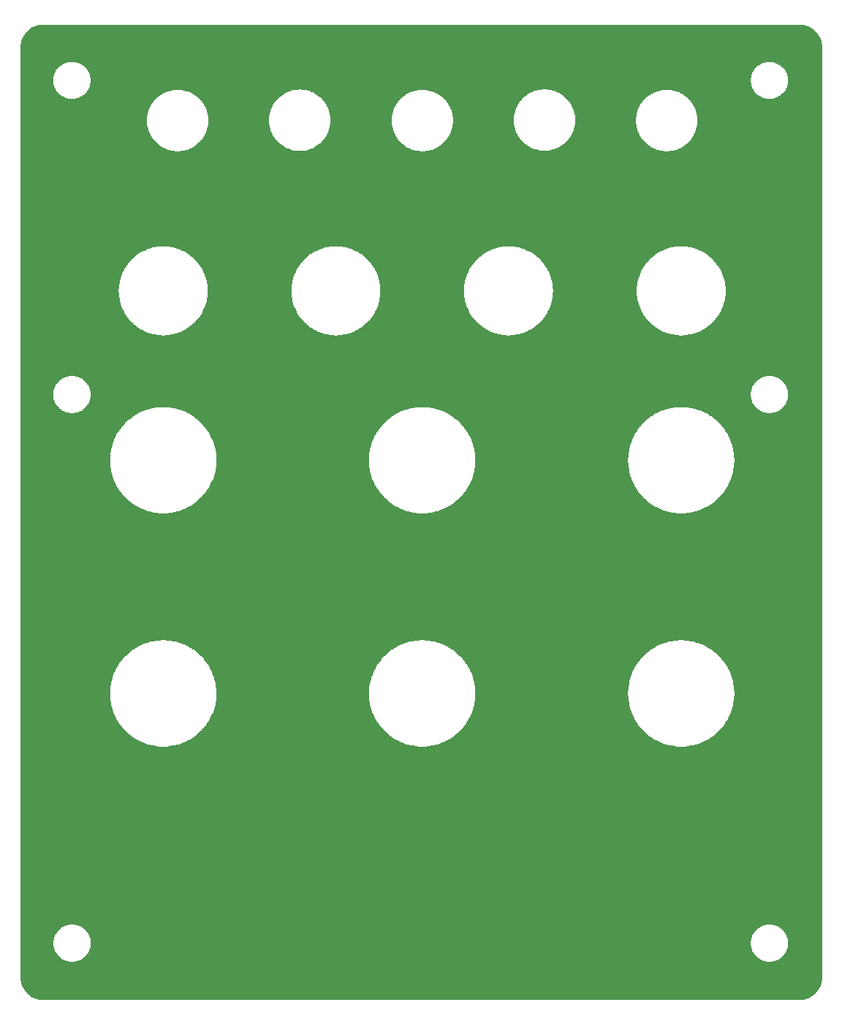
<source format=gbr>
G04 #@! TF.GenerationSoftware,KiCad,Pcbnew,(5.1.2)-2*
G04 #@! TF.CreationDate,2021-03-25T17:04:21+00:00*
G04 #@! TF.ProjectId,pclone2,70636c6f-6e65-4322-9e6b-696361645f70,rev?*
G04 #@! TF.SameCoordinates,Original*
G04 #@! TF.FileFunction,Copper,L1,Top*
G04 #@! TF.FilePolarity,Positive*
%FSLAX46Y46*%
G04 Gerber Fmt 4.6, Leading zero omitted, Abs format (unit mm)*
G04 Created by KiCad (PCBNEW (5.1.2)-2) date 2021-03-25 17:04:21*
%MOMM*%
%LPD*%
G04 APERTURE LIST*
%ADD10C,0.254000*%
G04 APERTURE END LIST*
D10*
G36*
X44155758Y56401196D02*
G01*
X44407172Y56363329D01*
X44649069Y56301893D01*
X44880574Y56218125D01*
X45100654Y56113224D01*
X45308157Y55988387D01*
X45501842Y55844840D01*
X45680397Y55683870D01*
X45842511Y55506795D01*
X45986909Y55314939D01*
X46112344Y55109627D01*
X46217637Y54892100D01*
X46301645Y54663480D01*
X46363209Y54424780D01*
X46401136Y54176781D01*
X46415000Y53902697D01*
X46415001Y-53702672D01*
X46401146Y-53976789D01*
X46363220Y-54224775D01*
X46301653Y-54463481D01*
X46217649Y-54692095D01*
X46112354Y-54909624D01*
X45986918Y-55114935D01*
X45842521Y-55306792D01*
X45680410Y-55483859D01*
X45501855Y-55644831D01*
X45308173Y-55788375D01*
X45100663Y-55913220D01*
X44880577Y-56018125D01*
X44649105Y-56101877D01*
X44407221Y-56163298D01*
X44155747Y-56201154D01*
X43878344Y-56215000D01*
X-43678341Y-56215000D01*
X-43955735Y-56201154D01*
X-44207210Y-56163298D01*
X-44449093Y-56101878D01*
X-44680563Y-56018126D01*
X-44900656Y-55913218D01*
X-45108161Y-55788376D01*
X-45301847Y-55644828D01*
X-45480403Y-55483856D01*
X-45642510Y-55306792D01*
X-45786907Y-55114935D01*
X-45912341Y-54909627D01*
X-46017637Y-54692097D01*
X-46101643Y-54463476D01*
X-46163212Y-54224767D01*
X-46201142Y-53976782D01*
X-46215000Y-53702689D01*
X-46215000Y-49765281D01*
X-42641427Y-49765281D01*
X-42641414Y-49765550D01*
X-42641427Y-49765819D01*
X-42639745Y-49799785D01*
X-42636504Y-49866283D01*
X-42636440Y-49866539D01*
X-42635261Y-49890350D01*
X-42635285Y-49890513D01*
X-42631939Y-49957444D01*
X-42630269Y-49991171D01*
X-42630245Y-49991335D01*
X-42630236Y-49991508D01*
X-42625080Y-50026059D01*
X-42615393Y-50091193D01*
X-42615338Y-50091347D01*
X-42601360Y-50185019D01*
X-42597117Y-50213470D01*
X-42597110Y-50213497D01*
X-42597106Y-50213525D01*
X-42590386Y-50240254D01*
X-42550487Y-50399021D01*
X-42542670Y-50430187D01*
X-42542620Y-50430326D01*
X-42542583Y-50430474D01*
X-42531633Y-50461003D01*
X-42478154Y-50610318D01*
X-42467505Y-50640109D01*
X-42467420Y-50640289D01*
X-42467348Y-50640490D01*
X-42453055Y-50670685D01*
X-42385632Y-50813350D01*
X-42372208Y-50841791D01*
X-42372127Y-50841926D01*
X-42372054Y-50842081D01*
X-42354889Y-50870737D01*
X-42265260Y-51020545D01*
X-42257349Y-51033769D01*
X-42257344Y-51033776D01*
X-42257330Y-51033799D01*
X-42238914Y-51058671D01*
X-42183850Y-51133049D01*
X-42183781Y-51133195D01*
X-42143754Y-51187209D01*
X-42123784Y-51214184D01*
X-42123676Y-51214303D01*
X-42123574Y-51214441D01*
X-42099899Y-51240583D01*
X-42055938Y-51289170D01*
X-42055810Y-51289265D01*
X-42039813Y-51306929D01*
X-42039682Y-51307147D01*
X-41995102Y-51356298D01*
X-41972115Y-51381680D01*
X-41971921Y-51381856D01*
X-41971745Y-51382050D01*
X-41946466Y-51404945D01*
X-41897214Y-51449619D01*
X-41896995Y-51449750D01*
X-41879290Y-51465786D01*
X-41879161Y-51465959D01*
X-41829432Y-51510942D01*
X-41804509Y-51533514D01*
X-41804336Y-51533643D01*
X-41804167Y-51533795D01*
X-41776087Y-51554577D01*
X-41723264Y-51593724D01*
X-41723070Y-51593816D01*
X-41637169Y-51657392D01*
X-41623770Y-51667310D01*
X-41623761Y-51667315D01*
X-41623744Y-51667328D01*
X-41598030Y-51682705D01*
X-41459911Y-51765317D01*
X-41432142Y-51781950D01*
X-41431949Y-51782041D01*
X-41431762Y-51782153D01*
X-41402062Y-51796166D01*
X-41258825Y-51863861D01*
X-41230411Y-51877304D01*
X-41230290Y-51877347D01*
X-41230170Y-51877404D01*
X-41199146Y-51888494D01*
X-41051759Y-51941248D01*
X-41020393Y-51952491D01*
X-41020237Y-51952530D01*
X-41020095Y-51952581D01*
X-40988815Y-51960420D01*
X-40834973Y-51999049D01*
X-40803586Y-52006941D01*
X-40803483Y-52006956D01*
X-40803393Y-52006979D01*
X-40773874Y-52011375D01*
X-40614503Y-52035158D01*
X-40581954Y-52040035D01*
X-40581757Y-52040045D01*
X-40581569Y-52040073D01*
X-40549468Y-52041678D01*
X-40456578Y-52046378D01*
X-40455604Y-52046620D01*
X-40389421Y-52049775D01*
X-40356606Y-52051435D01*
X-40355601Y-52051387D01*
X-40354597Y-52051435D01*
X-40321788Y-52049775D01*
X-40255598Y-52046620D01*
X-40254624Y-52046378D01*
X-40161135Y-52041648D01*
X-40129635Y-52040073D01*
X-40129448Y-52040045D01*
X-40129249Y-52040035D01*
X-40096525Y-52035132D01*
X-39940200Y-52011804D01*
X-39907810Y-52006980D01*
X-39907711Y-52006955D01*
X-39907616Y-52006941D01*
X-39877230Y-51999301D01*
X-39722215Y-51960377D01*
X-39691105Y-51952581D01*
X-39690958Y-51952528D01*
X-39690809Y-51952491D01*
X-39660417Y-51941597D01*
X-39512147Y-51888527D01*
X-39481035Y-51877405D01*
X-39480910Y-51877346D01*
X-39480790Y-51877303D01*
X-39452540Y-51863938D01*
X-39308646Y-51795933D01*
X-39279440Y-51782153D01*
X-39279258Y-51782044D01*
X-39279061Y-51781951D01*
X-39250934Y-51765103D01*
X-39111474Y-51681691D01*
X-39087456Y-51667327D01*
X-39087442Y-51667316D01*
X-39087431Y-51667310D01*
X-39069016Y-51653679D01*
X-38988132Y-51593815D01*
X-38987941Y-51593725D01*
X-38934681Y-51554255D01*
X-38907034Y-51533793D01*
X-38906872Y-51533646D01*
X-38906696Y-51533516D01*
X-38881317Y-51510531D01*
X-38832040Y-51465957D01*
X-38831913Y-51465786D01*
X-38814207Y-51449750D01*
X-38813985Y-51449617D01*
X-38764683Y-51404897D01*
X-38739459Y-51382052D01*
X-38739281Y-51381856D01*
X-38739085Y-51381678D01*
X-38716249Y-51356462D01*
X-38671522Y-51307150D01*
X-38671389Y-51306928D01*
X-38655393Y-51289265D01*
X-38655265Y-51289170D01*
X-38610219Y-51239384D01*
X-38587627Y-51214438D01*
X-38587532Y-51214310D01*
X-38587419Y-51214185D01*
X-38566582Y-51186039D01*
X-38527420Y-51133192D01*
X-38527352Y-51133048D01*
X-38472289Y-51058671D01*
X-38453875Y-51033802D01*
X-38453861Y-51033778D01*
X-38453854Y-51033769D01*
X-38445298Y-51019466D01*
X-38356177Y-50870511D01*
X-38339148Y-50842081D01*
X-38339076Y-50841929D01*
X-38338996Y-50841795D01*
X-38325570Y-50813350D01*
X-38257794Y-50669937D01*
X-38243853Y-50640486D01*
X-38243784Y-50640292D01*
X-38243697Y-50640109D01*
X-38232521Y-50608845D01*
X-38179634Y-50461183D01*
X-38168621Y-50430479D01*
X-38168582Y-50430326D01*
X-38168531Y-50430182D01*
X-38160677Y-50398867D01*
X-38120651Y-50239597D01*
X-38114096Y-50213525D01*
X-38114092Y-50213500D01*
X-38114086Y-50213475D01*
X-38109856Y-50185110D01*
X-38095864Y-50091347D01*
X-38095809Y-50091193D01*
X-38086226Y-50026759D01*
X-38080966Y-49991510D01*
X-38080957Y-49991332D01*
X-38080933Y-49991170D01*
X-38079274Y-49957671D01*
X-38075917Y-49890513D01*
X-38075941Y-49890350D01*
X-38074762Y-49866540D01*
X-38074698Y-49866284D01*
X-38072239Y-49815841D01*
X-38067286Y-49765550D01*
X-38067299Y-49765411D01*
X38137642Y-49765411D01*
X38137649Y-49765550D01*
X38137642Y-49765689D01*
X38139351Y-49800334D01*
X38142584Y-49866412D01*
X38142616Y-49866541D01*
X38143788Y-49890287D01*
X38143753Y-49890521D01*
X38147097Y-49957379D01*
X38148757Y-49991041D01*
X38148792Y-49991276D01*
X38148804Y-49991517D01*
X38153715Y-50024423D01*
X38163614Y-50091066D01*
X38163693Y-50091288D01*
X38176715Y-50178543D01*
X38181921Y-50213457D01*
X38181932Y-50213501D01*
X38181937Y-50213534D01*
X38188157Y-50238275D01*
X38228550Y-50399021D01*
X38236365Y-50430179D01*
X38236415Y-50430318D01*
X38236451Y-50430462D01*
X38247341Y-50460824D01*
X38300355Y-50608846D01*
X38311534Y-50640116D01*
X38311616Y-50640290D01*
X38311685Y-50640482D01*
X38325783Y-50670265D01*
X38392814Y-50812097D01*
X38406833Y-50841798D01*
X38406918Y-50841941D01*
X38406988Y-50842088D01*
X38423452Y-50869575D01*
X38508449Y-51011635D01*
X38521681Y-51033755D01*
X38521697Y-51033777D01*
X38521714Y-51033805D01*
X38540077Y-51058605D01*
X38595182Y-51133043D01*
X38595254Y-51133195D01*
X38634906Y-51186703D01*
X38655240Y-51214171D01*
X38655356Y-51214299D01*
X38655461Y-51214441D01*
X38678874Y-51240293D01*
X38723084Y-51289158D01*
X38723219Y-51289258D01*
X38739222Y-51306929D01*
X38739353Y-51307147D01*
X38783933Y-51356298D01*
X38806920Y-51381680D01*
X38807114Y-51381856D01*
X38807290Y-51382050D01*
X38832569Y-51404945D01*
X38881821Y-51449619D01*
X38882040Y-51449750D01*
X38899745Y-51465786D01*
X38899874Y-51465959D01*
X38949603Y-51510942D01*
X38974526Y-51533514D01*
X38974699Y-51533643D01*
X38974868Y-51533795D01*
X39002948Y-51554577D01*
X39055771Y-51593724D01*
X39055965Y-51593816D01*
X39141866Y-51657392D01*
X39155265Y-51667310D01*
X39155274Y-51667315D01*
X39155291Y-51667328D01*
X39181005Y-51682705D01*
X39319124Y-51765317D01*
X39346893Y-51781950D01*
X39347086Y-51782041D01*
X39347273Y-51782153D01*
X39376973Y-51796166D01*
X39520210Y-51863861D01*
X39548624Y-51877304D01*
X39548745Y-51877347D01*
X39548865Y-51877404D01*
X39579889Y-51888494D01*
X39727276Y-51941248D01*
X39758642Y-51952491D01*
X39758798Y-51952530D01*
X39758940Y-51952581D01*
X39790220Y-51960420D01*
X39943326Y-51998865D01*
X39975449Y-52006941D01*
X39975552Y-52006956D01*
X39975642Y-52006979D01*
X40005290Y-52011394D01*
X40164358Y-52035132D01*
X40197082Y-52040035D01*
X40197281Y-52040045D01*
X40197468Y-52040073D01*
X40229496Y-52041675D01*
X40322457Y-52046378D01*
X40323431Y-52046620D01*
X40389617Y-52049775D01*
X40422429Y-52051435D01*
X40423434Y-52051387D01*
X40424438Y-52051435D01*
X40457247Y-52049775D01*
X40523437Y-52046620D01*
X40524411Y-52046378D01*
X40617900Y-52041648D01*
X40649400Y-52040073D01*
X40649587Y-52040045D01*
X40649786Y-52040035D01*
X40682510Y-52035132D01*
X40838835Y-52011804D01*
X40871225Y-52006980D01*
X40871324Y-52006955D01*
X40871419Y-52006941D01*
X40901805Y-51999301D01*
X41057317Y-51960252D01*
X41087929Y-51952581D01*
X41088073Y-51952529D01*
X41088226Y-51952491D01*
X41118919Y-51941489D01*
X41267787Y-51888206D01*
X41298003Y-51877404D01*
X41298120Y-51877349D01*
X41298245Y-51877304D01*
X41327318Y-51863550D01*
X41469895Y-51796166D01*
X41499595Y-51782153D01*
X41499782Y-51782041D01*
X41499975Y-51781950D01*
X41527644Y-51765377D01*
X41671485Y-51679343D01*
X41691577Y-51667328D01*
X41691590Y-51667318D01*
X41691604Y-51667310D01*
X41714669Y-51650237D01*
X41790905Y-51593814D01*
X41791098Y-51593723D01*
X41843828Y-51554646D01*
X41872000Y-51533795D01*
X41872169Y-51533643D01*
X41872342Y-51533514D01*
X41897384Y-51510834D01*
X41946994Y-51465959D01*
X41947122Y-51465787D01*
X41964830Y-51449749D01*
X41965047Y-51449619D01*
X42013736Y-51405455D01*
X42039579Y-51382050D01*
X42039760Y-51381851D01*
X42039948Y-51381680D01*
X42062428Y-51356858D01*
X42107515Y-51307147D01*
X42107647Y-51306928D01*
X42123648Y-51289259D01*
X42123784Y-51289158D01*
X42168849Y-51239348D01*
X42191406Y-51214441D01*
X42191507Y-51214305D01*
X42191628Y-51214171D01*
X42212575Y-51185875D01*
X42251614Y-51133195D01*
X42251686Y-51133043D01*
X42307769Y-51057283D01*
X42325154Y-51033805D01*
X42325171Y-51033777D01*
X42325187Y-51033755D01*
X42339421Y-51009959D01*
X42422963Y-50870331D01*
X42439880Y-50842088D01*
X42439952Y-50841936D01*
X42440035Y-50841797D01*
X42453803Y-50812629D01*
X42520986Y-50670475D01*
X42535183Y-50640482D01*
X42535252Y-50640290D01*
X42535334Y-50640116D01*
X42546513Y-50608846D01*
X42599527Y-50460824D01*
X42610417Y-50430462D01*
X42610453Y-50430318D01*
X42610503Y-50430179D01*
X42618318Y-50399021D01*
X42659552Y-50234930D01*
X42664931Y-50213534D01*
X42664935Y-50213506D01*
X42664947Y-50213459D01*
X42670153Y-50178543D01*
X42683174Y-50091289D01*
X42683254Y-50091067D01*
X42693153Y-50024423D01*
X42698064Y-49991518D01*
X42698076Y-49991276D01*
X42698111Y-49991041D01*
X42699769Y-49957417D01*
X42703115Y-49890521D01*
X42703080Y-49890287D01*
X42704252Y-49866541D01*
X42704284Y-49866412D01*
X42706755Y-49815906D01*
X42711715Y-49765550D01*
X42706755Y-49715194D01*
X42704284Y-49664688D01*
X42704252Y-49664559D01*
X42703080Y-49640813D01*
X42703115Y-49640579D01*
X42699769Y-49573683D01*
X42698111Y-49540059D01*
X42698076Y-49539824D01*
X42698064Y-49539582D01*
X42693020Y-49505782D01*
X42683254Y-49440033D01*
X42683174Y-49439811D01*
X42669930Y-49351064D01*
X42664947Y-49317641D01*
X42664935Y-49317594D01*
X42664931Y-49317566D01*
X42659552Y-49296170D01*
X42618258Y-49131842D01*
X42610503Y-49100921D01*
X42610453Y-49100782D01*
X42610417Y-49100638D01*
X42599091Y-49069058D01*
X42546029Y-48920901D01*
X42535334Y-48890984D01*
X42535252Y-48890810D01*
X42535183Y-48890618D01*
X42520986Y-48860625D01*
X42453462Y-48717750D01*
X42440035Y-48689303D01*
X42439952Y-48689164D01*
X42439880Y-48689012D01*
X42422963Y-48660769D01*
X42337837Y-48518493D01*
X42325187Y-48497345D01*
X42325171Y-48497323D01*
X42325154Y-48497295D01*
X42306741Y-48472428D01*
X42251686Y-48398057D01*
X42251614Y-48397905D01*
X42212575Y-48345225D01*
X42191628Y-48316929D01*
X42191507Y-48316795D01*
X42191406Y-48316659D01*
X42168849Y-48291752D01*
X42123784Y-48241942D01*
X42123648Y-48241841D01*
X42107647Y-48224172D01*
X42107515Y-48223953D01*
X42062392Y-48174203D01*
X42039948Y-48149420D01*
X42039760Y-48149249D01*
X42039579Y-48149050D01*
X42013736Y-48125645D01*
X41965047Y-48081481D01*
X41964830Y-48081351D01*
X41947122Y-48065313D01*
X41946994Y-48065141D01*
X41897384Y-48020266D01*
X41872342Y-47997586D01*
X41872169Y-47997457D01*
X41872000Y-47997305D01*
X41843828Y-47976454D01*
X41791098Y-47937377D01*
X41790905Y-47937286D01*
X41710019Y-47877421D01*
X41691604Y-47863790D01*
X41691590Y-47863782D01*
X41691577Y-47863772D01*
X41671485Y-47851757D01*
X41527644Y-47765723D01*
X41499975Y-47749150D01*
X41499782Y-47749059D01*
X41499595Y-47748947D01*
X41469895Y-47734934D01*
X41327318Y-47667550D01*
X41298245Y-47653796D01*
X41298120Y-47653751D01*
X41298003Y-47653696D01*
X41267787Y-47642894D01*
X41118919Y-47589611D01*
X41088226Y-47578609D01*
X41088073Y-47578571D01*
X41087929Y-47578519D01*
X41057317Y-47570848D01*
X40901805Y-47531799D01*
X40871419Y-47524159D01*
X40871324Y-47524145D01*
X40871225Y-47524120D01*
X40838835Y-47519296D01*
X40682510Y-47495968D01*
X40649786Y-47491065D01*
X40649587Y-47491055D01*
X40649400Y-47491027D01*
X40617900Y-47489452D01*
X40524411Y-47484722D01*
X40523437Y-47484480D01*
X40457247Y-47481325D01*
X40424438Y-47479665D01*
X40423434Y-47479713D01*
X40422429Y-47479665D01*
X40389617Y-47481325D01*
X40323431Y-47484480D01*
X40322457Y-47484722D01*
X40229496Y-47489425D01*
X40197468Y-47491027D01*
X40197281Y-47491055D01*
X40197082Y-47491065D01*
X40164358Y-47495968D01*
X40005290Y-47519706D01*
X39975642Y-47524121D01*
X39975552Y-47524144D01*
X39975449Y-47524159D01*
X39943326Y-47532235D01*
X39790220Y-47570680D01*
X39758940Y-47578519D01*
X39758798Y-47578570D01*
X39758642Y-47578609D01*
X39727276Y-47589852D01*
X39579889Y-47642606D01*
X39548865Y-47653696D01*
X39548745Y-47653753D01*
X39548624Y-47653796D01*
X39520210Y-47667239D01*
X39376973Y-47734934D01*
X39347273Y-47748947D01*
X39347086Y-47749059D01*
X39346893Y-47749150D01*
X39319124Y-47765783D01*
X39181005Y-47848395D01*
X39155291Y-47863772D01*
X39155274Y-47863785D01*
X39155265Y-47863790D01*
X39141866Y-47873708D01*
X39055965Y-47937284D01*
X39055771Y-47937376D01*
X39002948Y-47976523D01*
X38974868Y-47997305D01*
X38974699Y-47997457D01*
X38974526Y-47997586D01*
X38949603Y-48020158D01*
X38899874Y-48065141D01*
X38899745Y-48065314D01*
X38882040Y-48081350D01*
X38881821Y-48081481D01*
X38832569Y-48126155D01*
X38807290Y-48149050D01*
X38807114Y-48149244D01*
X38806920Y-48149420D01*
X38783933Y-48174802D01*
X38739353Y-48223953D01*
X38739222Y-48224171D01*
X38723219Y-48241842D01*
X38723084Y-48241942D01*
X38678874Y-48290807D01*
X38655461Y-48316659D01*
X38655356Y-48316801D01*
X38655240Y-48316929D01*
X38634922Y-48344375D01*
X38595254Y-48397905D01*
X38595182Y-48398057D01*
X38540127Y-48472428D01*
X38521714Y-48497295D01*
X38521697Y-48497323D01*
X38521681Y-48497345D01*
X38509031Y-48518493D01*
X38423452Y-48661525D01*
X38406988Y-48689012D01*
X38406918Y-48689159D01*
X38406833Y-48689302D01*
X38392814Y-48719003D01*
X38325783Y-48860835D01*
X38311685Y-48890618D01*
X38311616Y-48890810D01*
X38311534Y-48890984D01*
X38300839Y-48920901D01*
X38247777Y-49069058D01*
X38236451Y-49100638D01*
X38236415Y-49100782D01*
X38236365Y-49100921D01*
X38228613Y-49131828D01*
X38188157Y-49292825D01*
X38181937Y-49317566D01*
X38181932Y-49317599D01*
X38181921Y-49317643D01*
X38176815Y-49351887D01*
X38163693Y-49439812D01*
X38163614Y-49440034D01*
X38153832Y-49505890D01*
X38148804Y-49539583D01*
X38148792Y-49539824D01*
X38148757Y-49540059D01*
X38147097Y-49573721D01*
X38143753Y-49640579D01*
X38143788Y-49640813D01*
X38142616Y-49664559D01*
X38142584Y-49664688D01*
X38139351Y-49730766D01*
X38137642Y-49765411D01*
X-38067299Y-49765411D01*
X-38072239Y-49715259D01*
X-38074698Y-49664816D01*
X-38074762Y-49664560D01*
X-38075941Y-49640750D01*
X-38075917Y-49640587D01*
X-38079274Y-49573429D01*
X-38080933Y-49539930D01*
X-38080957Y-49539768D01*
X-38080966Y-49539590D01*
X-38086226Y-49504341D01*
X-38095809Y-49439907D01*
X-38095864Y-49439753D01*
X-38109856Y-49345990D01*
X-38114086Y-49317625D01*
X-38114092Y-49317600D01*
X-38114096Y-49317575D01*
X-38122214Y-49285283D01*
X-38160719Y-49132065D01*
X-38168531Y-49100918D01*
X-38168582Y-49100774D01*
X-38168621Y-49100621D01*
X-38180025Y-49068827D01*
X-38232796Y-48921486D01*
X-38243697Y-48890991D01*
X-38243784Y-48890808D01*
X-38243853Y-48890614D01*
X-38257794Y-48861163D01*
X-38325626Y-48717631D01*
X-38338996Y-48689305D01*
X-38339076Y-48689171D01*
X-38339148Y-48689019D01*
X-38356177Y-48660589D01*
X-38445298Y-48511634D01*
X-38453854Y-48497331D01*
X-38453861Y-48497322D01*
X-38453875Y-48497298D01*
X-38476549Y-48466675D01*
X-38527352Y-48398052D01*
X-38527420Y-48397908D01*
X-38567074Y-48344397D01*
X-38587419Y-48316915D01*
X-38587532Y-48316790D01*
X-38587627Y-48316662D01*
X-38610219Y-48291716D01*
X-38655265Y-48241930D01*
X-38655393Y-48241835D01*
X-38671389Y-48224172D01*
X-38671522Y-48223950D01*
X-38716249Y-48174638D01*
X-38739085Y-48149422D01*
X-38739281Y-48149244D01*
X-38739459Y-48149048D01*
X-38764683Y-48126203D01*
X-38813985Y-48081483D01*
X-38814207Y-48081350D01*
X-38831913Y-48065314D01*
X-38832040Y-48065143D01*
X-38881317Y-48020569D01*
X-38906696Y-47997584D01*
X-38906872Y-47997454D01*
X-38907034Y-47997307D01*
X-38934681Y-47976845D01*
X-38987941Y-47937375D01*
X-38988132Y-47937285D01*
X-39071133Y-47875854D01*
X-39087431Y-47863790D01*
X-39087442Y-47863784D01*
X-39087456Y-47863773D01*
X-39111474Y-47849409D01*
X-39250934Y-47765997D01*
X-39279061Y-47749149D01*
X-39279258Y-47749056D01*
X-39279440Y-47748947D01*
X-39308646Y-47735167D01*
X-39452540Y-47667162D01*
X-39480790Y-47653797D01*
X-39480910Y-47653754D01*
X-39481035Y-47653695D01*
X-39512147Y-47642573D01*
X-39660417Y-47589503D01*
X-39690809Y-47578609D01*
X-39690958Y-47578572D01*
X-39691105Y-47578519D01*
X-39722215Y-47570723D01*
X-39877230Y-47531799D01*
X-39907616Y-47524159D01*
X-39907711Y-47524145D01*
X-39907810Y-47524120D01*
X-39940200Y-47519296D01*
X-40096525Y-47495968D01*
X-40129249Y-47491065D01*
X-40129448Y-47491055D01*
X-40129635Y-47491027D01*
X-40161135Y-47489452D01*
X-40254624Y-47484722D01*
X-40255598Y-47484480D01*
X-40321788Y-47481325D01*
X-40354597Y-47479665D01*
X-40355601Y-47479713D01*
X-40356606Y-47479665D01*
X-40389421Y-47481325D01*
X-40455604Y-47484480D01*
X-40456578Y-47484722D01*
X-40549468Y-47489422D01*
X-40581569Y-47491027D01*
X-40581757Y-47491055D01*
X-40581954Y-47491065D01*
X-40614503Y-47495942D01*
X-40773874Y-47519725D01*
X-40803393Y-47524121D01*
X-40803483Y-47524144D01*
X-40803586Y-47524159D01*
X-40834973Y-47532051D01*
X-40988815Y-47570680D01*
X-41020095Y-47578519D01*
X-41020237Y-47578570D01*
X-41020393Y-47578609D01*
X-41051759Y-47589852D01*
X-41199146Y-47642606D01*
X-41230170Y-47653696D01*
X-41230290Y-47653753D01*
X-41230411Y-47653796D01*
X-41258825Y-47667239D01*
X-41402062Y-47734934D01*
X-41431762Y-47748947D01*
X-41431949Y-47749059D01*
X-41432142Y-47749150D01*
X-41459911Y-47765783D01*
X-41598030Y-47848395D01*
X-41623744Y-47863772D01*
X-41623761Y-47863785D01*
X-41623770Y-47863790D01*
X-41637169Y-47873708D01*
X-41723070Y-47937284D01*
X-41723264Y-47937376D01*
X-41776087Y-47976523D01*
X-41804167Y-47997305D01*
X-41804336Y-47997457D01*
X-41804509Y-47997586D01*
X-41829432Y-48020158D01*
X-41879161Y-48065141D01*
X-41879290Y-48065314D01*
X-41896995Y-48081350D01*
X-41897214Y-48081481D01*
X-41946466Y-48126155D01*
X-41971745Y-48149050D01*
X-41971921Y-48149244D01*
X-41972115Y-48149420D01*
X-41995102Y-48174802D01*
X-42039682Y-48223953D01*
X-42039813Y-48224171D01*
X-42055810Y-48241835D01*
X-42055938Y-48241930D01*
X-42099899Y-48290517D01*
X-42123574Y-48316659D01*
X-42123676Y-48316797D01*
X-42123784Y-48316916D01*
X-42143754Y-48343891D01*
X-42183781Y-48397905D01*
X-42183850Y-48398051D01*
X-42236144Y-48468688D01*
X-42257330Y-48497301D01*
X-42257344Y-48497324D01*
X-42257349Y-48497331D01*
X-42265260Y-48510555D01*
X-42354889Y-48660363D01*
X-42372054Y-48689019D01*
X-42372127Y-48689174D01*
X-42372208Y-48689309D01*
X-42385535Y-48717545D01*
X-42453055Y-48860415D01*
X-42467348Y-48890610D01*
X-42467420Y-48890811D01*
X-42467505Y-48890991D01*
X-42478154Y-48920782D01*
X-42531633Y-49070097D01*
X-42542583Y-49100626D01*
X-42542620Y-49100774D01*
X-42542670Y-49100913D01*
X-42550429Y-49131849D01*
X-42590386Y-49290846D01*
X-42597106Y-49317575D01*
X-42597110Y-49317603D01*
X-42597117Y-49317630D01*
X-42601360Y-49346081D01*
X-42615338Y-49439753D01*
X-42615393Y-49439907D01*
X-42625080Y-49505041D01*
X-42630236Y-49539592D01*
X-42630245Y-49539765D01*
X-42630269Y-49539929D01*
X-42631939Y-49573656D01*
X-42635285Y-49640587D01*
X-42635261Y-49640750D01*
X-42636440Y-49664561D01*
X-42636504Y-49664817D01*
X-42639745Y-49731315D01*
X-42641427Y-49765281D01*
X-46215000Y-49765281D01*
X-46215000Y-20862915D01*
X-36086911Y-20862915D01*
X-36086882Y-20863521D01*
X-36086911Y-20864115D01*
X-36085275Y-20897162D01*
X-36082086Y-20963922D01*
X-36081941Y-20964502D01*
X-36061175Y-21383999D01*
X-36061199Y-21384162D01*
X-36057910Y-21449948D01*
X-36056184Y-21484818D01*
X-36056158Y-21484991D01*
X-36056150Y-21485157D01*
X-36051128Y-21518816D01*
X-36041308Y-21584841D01*
X-36041253Y-21584995D01*
X-35968792Y-22070611D01*
X-35965038Y-22095785D01*
X-35965033Y-22095804D01*
X-35965029Y-22095832D01*
X-35957086Y-22127427D01*
X-35822975Y-22661075D01*
X-35815264Y-22691819D01*
X-35815212Y-22691965D01*
X-35815173Y-22692119D01*
X-35804281Y-22722486D01*
X-35619509Y-23238393D01*
X-35608516Y-23269146D01*
X-35608428Y-23269332D01*
X-35608360Y-23269522D01*
X-35594648Y-23298491D01*
X-35360615Y-23793700D01*
X-35346469Y-23823670D01*
X-35346385Y-23823810D01*
X-35346320Y-23823948D01*
X-35330200Y-23850862D01*
X-35044570Y-24328245D01*
X-35030797Y-24351269D01*
X-35030783Y-24351288D01*
X-35030768Y-24351313D01*
X-35013106Y-24375166D01*
X-34723481Y-24766390D01*
X-34723412Y-24766536D01*
X-34684286Y-24819335D01*
X-34663423Y-24847516D01*
X-34663308Y-24847644D01*
X-34663205Y-24847782D01*
X-34639698Y-24873738D01*
X-34595577Y-24922502D01*
X-34595447Y-24922599D01*
X-34313726Y-25233667D01*
X-34313593Y-25233889D01*
X-34268550Y-25283549D01*
X-34246031Y-25308414D01*
X-34245839Y-25308588D01*
X-34245655Y-25308791D01*
X-34219732Y-25332268D01*
X-34171129Y-25376353D01*
X-34170909Y-25376485D01*
X-33859840Y-25658205D01*
X-33859742Y-25658337D01*
X-33810703Y-25702706D01*
X-33785022Y-25725964D01*
X-33784884Y-25726067D01*
X-33784756Y-25726182D01*
X-33757194Y-25746587D01*
X-33703777Y-25786172D01*
X-33703626Y-25786243D01*
X-33303006Y-26082826D01*
X-33288553Y-26093528D01*
X-33288538Y-26093537D01*
X-33288511Y-26093557D01*
X-33260682Y-26110204D01*
X-32786560Y-26393883D01*
X-32761187Y-26409080D01*
X-32761059Y-26409141D01*
X-32760911Y-26409229D01*
X-32729425Y-26424091D01*
X-32235165Y-26657675D01*
X-32206762Y-26671120D01*
X-32206577Y-26671186D01*
X-32206387Y-26671276D01*
X-32175146Y-26682443D01*
X-31659099Y-26867266D01*
X-31629359Y-26877933D01*
X-31629208Y-26877971D01*
X-31629060Y-26878024D01*
X-31597924Y-26885833D01*
X-31050942Y-27023296D01*
X-31033071Y-27027789D01*
X-31033056Y-27027791D01*
X-31033025Y-27027799D01*
X-30998047Y-27033015D01*
X-30522234Y-27104013D01*
X-30522081Y-27104068D01*
X-30456616Y-27113804D01*
X-30422399Y-27118910D01*
X-30422230Y-27118918D01*
X-30422058Y-27118944D01*
X-30387315Y-27120664D01*
X-30321402Y-27123959D01*
X-30321239Y-27123935D01*
X-29902082Y-27144685D01*
X-29901833Y-27144747D01*
X-29835386Y-27147986D01*
X-29801356Y-27149671D01*
X-29801093Y-27149658D01*
X-29800831Y-27149671D01*
X-29766820Y-27147987D01*
X-29700353Y-27144747D01*
X-29700104Y-27144685D01*
X-29280947Y-27123935D01*
X-29280784Y-27123959D01*
X-29214932Y-27120667D01*
X-29180128Y-27118944D01*
X-29179956Y-27118918D01*
X-29179788Y-27118910D01*
X-29145859Y-27113847D01*
X-29080105Y-27104068D01*
X-29079951Y-27104013D01*
X-28594181Y-27031529D01*
X-28569162Y-27027798D01*
X-28569143Y-27027793D01*
X-28569115Y-27027789D01*
X-28537669Y-27019884D01*
X-28003897Y-26885741D01*
X-27973127Y-26878024D01*
X-27972981Y-26877972D01*
X-27972827Y-26877933D01*
X-27942460Y-26867041D01*
X-27426553Y-26682269D01*
X-27395800Y-26671276D01*
X-27395614Y-26671188D01*
X-27395424Y-26671120D01*
X-27366455Y-26657408D01*
X-26871246Y-26423375D01*
X-26841276Y-26409229D01*
X-26841136Y-26409145D01*
X-26840998Y-26409080D01*
X-26814084Y-26392960D01*
X-26336701Y-26107330D01*
X-26313677Y-26093557D01*
X-26313658Y-26093543D01*
X-26313633Y-26093528D01*
X-26289780Y-26075866D01*
X-25898556Y-25786241D01*
X-25898410Y-25786172D01*
X-25845611Y-25747046D01*
X-25817430Y-25726183D01*
X-25817302Y-25726068D01*
X-25817164Y-25725965D01*
X-25791208Y-25702458D01*
X-25742444Y-25658337D01*
X-25742347Y-25658207D01*
X-25431279Y-25376486D01*
X-25431057Y-25376353D01*
X-25381397Y-25331310D01*
X-25356532Y-25308791D01*
X-25356358Y-25308599D01*
X-25356155Y-25308415D01*
X-25332678Y-25282492D01*
X-25288593Y-25233889D01*
X-25288461Y-25233669D01*
X-25006741Y-24922600D01*
X-25006609Y-24922502D01*
X-24962240Y-24873463D01*
X-24938982Y-24847782D01*
X-24938879Y-24847644D01*
X-24938764Y-24847516D01*
X-24918359Y-24819954D01*
X-24878774Y-24766537D01*
X-24878703Y-24766386D01*
X-24579037Y-24361602D01*
X-24571418Y-24351313D01*
X-24571409Y-24351298D01*
X-24571389Y-24351271D01*
X-24553411Y-24321218D01*
X-24271063Y-23849320D01*
X-24255866Y-23823947D01*
X-24255805Y-23823819D01*
X-24255717Y-23823671D01*
X-24240855Y-23792185D01*
X-24007271Y-23297925D01*
X-23993826Y-23269522D01*
X-23993760Y-23269337D01*
X-23993670Y-23269147D01*
X-23982503Y-23237906D01*
X-23797680Y-22721859D01*
X-23787013Y-22692119D01*
X-23786975Y-22691968D01*
X-23786922Y-22691820D01*
X-23779094Y-22660607D01*
X-23644424Y-22124740D01*
X-23637157Y-22095832D01*
X-23637153Y-22095807D01*
X-23637148Y-22095786D01*
X-23633124Y-22068805D01*
X-23560933Y-21584994D01*
X-23560878Y-21584841D01*
X-23551101Y-21519104D01*
X-23546036Y-21485158D01*
X-23546028Y-21484990D01*
X-23546002Y-21484818D01*
X-23544279Y-21450009D01*
X-23540987Y-21384162D01*
X-23541011Y-21383999D01*
X-23520247Y-20964551D01*
X-23520090Y-20963921D01*
X-23517696Y-20913807D01*
X-23512776Y-20863853D01*
X-23512868Y-20862915D01*
X-6086913Y-20862915D01*
X-6086884Y-20863521D01*
X-6086913Y-20864115D01*
X-6085277Y-20897162D01*
X-6082088Y-20963922D01*
X-6081943Y-20964502D01*
X-6061177Y-21383999D01*
X-6061201Y-21384162D01*
X-6057912Y-21449948D01*
X-6056186Y-21484818D01*
X-6056160Y-21484991D01*
X-6056152Y-21485157D01*
X-6051130Y-21518816D01*
X-6041310Y-21584841D01*
X-6041255Y-21584995D01*
X-5968794Y-22070611D01*
X-5965040Y-22095785D01*
X-5965035Y-22095804D01*
X-5965031Y-22095832D01*
X-5957088Y-22127427D01*
X-5822977Y-22661075D01*
X-5815266Y-22691819D01*
X-5815214Y-22691965D01*
X-5815175Y-22692119D01*
X-5804283Y-22722486D01*
X-5619511Y-23238393D01*
X-5608518Y-23269146D01*
X-5608430Y-23269332D01*
X-5608362Y-23269522D01*
X-5594650Y-23298491D01*
X-5360617Y-23793700D01*
X-5346471Y-23823670D01*
X-5346387Y-23823810D01*
X-5346322Y-23823948D01*
X-5330202Y-23850862D01*
X-5044572Y-24328245D01*
X-5030799Y-24351269D01*
X-5030785Y-24351288D01*
X-5030770Y-24351313D01*
X-5013108Y-24375166D01*
X-4723483Y-24766390D01*
X-4723414Y-24766536D01*
X-4684288Y-24819335D01*
X-4663425Y-24847516D01*
X-4663310Y-24847644D01*
X-4663207Y-24847782D01*
X-4639700Y-24873738D01*
X-4595579Y-24922502D01*
X-4595449Y-24922599D01*
X-4313728Y-25233667D01*
X-4313595Y-25233889D01*
X-4268552Y-25283549D01*
X-4246033Y-25308414D01*
X-4245841Y-25308588D01*
X-4245657Y-25308791D01*
X-4219734Y-25332268D01*
X-4171131Y-25376353D01*
X-4170911Y-25376485D01*
X-3859842Y-25658205D01*
X-3859744Y-25658337D01*
X-3810705Y-25702706D01*
X-3785024Y-25725964D01*
X-3784886Y-25726067D01*
X-3784758Y-25726182D01*
X-3757196Y-25746587D01*
X-3703779Y-25786172D01*
X-3703628Y-25786243D01*
X-3303008Y-26082826D01*
X-3288555Y-26093528D01*
X-3288540Y-26093537D01*
X-3288513Y-26093557D01*
X-3260684Y-26110204D01*
X-2786562Y-26393883D01*
X-2761189Y-26409080D01*
X-2761061Y-26409141D01*
X-2760913Y-26409229D01*
X-2729427Y-26424091D01*
X-2235167Y-26657675D01*
X-2206764Y-26671120D01*
X-2206579Y-26671186D01*
X-2206389Y-26671276D01*
X-2175148Y-26682443D01*
X-1659101Y-26867266D01*
X-1629361Y-26877933D01*
X-1629210Y-26877971D01*
X-1629062Y-26878024D01*
X-1597926Y-26885833D01*
X-1050944Y-27023296D01*
X-1033073Y-27027789D01*
X-1033058Y-27027791D01*
X-1033027Y-27027799D01*
X-998049Y-27033015D01*
X-522236Y-27104013D01*
X-522083Y-27104068D01*
X-456618Y-27113804D01*
X-422401Y-27118910D01*
X-422232Y-27118918D01*
X-422060Y-27118944D01*
X-387317Y-27120664D01*
X-321404Y-27123959D01*
X-321241Y-27123935D01*
X97916Y-27144685D01*
X98165Y-27144747D01*
X164612Y-27147986D01*
X198642Y-27149671D01*
X198905Y-27149658D01*
X199167Y-27149671D01*
X233178Y-27147987D01*
X299645Y-27144747D01*
X299894Y-27144685D01*
X719051Y-27123935D01*
X719214Y-27123959D01*
X785066Y-27120667D01*
X819870Y-27118944D01*
X820042Y-27118918D01*
X820210Y-27118910D01*
X854139Y-27113847D01*
X919893Y-27104068D01*
X920047Y-27104013D01*
X1405817Y-27031529D01*
X1430836Y-27027798D01*
X1430855Y-27027793D01*
X1430883Y-27027789D01*
X1462329Y-27019884D01*
X1996101Y-26885741D01*
X2026871Y-26878024D01*
X2027017Y-26877972D01*
X2027171Y-26877933D01*
X2057538Y-26867041D01*
X2573445Y-26682269D01*
X2604198Y-26671276D01*
X2604384Y-26671188D01*
X2604574Y-26671120D01*
X2633543Y-26657408D01*
X3128752Y-26423375D01*
X3158722Y-26409229D01*
X3158862Y-26409145D01*
X3159000Y-26409080D01*
X3185914Y-26392960D01*
X3663297Y-26107330D01*
X3686321Y-26093557D01*
X3686340Y-26093543D01*
X3686365Y-26093528D01*
X3710218Y-26075866D01*
X4101442Y-25786241D01*
X4101588Y-25786172D01*
X4154387Y-25747046D01*
X4182568Y-25726183D01*
X4182696Y-25726068D01*
X4182834Y-25725965D01*
X4208790Y-25702458D01*
X4257554Y-25658337D01*
X4257651Y-25658207D01*
X4568719Y-25376486D01*
X4568941Y-25376353D01*
X4618601Y-25331310D01*
X4643466Y-25308791D01*
X4643640Y-25308599D01*
X4643843Y-25308415D01*
X4667320Y-25282492D01*
X4711405Y-25233889D01*
X4711537Y-25233669D01*
X4993257Y-24922600D01*
X4993389Y-24922502D01*
X5037758Y-24873463D01*
X5061016Y-24847782D01*
X5061119Y-24847644D01*
X5061234Y-24847516D01*
X5081639Y-24819954D01*
X5121224Y-24766537D01*
X5121295Y-24766386D01*
X5420961Y-24361602D01*
X5428580Y-24351313D01*
X5428589Y-24351298D01*
X5428609Y-24351271D01*
X5446587Y-24321218D01*
X5728935Y-23849320D01*
X5744132Y-23823947D01*
X5744193Y-23823819D01*
X5744281Y-23823671D01*
X5759143Y-23792185D01*
X5992727Y-23297925D01*
X6006172Y-23269522D01*
X6006238Y-23269337D01*
X6006328Y-23269147D01*
X6017495Y-23237906D01*
X6202318Y-22721859D01*
X6212985Y-22692119D01*
X6213023Y-22691968D01*
X6213076Y-22691820D01*
X6220904Y-22660607D01*
X6355574Y-22124740D01*
X6362841Y-22095832D01*
X6362845Y-22095807D01*
X6362850Y-22095786D01*
X6366874Y-22068805D01*
X6439065Y-21584994D01*
X6439120Y-21584841D01*
X6448897Y-21519104D01*
X6453962Y-21485158D01*
X6453970Y-21484990D01*
X6453996Y-21484818D01*
X6455719Y-21450009D01*
X6459011Y-21384162D01*
X6458987Y-21383999D01*
X6479751Y-20964551D01*
X6479908Y-20963921D01*
X6482302Y-20913807D01*
X6487222Y-20863853D01*
X6487130Y-20862915D01*
X23913087Y-20862915D01*
X23913116Y-20863521D01*
X23913087Y-20864115D01*
X23914723Y-20897162D01*
X23917912Y-20963922D01*
X23918057Y-20964502D01*
X23938823Y-21383999D01*
X23938799Y-21384162D01*
X23942088Y-21449948D01*
X23943814Y-21484818D01*
X23943840Y-21484991D01*
X23943848Y-21485157D01*
X23948870Y-21518816D01*
X23958690Y-21584841D01*
X23958745Y-21584995D01*
X24031206Y-22070611D01*
X24034960Y-22095785D01*
X24034965Y-22095804D01*
X24034969Y-22095832D01*
X24042912Y-22127427D01*
X24177023Y-22661075D01*
X24184734Y-22691819D01*
X24184786Y-22691965D01*
X24184825Y-22692119D01*
X24195717Y-22722486D01*
X24380489Y-23238393D01*
X24391482Y-23269146D01*
X24391570Y-23269332D01*
X24391638Y-23269522D01*
X24405350Y-23298491D01*
X24639383Y-23793700D01*
X24653529Y-23823670D01*
X24653613Y-23823810D01*
X24653678Y-23823948D01*
X24669798Y-23850862D01*
X24955428Y-24328245D01*
X24969201Y-24351269D01*
X24969215Y-24351288D01*
X24969230Y-24351313D01*
X24986892Y-24375166D01*
X25276517Y-24766390D01*
X25276586Y-24766536D01*
X25315712Y-24819335D01*
X25336575Y-24847516D01*
X25336690Y-24847644D01*
X25336793Y-24847782D01*
X25360300Y-24873738D01*
X25404421Y-24922502D01*
X25404551Y-24922599D01*
X25686272Y-25233667D01*
X25686405Y-25233889D01*
X25731448Y-25283549D01*
X25753967Y-25308414D01*
X25754159Y-25308588D01*
X25754343Y-25308791D01*
X25780266Y-25332268D01*
X25828869Y-25376353D01*
X25829089Y-25376485D01*
X26140158Y-25658205D01*
X26140256Y-25658337D01*
X26189295Y-25702706D01*
X26214976Y-25725964D01*
X26215114Y-25726067D01*
X26215242Y-25726182D01*
X26242804Y-25746587D01*
X26296221Y-25786172D01*
X26296372Y-25786243D01*
X26696992Y-26082826D01*
X26711445Y-26093528D01*
X26711460Y-26093537D01*
X26711487Y-26093557D01*
X26739316Y-26110204D01*
X27213438Y-26393883D01*
X27238811Y-26409080D01*
X27238939Y-26409141D01*
X27239087Y-26409229D01*
X27270573Y-26424091D01*
X27764833Y-26657675D01*
X27793236Y-26671120D01*
X27793421Y-26671186D01*
X27793611Y-26671276D01*
X27824852Y-26682443D01*
X28340899Y-26867266D01*
X28370639Y-26877933D01*
X28370790Y-26877971D01*
X28370938Y-26878024D01*
X28402074Y-26885833D01*
X28949056Y-27023296D01*
X28966927Y-27027789D01*
X28966942Y-27027791D01*
X28966973Y-27027799D01*
X29001951Y-27033015D01*
X29477764Y-27104013D01*
X29477917Y-27104068D01*
X29543382Y-27113804D01*
X29577599Y-27118910D01*
X29577768Y-27118918D01*
X29577940Y-27118944D01*
X29612683Y-27120664D01*
X29678596Y-27123959D01*
X29678759Y-27123935D01*
X30097916Y-27144685D01*
X30098165Y-27144747D01*
X30164612Y-27147986D01*
X30198642Y-27149671D01*
X30198905Y-27149658D01*
X30199167Y-27149671D01*
X30233178Y-27147987D01*
X30299645Y-27144747D01*
X30299894Y-27144685D01*
X30719051Y-27123935D01*
X30719214Y-27123959D01*
X30785066Y-27120667D01*
X30819870Y-27118944D01*
X30820042Y-27118918D01*
X30820210Y-27118910D01*
X30854139Y-27113847D01*
X30919893Y-27104068D01*
X30920047Y-27104013D01*
X31405817Y-27031529D01*
X31430836Y-27027798D01*
X31430855Y-27027793D01*
X31430883Y-27027789D01*
X31462329Y-27019884D01*
X31996101Y-26885741D01*
X32026871Y-26878024D01*
X32027017Y-26877972D01*
X32027171Y-26877933D01*
X32057538Y-26867041D01*
X32573445Y-26682269D01*
X32604198Y-26671276D01*
X32604384Y-26671188D01*
X32604574Y-26671120D01*
X32633543Y-26657408D01*
X33128752Y-26423375D01*
X33158722Y-26409229D01*
X33158862Y-26409145D01*
X33159000Y-26409080D01*
X33185914Y-26392960D01*
X33663297Y-26107330D01*
X33686321Y-26093557D01*
X33686340Y-26093543D01*
X33686365Y-26093528D01*
X33710218Y-26075866D01*
X34101442Y-25786241D01*
X34101588Y-25786172D01*
X34154387Y-25747046D01*
X34182568Y-25726183D01*
X34182696Y-25726068D01*
X34182834Y-25725965D01*
X34208790Y-25702458D01*
X34257554Y-25658337D01*
X34257651Y-25658207D01*
X34568719Y-25376486D01*
X34568941Y-25376353D01*
X34618601Y-25331310D01*
X34643466Y-25308791D01*
X34643640Y-25308599D01*
X34643843Y-25308415D01*
X34667320Y-25282492D01*
X34711405Y-25233889D01*
X34711537Y-25233669D01*
X34993257Y-24922600D01*
X34993389Y-24922502D01*
X35037758Y-24873463D01*
X35061016Y-24847782D01*
X35061119Y-24847644D01*
X35061234Y-24847516D01*
X35081639Y-24819954D01*
X35121224Y-24766537D01*
X35121295Y-24766386D01*
X35420961Y-24361602D01*
X35428580Y-24351313D01*
X35428589Y-24351298D01*
X35428609Y-24351271D01*
X35446587Y-24321218D01*
X35728935Y-23849320D01*
X35744132Y-23823947D01*
X35744193Y-23823819D01*
X35744281Y-23823671D01*
X35759143Y-23792185D01*
X35992727Y-23297925D01*
X36006172Y-23269522D01*
X36006238Y-23269337D01*
X36006328Y-23269147D01*
X36017495Y-23237906D01*
X36202318Y-22721859D01*
X36212985Y-22692119D01*
X36213023Y-22691968D01*
X36213076Y-22691820D01*
X36220904Y-22660607D01*
X36355574Y-22124740D01*
X36362841Y-22095832D01*
X36362845Y-22095807D01*
X36362850Y-22095786D01*
X36366874Y-22068805D01*
X36439065Y-21584994D01*
X36439120Y-21584841D01*
X36448897Y-21519104D01*
X36453962Y-21485158D01*
X36453970Y-21484990D01*
X36453996Y-21484818D01*
X36455719Y-21450009D01*
X36459011Y-21384162D01*
X36458987Y-21383999D01*
X36479751Y-20964551D01*
X36479908Y-20963921D01*
X36482302Y-20913807D01*
X36487222Y-20863853D01*
X36482248Y-20813356D01*
X36479799Y-20763113D01*
X36479667Y-20762586D01*
X36457478Y-20323142D01*
X36457617Y-20322180D01*
X36454085Y-20255928D01*
X36452429Y-20223139D01*
X36452285Y-20222178D01*
X36452233Y-20221200D01*
X36447254Y-20188574D01*
X36437455Y-20123131D01*
X36437126Y-20122216D01*
X36372368Y-19697902D01*
X36372398Y-19697195D01*
X36362186Y-19631189D01*
X36357220Y-19598650D01*
X36357047Y-19597970D01*
X36356937Y-19597261D01*
X36348590Y-19564799D01*
X36332239Y-19500661D01*
X36331935Y-19500025D01*
X36227277Y-19092998D01*
X36227258Y-19092655D01*
X36210682Y-19028458D01*
X36202186Y-18995415D01*
X36202065Y-18995082D01*
X36201977Y-18994743D01*
X36190361Y-18963005D01*
X36167525Y-18900418D01*
X36167346Y-18900123D01*
X35999101Y-18440442D01*
X35990563Y-18417108D01*
X35990551Y-18417083D01*
X35990537Y-18417045D01*
X35976653Y-18388233D01*
X35740282Y-17897557D01*
X35725922Y-17867658D01*
X35725713Y-17867315D01*
X35725544Y-17866963D01*
X35708726Y-17839352D01*
X35428093Y-17377415D01*
X35411249Y-17349563D01*
X35410840Y-17349017D01*
X35410481Y-17348425D01*
X35390802Y-17322220D01*
X35069256Y-16892224D01*
X35049689Y-16865917D01*
X35049097Y-16865265D01*
X35048573Y-16864565D01*
X35026667Y-16840587D01*
X34666261Y-16444041D01*
X34644325Y-16419770D01*
X34643623Y-16419132D01*
X34642994Y-16418440D01*
X34619039Y-16396789D01*
X34222227Y-16036141D01*
X34198197Y-16014188D01*
X34197495Y-16013663D01*
X34196848Y-16013075D01*
X34170752Y-15993665D01*
X33740728Y-15672100D01*
X33714338Y-15652283D01*
X33713743Y-15651921D01*
X33713198Y-15651514D01*
X33685412Y-15634710D01*
X33223769Y-15354256D01*
X33195800Y-15337220D01*
X33195444Y-15337048D01*
X33195104Y-15336842D01*
X33165520Y-15322633D01*
X32673978Y-15085845D01*
X32645718Y-15072228D01*
X32645685Y-15072216D01*
X32645654Y-15072201D01*
X32617128Y-15061764D01*
X32162642Y-14895419D01*
X32162346Y-14895239D01*
X32099903Y-14872456D01*
X32068021Y-14860787D01*
X32067678Y-14860699D01*
X32067348Y-14860578D01*
X32034571Y-14852150D01*
X31970109Y-14835506D01*
X31969764Y-14835487D01*
X31562738Y-14730829D01*
X31562101Y-14730525D01*
X31497782Y-14714128D01*
X31465500Y-14705827D01*
X31464796Y-14705718D01*
X31464113Y-14705544D01*
X31431434Y-14700557D01*
X31365566Y-14690366D01*
X31364861Y-14690396D01*
X30940547Y-14625638D01*
X30939631Y-14625309D01*
X30874141Y-14615503D01*
X30841561Y-14610531D01*
X30840584Y-14610479D01*
X30839623Y-14610335D01*
X30806829Y-14608679D01*
X30740583Y-14605147D01*
X30739621Y-14605286D01*
X30299886Y-14583082D01*
X30298978Y-14582856D01*
X30232778Y-14579694D01*
X30199848Y-14578031D01*
X30198909Y-14578076D01*
X30197970Y-14578031D01*
X30165035Y-14579694D01*
X30098841Y-14582856D01*
X30097933Y-14583082D01*
X29658199Y-14605286D01*
X29657237Y-14605147D01*
X29590985Y-14608679D01*
X29558196Y-14610335D01*
X29557235Y-14610479D01*
X29556257Y-14610531D01*
X29523631Y-14615510D01*
X29458188Y-14625309D01*
X29457273Y-14625638D01*
X29032959Y-14690396D01*
X29032253Y-14690366D01*
X28966320Y-14700567D01*
X28933707Y-14705544D01*
X28933026Y-14705718D01*
X28932319Y-14705827D01*
X28899967Y-14714146D01*
X28835718Y-14730525D01*
X28835081Y-14730829D01*
X28428056Y-14835487D01*
X28427711Y-14835506D01*
X28363262Y-14852147D01*
X28330472Y-14860578D01*
X28330142Y-14860699D01*
X28329799Y-14860787D01*
X28297851Y-14872480D01*
X28235474Y-14895239D01*
X28235179Y-14895418D01*
X27777622Y-15062886D01*
X27752163Y-15072201D01*
X27752134Y-15072215D01*
X27752101Y-15072227D01*
X27726331Y-15084645D01*
X27232262Y-15322651D01*
X27202715Y-15336842D01*
X27202375Y-15337048D01*
X27202019Y-15337220D01*
X27174029Y-15354269D01*
X26712616Y-15634584D01*
X26684621Y-15651514D01*
X26684072Y-15651925D01*
X26683482Y-15652283D01*
X26657374Y-15671889D01*
X26227354Y-15993452D01*
X26200972Y-16013075D01*
X26200319Y-16013669D01*
X26199623Y-16014189D01*
X26175737Y-16036010D01*
X25778781Y-16396789D01*
X25754826Y-16418440D01*
X25754197Y-16419132D01*
X25753495Y-16419770D01*
X25731559Y-16444041D01*
X25371153Y-16840587D01*
X25349247Y-16864565D01*
X25348723Y-16865265D01*
X25348131Y-16865917D01*
X25328662Y-16892093D01*
X25007243Y-17321919D01*
X24987339Y-17348425D01*
X24986976Y-17349022D01*
X24986571Y-17349564D01*
X24969853Y-17377208D01*
X24689312Y-17838994D01*
X24672276Y-17866963D01*
X24672104Y-17867319D01*
X24671898Y-17867659D01*
X24657689Y-17897243D01*
X24420390Y-18389847D01*
X24407284Y-18417045D01*
X24407272Y-18417078D01*
X24407257Y-18417109D01*
X24397020Y-18445087D01*
X24230475Y-18900122D01*
X24230295Y-18900418D01*
X24207442Y-18963053D01*
X24195843Y-18994743D01*
X24195755Y-18995082D01*
X24195634Y-18995415D01*
X24187141Y-19028445D01*
X24170562Y-19092655D01*
X24170543Y-19092999D01*
X24065885Y-19500026D01*
X24065581Y-19500662D01*
X24049212Y-19564870D01*
X24040883Y-19597262D01*
X24040774Y-19597969D01*
X24040600Y-19598650D01*
X24035624Y-19631255D01*
X24025422Y-19697196D01*
X24025452Y-19697902D01*
X23960694Y-20122216D01*
X23960365Y-20123132D01*
X23950559Y-20188622D01*
X23945587Y-20221202D01*
X23945535Y-20222179D01*
X23945391Y-20223140D01*
X23943735Y-20255934D01*
X23940203Y-20322180D01*
X23940342Y-20323142D01*
X23918155Y-20762535D01*
X23918011Y-20763113D01*
X23914783Y-20829317D01*
X23913087Y-20862915D01*
X6487130Y-20862915D01*
X6482248Y-20813356D01*
X6479799Y-20763113D01*
X6479667Y-20762586D01*
X6457478Y-20323142D01*
X6457617Y-20322180D01*
X6454085Y-20255928D01*
X6452429Y-20223139D01*
X6452285Y-20222178D01*
X6452233Y-20221200D01*
X6447254Y-20188574D01*
X6437455Y-20123131D01*
X6437126Y-20122216D01*
X6372368Y-19697902D01*
X6372398Y-19697195D01*
X6362186Y-19631189D01*
X6357220Y-19598650D01*
X6357047Y-19597970D01*
X6356937Y-19597261D01*
X6348590Y-19564799D01*
X6332239Y-19500661D01*
X6331935Y-19500025D01*
X6227277Y-19092998D01*
X6227258Y-19092655D01*
X6210682Y-19028458D01*
X6202186Y-18995415D01*
X6202065Y-18995082D01*
X6201977Y-18994743D01*
X6190361Y-18963005D01*
X6167525Y-18900418D01*
X6167346Y-18900123D01*
X5999101Y-18440442D01*
X5990563Y-18417108D01*
X5990551Y-18417083D01*
X5990537Y-18417045D01*
X5976653Y-18388233D01*
X5740282Y-17897557D01*
X5725922Y-17867658D01*
X5725713Y-17867315D01*
X5725544Y-17866963D01*
X5708726Y-17839352D01*
X5428093Y-17377415D01*
X5411249Y-17349563D01*
X5410840Y-17349017D01*
X5410481Y-17348425D01*
X5390802Y-17322220D01*
X5069256Y-16892224D01*
X5049689Y-16865917D01*
X5049097Y-16865265D01*
X5048573Y-16864565D01*
X5026667Y-16840587D01*
X4666261Y-16444041D01*
X4644325Y-16419770D01*
X4643623Y-16419132D01*
X4642994Y-16418440D01*
X4619039Y-16396789D01*
X4222227Y-16036141D01*
X4198197Y-16014188D01*
X4197495Y-16013663D01*
X4196848Y-16013075D01*
X4170752Y-15993665D01*
X3740728Y-15672100D01*
X3714338Y-15652283D01*
X3713743Y-15651921D01*
X3713198Y-15651514D01*
X3685412Y-15634710D01*
X3223769Y-15354256D01*
X3195800Y-15337220D01*
X3195444Y-15337048D01*
X3195104Y-15336842D01*
X3165520Y-15322633D01*
X2673978Y-15085845D01*
X2645718Y-15072228D01*
X2645685Y-15072216D01*
X2645654Y-15072201D01*
X2617128Y-15061764D01*
X2162642Y-14895419D01*
X2162346Y-14895239D01*
X2099903Y-14872456D01*
X2068021Y-14860787D01*
X2067678Y-14860699D01*
X2067348Y-14860578D01*
X2034571Y-14852150D01*
X1970109Y-14835506D01*
X1969764Y-14835487D01*
X1562738Y-14730829D01*
X1562101Y-14730525D01*
X1497782Y-14714128D01*
X1465500Y-14705827D01*
X1464796Y-14705718D01*
X1464113Y-14705544D01*
X1431434Y-14700557D01*
X1365566Y-14690366D01*
X1364861Y-14690396D01*
X940547Y-14625638D01*
X939631Y-14625309D01*
X874141Y-14615503D01*
X841561Y-14610531D01*
X840584Y-14610479D01*
X839623Y-14610335D01*
X806829Y-14608679D01*
X740583Y-14605147D01*
X739621Y-14605286D01*
X299886Y-14583082D01*
X298978Y-14582856D01*
X232778Y-14579694D01*
X199848Y-14578031D01*
X198909Y-14578076D01*
X197970Y-14578031D01*
X165035Y-14579694D01*
X98841Y-14582856D01*
X97933Y-14583082D01*
X-341801Y-14605286D01*
X-342763Y-14605147D01*
X-409015Y-14608679D01*
X-441804Y-14610335D01*
X-442765Y-14610479D01*
X-443743Y-14610531D01*
X-476369Y-14615510D01*
X-541812Y-14625309D01*
X-542727Y-14625638D01*
X-967041Y-14690396D01*
X-967747Y-14690366D01*
X-1033680Y-14700567D01*
X-1066293Y-14705544D01*
X-1066974Y-14705718D01*
X-1067681Y-14705827D01*
X-1100033Y-14714146D01*
X-1164282Y-14730525D01*
X-1164919Y-14730829D01*
X-1571944Y-14835487D01*
X-1572289Y-14835506D01*
X-1636738Y-14852147D01*
X-1669528Y-14860578D01*
X-1669858Y-14860699D01*
X-1670201Y-14860787D01*
X-1702149Y-14872480D01*
X-1764526Y-14895239D01*
X-1764821Y-14895418D01*
X-2222378Y-15062886D01*
X-2247837Y-15072201D01*
X-2247866Y-15072215D01*
X-2247899Y-15072227D01*
X-2273669Y-15084645D01*
X-2767738Y-15322651D01*
X-2797285Y-15336842D01*
X-2797625Y-15337048D01*
X-2797981Y-15337220D01*
X-2825971Y-15354269D01*
X-3287384Y-15634584D01*
X-3315379Y-15651514D01*
X-3315928Y-15651925D01*
X-3316518Y-15652283D01*
X-3342626Y-15671889D01*
X-3772646Y-15993452D01*
X-3799028Y-16013075D01*
X-3799681Y-16013669D01*
X-3800377Y-16014189D01*
X-3824263Y-16036010D01*
X-4221219Y-16396789D01*
X-4245174Y-16418440D01*
X-4245803Y-16419132D01*
X-4246505Y-16419770D01*
X-4268441Y-16444041D01*
X-4628847Y-16840587D01*
X-4650753Y-16864565D01*
X-4651277Y-16865265D01*
X-4651869Y-16865917D01*
X-4671338Y-16892093D01*
X-4992757Y-17321919D01*
X-5012661Y-17348425D01*
X-5013024Y-17349022D01*
X-5013429Y-17349564D01*
X-5030147Y-17377208D01*
X-5310688Y-17838994D01*
X-5327724Y-17866963D01*
X-5327896Y-17867319D01*
X-5328102Y-17867659D01*
X-5342311Y-17897243D01*
X-5579610Y-18389847D01*
X-5592716Y-18417045D01*
X-5592728Y-18417078D01*
X-5592743Y-18417109D01*
X-5602980Y-18445087D01*
X-5769525Y-18900122D01*
X-5769705Y-18900418D01*
X-5792558Y-18963053D01*
X-5804157Y-18994743D01*
X-5804245Y-18995082D01*
X-5804366Y-18995415D01*
X-5812859Y-19028445D01*
X-5829438Y-19092655D01*
X-5829457Y-19092999D01*
X-5934115Y-19500026D01*
X-5934419Y-19500662D01*
X-5950788Y-19564870D01*
X-5959117Y-19597262D01*
X-5959226Y-19597969D01*
X-5959400Y-19598650D01*
X-5964376Y-19631255D01*
X-5974578Y-19697196D01*
X-5974548Y-19697902D01*
X-6039306Y-20122216D01*
X-6039635Y-20123132D01*
X-6049441Y-20188622D01*
X-6054413Y-20221202D01*
X-6054465Y-20222179D01*
X-6054609Y-20223140D01*
X-6056265Y-20255934D01*
X-6059797Y-20322180D01*
X-6059658Y-20323142D01*
X-6081845Y-20762535D01*
X-6081989Y-20763113D01*
X-6085217Y-20829317D01*
X-6086913Y-20862915D01*
X-23512868Y-20862915D01*
X-23517750Y-20813356D01*
X-23520199Y-20763113D01*
X-23520331Y-20762586D01*
X-23542520Y-20323142D01*
X-23542381Y-20322180D01*
X-23545913Y-20255928D01*
X-23547569Y-20223139D01*
X-23547713Y-20222178D01*
X-23547765Y-20221200D01*
X-23552744Y-20188574D01*
X-23562543Y-20123131D01*
X-23562872Y-20122216D01*
X-23627630Y-19697902D01*
X-23627600Y-19697195D01*
X-23637812Y-19631189D01*
X-23642778Y-19598650D01*
X-23642951Y-19597970D01*
X-23643061Y-19597261D01*
X-23651408Y-19564799D01*
X-23667759Y-19500661D01*
X-23668063Y-19500025D01*
X-23772721Y-19092998D01*
X-23772740Y-19092655D01*
X-23789316Y-19028458D01*
X-23797812Y-18995415D01*
X-23797933Y-18995082D01*
X-23798021Y-18994743D01*
X-23809637Y-18963005D01*
X-23832473Y-18900418D01*
X-23832652Y-18900123D01*
X-24000897Y-18440442D01*
X-24009435Y-18417108D01*
X-24009447Y-18417083D01*
X-24009461Y-18417045D01*
X-24023345Y-18388233D01*
X-24259716Y-17897557D01*
X-24274076Y-17867658D01*
X-24274285Y-17867315D01*
X-24274454Y-17866963D01*
X-24291272Y-17839352D01*
X-24571905Y-17377415D01*
X-24588749Y-17349563D01*
X-24589158Y-17349017D01*
X-24589517Y-17348425D01*
X-24609196Y-17322220D01*
X-24930742Y-16892224D01*
X-24950309Y-16865917D01*
X-24950901Y-16865265D01*
X-24951425Y-16864565D01*
X-24973331Y-16840587D01*
X-25333737Y-16444041D01*
X-25355673Y-16419770D01*
X-25356375Y-16419132D01*
X-25357004Y-16418440D01*
X-25380959Y-16396789D01*
X-25777771Y-16036141D01*
X-25801801Y-16014188D01*
X-25802503Y-16013663D01*
X-25803150Y-16013075D01*
X-25829246Y-15993665D01*
X-26259270Y-15672100D01*
X-26285660Y-15652283D01*
X-26286255Y-15651921D01*
X-26286800Y-15651514D01*
X-26314586Y-15634710D01*
X-26776229Y-15354256D01*
X-26804198Y-15337220D01*
X-26804554Y-15337048D01*
X-26804894Y-15336842D01*
X-26834478Y-15322633D01*
X-27326020Y-15085845D01*
X-27354280Y-15072228D01*
X-27354313Y-15072216D01*
X-27354344Y-15072201D01*
X-27382870Y-15061764D01*
X-27837356Y-14895419D01*
X-27837652Y-14895239D01*
X-27900095Y-14872456D01*
X-27931977Y-14860787D01*
X-27932320Y-14860699D01*
X-27932650Y-14860578D01*
X-27965427Y-14852150D01*
X-28029889Y-14835506D01*
X-28030234Y-14835487D01*
X-28437260Y-14730829D01*
X-28437897Y-14730525D01*
X-28502216Y-14714128D01*
X-28534498Y-14705827D01*
X-28535202Y-14705718D01*
X-28535885Y-14705544D01*
X-28568564Y-14700557D01*
X-28634432Y-14690366D01*
X-28635137Y-14690396D01*
X-29059451Y-14625638D01*
X-29060367Y-14625309D01*
X-29125857Y-14615503D01*
X-29158437Y-14610531D01*
X-29159414Y-14610479D01*
X-29160375Y-14610335D01*
X-29193169Y-14608679D01*
X-29259415Y-14605147D01*
X-29260377Y-14605286D01*
X-29700112Y-14583082D01*
X-29701020Y-14582856D01*
X-29767220Y-14579694D01*
X-29800150Y-14578031D01*
X-29801089Y-14578076D01*
X-29802028Y-14578031D01*
X-29834963Y-14579694D01*
X-29901157Y-14582856D01*
X-29902065Y-14583082D01*
X-30341799Y-14605286D01*
X-30342761Y-14605147D01*
X-30409013Y-14608679D01*
X-30441802Y-14610335D01*
X-30442763Y-14610479D01*
X-30443741Y-14610531D01*
X-30476367Y-14615510D01*
X-30541810Y-14625309D01*
X-30542725Y-14625638D01*
X-30967039Y-14690396D01*
X-30967745Y-14690366D01*
X-31033678Y-14700567D01*
X-31066291Y-14705544D01*
X-31066972Y-14705718D01*
X-31067679Y-14705827D01*
X-31100031Y-14714146D01*
X-31164280Y-14730525D01*
X-31164917Y-14730829D01*
X-31571942Y-14835487D01*
X-31572287Y-14835506D01*
X-31636736Y-14852147D01*
X-31669526Y-14860578D01*
X-31669856Y-14860699D01*
X-31670199Y-14860787D01*
X-31702147Y-14872480D01*
X-31764524Y-14895239D01*
X-31764819Y-14895418D01*
X-32222376Y-15062886D01*
X-32247835Y-15072201D01*
X-32247864Y-15072215D01*
X-32247897Y-15072227D01*
X-32273667Y-15084645D01*
X-32767736Y-15322651D01*
X-32797283Y-15336842D01*
X-32797623Y-15337048D01*
X-32797979Y-15337220D01*
X-32825969Y-15354269D01*
X-33287382Y-15634584D01*
X-33315377Y-15651514D01*
X-33315926Y-15651925D01*
X-33316516Y-15652283D01*
X-33342624Y-15671889D01*
X-33772644Y-15993452D01*
X-33799026Y-16013075D01*
X-33799679Y-16013669D01*
X-33800375Y-16014189D01*
X-33824261Y-16036010D01*
X-34221217Y-16396789D01*
X-34245172Y-16418440D01*
X-34245801Y-16419132D01*
X-34246503Y-16419770D01*
X-34268439Y-16444041D01*
X-34628845Y-16840587D01*
X-34650751Y-16864565D01*
X-34651275Y-16865265D01*
X-34651867Y-16865917D01*
X-34671336Y-16892093D01*
X-34992755Y-17321919D01*
X-35012659Y-17348425D01*
X-35013022Y-17349022D01*
X-35013427Y-17349564D01*
X-35030145Y-17377208D01*
X-35310686Y-17838994D01*
X-35327722Y-17866963D01*
X-35327894Y-17867319D01*
X-35328100Y-17867659D01*
X-35342309Y-17897243D01*
X-35579608Y-18389847D01*
X-35592714Y-18417045D01*
X-35592726Y-18417078D01*
X-35592741Y-18417109D01*
X-35602978Y-18445087D01*
X-35769523Y-18900122D01*
X-35769703Y-18900418D01*
X-35792556Y-18963053D01*
X-35804155Y-18994743D01*
X-35804243Y-18995082D01*
X-35804364Y-18995415D01*
X-35812857Y-19028445D01*
X-35829436Y-19092655D01*
X-35829455Y-19092999D01*
X-35934113Y-19500026D01*
X-35934417Y-19500662D01*
X-35950786Y-19564870D01*
X-35959115Y-19597262D01*
X-35959224Y-19597969D01*
X-35959398Y-19598650D01*
X-35964374Y-19631255D01*
X-35974576Y-19697196D01*
X-35974546Y-19697902D01*
X-36039304Y-20122216D01*
X-36039633Y-20123132D01*
X-36049439Y-20188622D01*
X-36054411Y-20221202D01*
X-36054463Y-20222179D01*
X-36054607Y-20223140D01*
X-36056263Y-20255934D01*
X-36059795Y-20322180D01*
X-36059656Y-20323142D01*
X-36081843Y-20762535D01*
X-36081987Y-20763113D01*
X-36085215Y-20829317D01*
X-36086911Y-20862915D01*
X-46215000Y-20862915D01*
X-46215000Y6136111D01*
X-36086911Y6136111D01*
X-36086898Y6135849D01*
X-36086911Y6135587D01*
X-36085229Y6101618D01*
X-36081987Y6035109D01*
X-36081925Y6034860D01*
X-36061175Y5615703D01*
X-36061199Y5615540D01*
X-36057910Y5549754D01*
X-36056184Y5514884D01*
X-36056158Y5514711D01*
X-36056150Y5514545D01*
X-36051128Y5480886D01*
X-36041308Y5414861D01*
X-36041253Y5414707D01*
X-35968792Y4929091D01*
X-35965038Y4903917D01*
X-35965033Y4903898D01*
X-35965029Y4903870D01*
X-35957086Y4872275D01*
X-35822975Y4338627D01*
X-35815264Y4307883D01*
X-35815212Y4307737D01*
X-35815173Y4307583D01*
X-35804281Y4277216D01*
X-35619509Y3761309D01*
X-35608516Y3730556D01*
X-35608428Y3730370D01*
X-35608360Y3730180D01*
X-35594648Y3701211D01*
X-35360615Y3206002D01*
X-35346469Y3176032D01*
X-35346385Y3175892D01*
X-35346320Y3175754D01*
X-35330200Y3148840D01*
X-35044570Y2671457D01*
X-35030797Y2648433D01*
X-35030783Y2648414D01*
X-35030768Y2648389D01*
X-35013106Y2624536D01*
X-34723481Y2233312D01*
X-34723412Y2233166D01*
X-34684286Y2180367D01*
X-34663423Y2152186D01*
X-34663308Y2152058D01*
X-34663205Y2151920D01*
X-34639698Y2125964D01*
X-34595577Y2077200D01*
X-34595447Y2077103D01*
X-34313726Y1766035D01*
X-34313593Y1765813D01*
X-34268550Y1716153D01*
X-34246031Y1691288D01*
X-34245839Y1691114D01*
X-34245655Y1690911D01*
X-34219732Y1667434D01*
X-34171129Y1623349D01*
X-34170909Y1623217D01*
X-33859840Y1341497D01*
X-33859742Y1341365D01*
X-33810703Y1296996D01*
X-33785022Y1273738D01*
X-33784884Y1273635D01*
X-33784756Y1273520D01*
X-33757194Y1253115D01*
X-33703777Y1213530D01*
X-33703626Y1213459D01*
X-33303006Y916876D01*
X-33288553Y906174D01*
X-33288538Y906165D01*
X-33288511Y906145D01*
X-33260682Y889498D01*
X-32786560Y605819D01*
X-32761187Y590622D01*
X-32761059Y590561D01*
X-32760911Y590473D01*
X-32729425Y575611D01*
X-32235165Y342027D01*
X-32206762Y328582D01*
X-32206577Y328516D01*
X-32206387Y328426D01*
X-32175146Y317259D01*
X-31659099Y132436D01*
X-31629359Y121769D01*
X-31629208Y121731D01*
X-31629060Y121678D01*
X-31597924Y113869D01*
X-31050942Y-23594D01*
X-31033071Y-28087D01*
X-31033056Y-28089D01*
X-31033025Y-28097D01*
X-30998047Y-33313D01*
X-30522234Y-104311D01*
X-30522081Y-104366D01*
X-30456616Y-114102D01*
X-30422399Y-119208D01*
X-30422230Y-119216D01*
X-30422058Y-119242D01*
X-30387315Y-120962D01*
X-30321402Y-124257D01*
X-30321239Y-124233D01*
X-29902082Y-144983D01*
X-29901833Y-145045D01*
X-29835386Y-148284D01*
X-29801356Y-149969D01*
X-29801093Y-149956D01*
X-29800831Y-149969D01*
X-29766820Y-148285D01*
X-29700353Y-145045D01*
X-29700104Y-144983D01*
X-29280947Y-124233D01*
X-29280784Y-124257D01*
X-29214932Y-120965D01*
X-29180128Y-119242D01*
X-29179956Y-119216D01*
X-29179788Y-119208D01*
X-29145859Y-114145D01*
X-29080105Y-104366D01*
X-29079951Y-104311D01*
X-28594181Y-31827D01*
X-28569162Y-28096D01*
X-28569143Y-28091D01*
X-28569115Y-28087D01*
X-28537669Y-20182D01*
X-28003897Y113961D01*
X-27973127Y121678D01*
X-27972981Y121730D01*
X-27972827Y121769D01*
X-27942460Y132661D01*
X-27426553Y317433D01*
X-27395800Y328426D01*
X-27395614Y328514D01*
X-27395424Y328582D01*
X-27366455Y342294D01*
X-26871246Y576327D01*
X-26841276Y590473D01*
X-26841136Y590557D01*
X-26840998Y590622D01*
X-26814084Y606742D01*
X-26336701Y892372D01*
X-26313677Y906145D01*
X-26313658Y906159D01*
X-26313633Y906174D01*
X-26289780Y923836D01*
X-25898556Y1213461D01*
X-25898410Y1213530D01*
X-25845611Y1252656D01*
X-25817430Y1273519D01*
X-25817302Y1273634D01*
X-25817164Y1273737D01*
X-25791208Y1297244D01*
X-25742444Y1341365D01*
X-25742347Y1341495D01*
X-25431279Y1623216D01*
X-25431057Y1623349D01*
X-25381397Y1668392D01*
X-25356532Y1690911D01*
X-25356358Y1691103D01*
X-25356155Y1691287D01*
X-25332678Y1717210D01*
X-25288593Y1765813D01*
X-25288461Y1766033D01*
X-25006741Y2077102D01*
X-25006609Y2077200D01*
X-24962240Y2126239D01*
X-24938982Y2151920D01*
X-24938879Y2152058D01*
X-24938764Y2152186D01*
X-24918359Y2179748D01*
X-24878774Y2233165D01*
X-24878703Y2233316D01*
X-24579037Y2638100D01*
X-24571418Y2648389D01*
X-24571409Y2648404D01*
X-24571389Y2648431D01*
X-24553411Y2678484D01*
X-24271063Y3150382D01*
X-24255866Y3175755D01*
X-24255805Y3175883D01*
X-24255717Y3176031D01*
X-24240855Y3207517D01*
X-24007271Y3701777D01*
X-23993826Y3730180D01*
X-23993760Y3730365D01*
X-23993670Y3730555D01*
X-23982503Y3761796D01*
X-23797680Y4277843D01*
X-23787013Y4307583D01*
X-23786975Y4307734D01*
X-23786922Y4307882D01*
X-23779094Y4339095D01*
X-23644424Y4874962D01*
X-23637157Y4903870D01*
X-23637153Y4903895D01*
X-23637148Y4903916D01*
X-23633124Y4930897D01*
X-23560933Y5414708D01*
X-23560878Y5414861D01*
X-23551101Y5480598D01*
X-23546036Y5514544D01*
X-23546028Y5514712D01*
X-23546002Y5514884D01*
X-23544279Y5549693D01*
X-23540987Y5615540D01*
X-23541011Y5615703D01*
X-23520261Y6034860D01*
X-23520199Y6035109D01*
X-23517740Y6085554D01*
X-23512786Y6135849D01*
X-23512811Y6136111D01*
X-6086913Y6136111D01*
X-6086900Y6135849D01*
X-6086913Y6135587D01*
X-6085231Y6101618D01*
X-6081989Y6035109D01*
X-6081927Y6034860D01*
X-6061177Y5615703D01*
X-6061201Y5615540D01*
X-6057912Y5549754D01*
X-6056186Y5514884D01*
X-6056160Y5514711D01*
X-6056152Y5514545D01*
X-6051130Y5480886D01*
X-6041310Y5414861D01*
X-6041255Y5414707D01*
X-5968794Y4929091D01*
X-5965040Y4903917D01*
X-5965035Y4903898D01*
X-5965031Y4903870D01*
X-5957088Y4872275D01*
X-5822977Y4338627D01*
X-5815266Y4307883D01*
X-5815214Y4307737D01*
X-5815175Y4307583D01*
X-5804283Y4277216D01*
X-5619511Y3761309D01*
X-5608518Y3730556D01*
X-5608430Y3730370D01*
X-5608362Y3730180D01*
X-5594650Y3701211D01*
X-5360617Y3206002D01*
X-5346471Y3176032D01*
X-5346387Y3175892D01*
X-5346322Y3175754D01*
X-5330202Y3148840D01*
X-5044572Y2671457D01*
X-5030799Y2648433D01*
X-5030785Y2648414D01*
X-5030770Y2648389D01*
X-5013108Y2624536D01*
X-4723483Y2233312D01*
X-4723414Y2233166D01*
X-4684288Y2180367D01*
X-4663425Y2152186D01*
X-4663310Y2152058D01*
X-4663207Y2151920D01*
X-4639700Y2125964D01*
X-4595579Y2077200D01*
X-4595449Y2077103D01*
X-4313728Y1766035D01*
X-4313595Y1765813D01*
X-4268552Y1716153D01*
X-4246033Y1691288D01*
X-4245841Y1691114D01*
X-4245657Y1690911D01*
X-4219734Y1667434D01*
X-4171131Y1623349D01*
X-4170911Y1623217D01*
X-3859842Y1341497D01*
X-3859744Y1341365D01*
X-3810705Y1296996D01*
X-3785024Y1273738D01*
X-3784886Y1273635D01*
X-3784758Y1273520D01*
X-3757196Y1253115D01*
X-3703779Y1213530D01*
X-3703628Y1213459D01*
X-3303008Y916876D01*
X-3288555Y906174D01*
X-3288540Y906165D01*
X-3288513Y906145D01*
X-3260684Y889498D01*
X-2786562Y605819D01*
X-2761189Y590622D01*
X-2761061Y590561D01*
X-2760913Y590473D01*
X-2729427Y575611D01*
X-2235167Y342027D01*
X-2206764Y328582D01*
X-2206579Y328516D01*
X-2206389Y328426D01*
X-2175148Y317259D01*
X-1659101Y132436D01*
X-1629361Y121769D01*
X-1629210Y121731D01*
X-1629062Y121678D01*
X-1597926Y113869D01*
X-1050944Y-23594D01*
X-1033073Y-28087D01*
X-1033058Y-28089D01*
X-1033027Y-28097D01*
X-998049Y-33313D01*
X-522236Y-104311D01*
X-522083Y-104366D01*
X-456618Y-114102D01*
X-422401Y-119208D01*
X-422232Y-119216D01*
X-422060Y-119242D01*
X-387317Y-120962D01*
X-321404Y-124257D01*
X-321241Y-124233D01*
X97916Y-144983D01*
X98165Y-145045D01*
X164612Y-148284D01*
X198642Y-149969D01*
X198905Y-149956D01*
X199167Y-149969D01*
X233178Y-148285D01*
X299645Y-145045D01*
X299894Y-144983D01*
X719051Y-124233D01*
X719214Y-124257D01*
X785066Y-120965D01*
X819870Y-119242D01*
X820042Y-119216D01*
X820210Y-119208D01*
X854139Y-114145D01*
X919893Y-104366D01*
X920047Y-104311D01*
X1405817Y-31827D01*
X1430836Y-28096D01*
X1430855Y-28091D01*
X1430883Y-28087D01*
X1462329Y-20182D01*
X1996101Y113961D01*
X2026871Y121678D01*
X2027017Y121730D01*
X2027171Y121769D01*
X2057538Y132661D01*
X2573445Y317433D01*
X2604198Y328426D01*
X2604384Y328514D01*
X2604574Y328582D01*
X2633543Y342294D01*
X3128752Y576327D01*
X3158722Y590473D01*
X3158862Y590557D01*
X3159000Y590622D01*
X3185914Y606742D01*
X3663297Y892372D01*
X3686321Y906145D01*
X3686340Y906159D01*
X3686365Y906174D01*
X3710218Y923836D01*
X4101442Y1213461D01*
X4101588Y1213530D01*
X4154387Y1252656D01*
X4182568Y1273519D01*
X4182696Y1273634D01*
X4182834Y1273737D01*
X4208790Y1297244D01*
X4257554Y1341365D01*
X4257651Y1341495D01*
X4568719Y1623216D01*
X4568941Y1623349D01*
X4618601Y1668392D01*
X4643466Y1690911D01*
X4643640Y1691103D01*
X4643843Y1691287D01*
X4667320Y1717210D01*
X4711405Y1765813D01*
X4711537Y1766033D01*
X4993257Y2077102D01*
X4993389Y2077200D01*
X5037758Y2126239D01*
X5061016Y2151920D01*
X5061119Y2152058D01*
X5061234Y2152186D01*
X5081639Y2179748D01*
X5121224Y2233165D01*
X5121295Y2233316D01*
X5420961Y2638100D01*
X5428580Y2648389D01*
X5428589Y2648404D01*
X5428609Y2648431D01*
X5446587Y2678484D01*
X5728935Y3150382D01*
X5744132Y3175755D01*
X5744193Y3175883D01*
X5744281Y3176031D01*
X5759143Y3207517D01*
X5992727Y3701777D01*
X6006172Y3730180D01*
X6006238Y3730365D01*
X6006328Y3730555D01*
X6017495Y3761796D01*
X6202318Y4277843D01*
X6212985Y4307583D01*
X6213023Y4307734D01*
X6213076Y4307882D01*
X6220904Y4339095D01*
X6355574Y4874962D01*
X6362841Y4903870D01*
X6362845Y4903895D01*
X6362850Y4903916D01*
X6366874Y4930897D01*
X6439065Y5414708D01*
X6439120Y5414861D01*
X6448897Y5480598D01*
X6453962Y5514544D01*
X6453970Y5514712D01*
X6453996Y5514884D01*
X6455719Y5549693D01*
X6459011Y5615540D01*
X6458987Y5615703D01*
X6479737Y6034860D01*
X6479799Y6035109D01*
X6482258Y6085554D01*
X6487212Y6135849D01*
X6487187Y6136111D01*
X23913087Y6136111D01*
X23913100Y6135849D01*
X23913087Y6135587D01*
X23914769Y6101618D01*
X23918011Y6035109D01*
X23918073Y6034860D01*
X23938823Y5615703D01*
X23938799Y5615540D01*
X23942088Y5549754D01*
X23943814Y5514884D01*
X23943840Y5514711D01*
X23943848Y5514545D01*
X23948870Y5480886D01*
X23958690Y5414861D01*
X23958745Y5414707D01*
X24031206Y4929091D01*
X24034960Y4903917D01*
X24034965Y4903898D01*
X24034969Y4903870D01*
X24042912Y4872275D01*
X24177023Y4338627D01*
X24184734Y4307883D01*
X24184786Y4307737D01*
X24184825Y4307583D01*
X24195717Y4277216D01*
X24380489Y3761309D01*
X24391482Y3730556D01*
X24391570Y3730370D01*
X24391638Y3730180D01*
X24405350Y3701211D01*
X24639383Y3206002D01*
X24653529Y3176032D01*
X24653613Y3175892D01*
X24653678Y3175754D01*
X24669798Y3148840D01*
X24955428Y2671457D01*
X24969201Y2648433D01*
X24969215Y2648414D01*
X24969230Y2648389D01*
X24986892Y2624536D01*
X25276517Y2233312D01*
X25276586Y2233166D01*
X25315712Y2180367D01*
X25336575Y2152186D01*
X25336690Y2152058D01*
X25336793Y2151920D01*
X25360300Y2125964D01*
X25404421Y2077200D01*
X25404551Y2077103D01*
X25686272Y1766035D01*
X25686405Y1765813D01*
X25731448Y1716153D01*
X25753967Y1691288D01*
X25754159Y1691114D01*
X25754343Y1690911D01*
X25780266Y1667434D01*
X25828869Y1623349D01*
X25829089Y1623217D01*
X26140158Y1341497D01*
X26140256Y1341365D01*
X26189295Y1296996D01*
X26214976Y1273738D01*
X26215114Y1273635D01*
X26215242Y1273520D01*
X26242804Y1253115D01*
X26296221Y1213530D01*
X26296372Y1213459D01*
X26696992Y916876D01*
X26711445Y906174D01*
X26711460Y906165D01*
X26711487Y906145D01*
X26739316Y889498D01*
X27213438Y605819D01*
X27238811Y590622D01*
X27238939Y590561D01*
X27239087Y590473D01*
X27270573Y575611D01*
X27764833Y342027D01*
X27793236Y328582D01*
X27793421Y328516D01*
X27793611Y328426D01*
X27824852Y317259D01*
X28340899Y132436D01*
X28370639Y121769D01*
X28370790Y121731D01*
X28370938Y121678D01*
X28402074Y113869D01*
X28949056Y-23594D01*
X28966927Y-28087D01*
X28966942Y-28089D01*
X28966973Y-28097D01*
X29001951Y-33313D01*
X29477764Y-104311D01*
X29477917Y-104366D01*
X29543382Y-114102D01*
X29577599Y-119208D01*
X29577768Y-119216D01*
X29577940Y-119242D01*
X29612683Y-120962D01*
X29678596Y-124257D01*
X29678759Y-124233D01*
X30097916Y-144983D01*
X30098165Y-145045D01*
X30164612Y-148284D01*
X30198642Y-149969D01*
X30198905Y-149956D01*
X30199167Y-149969D01*
X30233178Y-148285D01*
X30299645Y-145045D01*
X30299894Y-144983D01*
X30719051Y-124233D01*
X30719214Y-124257D01*
X30785066Y-120965D01*
X30819870Y-119242D01*
X30820042Y-119216D01*
X30820210Y-119208D01*
X30854139Y-114145D01*
X30919893Y-104366D01*
X30920047Y-104311D01*
X31405817Y-31827D01*
X31430836Y-28096D01*
X31430855Y-28091D01*
X31430883Y-28087D01*
X31462329Y-20182D01*
X31996101Y113961D01*
X32026871Y121678D01*
X32027017Y121730D01*
X32027171Y121769D01*
X32057538Y132661D01*
X32573445Y317433D01*
X32604198Y328426D01*
X32604384Y328514D01*
X32604574Y328582D01*
X32633543Y342294D01*
X33128752Y576327D01*
X33158722Y590473D01*
X33158862Y590557D01*
X33159000Y590622D01*
X33185914Y606742D01*
X33663297Y892372D01*
X33686321Y906145D01*
X33686340Y906159D01*
X33686365Y906174D01*
X33710218Y923836D01*
X34101442Y1213461D01*
X34101588Y1213530D01*
X34154387Y1252656D01*
X34182568Y1273519D01*
X34182696Y1273634D01*
X34182834Y1273737D01*
X34208790Y1297244D01*
X34257554Y1341365D01*
X34257651Y1341495D01*
X34568719Y1623216D01*
X34568941Y1623349D01*
X34618601Y1668392D01*
X34643466Y1690911D01*
X34643640Y1691103D01*
X34643843Y1691287D01*
X34667320Y1717210D01*
X34711405Y1765813D01*
X34711537Y1766033D01*
X34993257Y2077102D01*
X34993389Y2077200D01*
X35037758Y2126239D01*
X35061016Y2151920D01*
X35061119Y2152058D01*
X35061234Y2152186D01*
X35081639Y2179748D01*
X35121224Y2233165D01*
X35121295Y2233316D01*
X35420961Y2638100D01*
X35428580Y2648389D01*
X35428589Y2648404D01*
X35428609Y2648431D01*
X35446587Y2678484D01*
X35728935Y3150382D01*
X35744132Y3175755D01*
X35744193Y3175883D01*
X35744281Y3176031D01*
X35759143Y3207517D01*
X35992727Y3701777D01*
X36006172Y3730180D01*
X36006238Y3730365D01*
X36006328Y3730555D01*
X36017495Y3761796D01*
X36202318Y4277843D01*
X36212985Y4307583D01*
X36213023Y4307734D01*
X36213076Y4307882D01*
X36220904Y4339095D01*
X36355574Y4874962D01*
X36362841Y4903870D01*
X36362845Y4903895D01*
X36362850Y4903916D01*
X36366874Y4930897D01*
X36439065Y5414708D01*
X36439120Y5414861D01*
X36448897Y5480598D01*
X36453962Y5514544D01*
X36453970Y5514712D01*
X36453996Y5514884D01*
X36455719Y5549693D01*
X36459011Y5615540D01*
X36458987Y5615703D01*
X36479737Y6034860D01*
X36479799Y6035109D01*
X36482258Y6085554D01*
X36487212Y6135849D01*
X36482258Y6186144D01*
X36479799Y6236589D01*
X36479737Y6236838D01*
X36458987Y6655995D01*
X36459011Y6656158D01*
X36455665Y6723091D01*
X36453996Y6756814D01*
X36453970Y6756986D01*
X36453962Y6757154D01*
X36448897Y6791100D01*
X36439120Y6856837D01*
X36439065Y6856990D01*
X36366874Y7340801D01*
X36362850Y7367782D01*
X36362845Y7367803D01*
X36362841Y7367828D01*
X36354721Y7400129D01*
X36220904Y7932603D01*
X36213076Y7963816D01*
X36213023Y7963964D01*
X36212985Y7964115D01*
X36202318Y7993855D01*
X36017256Y8510570D01*
X36006328Y8541143D01*
X36006238Y8541333D01*
X36006172Y8541518D01*
X35992727Y8569921D01*
X35759143Y9064181D01*
X35744281Y9095667D01*
X35744193Y9095815D01*
X35744132Y9095943D01*
X35728935Y9121316D01*
X35446587Y9593214D01*
X35428609Y9623267D01*
X35428589Y9623294D01*
X35428580Y9623309D01*
X35417878Y9637762D01*
X35121295Y10038382D01*
X35121224Y10038533D01*
X35081639Y10091950D01*
X35061234Y10119512D01*
X35061119Y10119640D01*
X35061016Y10119778D01*
X35037758Y10145459D01*
X34993389Y10194498D01*
X34993257Y10194596D01*
X34711537Y10505665D01*
X34711405Y10505885D01*
X34667320Y10554488D01*
X34643843Y10580411D01*
X34643640Y10580595D01*
X34643466Y10580787D01*
X34618601Y10603306D01*
X34568941Y10648349D01*
X34568719Y10648482D01*
X34257651Y10930203D01*
X34257554Y10930333D01*
X34208790Y10974454D01*
X34182834Y10997961D01*
X34182696Y10998064D01*
X34182568Y10998179D01*
X34154387Y11019042D01*
X34101588Y11058168D01*
X34101442Y11058237D01*
X33710218Y11347862D01*
X33686365Y11365524D01*
X33686340Y11365539D01*
X33686321Y11365553D01*
X33663297Y11379326D01*
X33185914Y11664956D01*
X33159000Y11681076D01*
X33158862Y11681141D01*
X33158722Y11681225D01*
X33128752Y11695371D01*
X32633543Y11929404D01*
X32604574Y11943116D01*
X32604384Y11943184D01*
X32604198Y11943272D01*
X32573445Y11954265D01*
X32057538Y12139037D01*
X32027171Y12149929D01*
X32027017Y12149968D01*
X32026871Y12150020D01*
X31996101Y12157737D01*
X31462329Y12291880D01*
X31430883Y12299785D01*
X31430855Y12299789D01*
X31430836Y12299794D01*
X31405817Y12303525D01*
X30920047Y12376009D01*
X30919893Y12376064D01*
X30854139Y12385843D01*
X30820210Y12390906D01*
X30820042Y12390914D01*
X30819870Y12390940D01*
X30785066Y12392663D01*
X30719214Y12395955D01*
X30719051Y12395931D01*
X30299894Y12416681D01*
X30299645Y12416743D01*
X30233178Y12419983D01*
X30199167Y12421667D01*
X30198905Y12421654D01*
X30198642Y12421667D01*
X30164612Y12419982D01*
X30098165Y12416743D01*
X30097916Y12416681D01*
X29678759Y12395931D01*
X29678596Y12395955D01*
X29612749Y12392663D01*
X29577940Y12390940D01*
X29577768Y12390914D01*
X29577600Y12390906D01*
X29543654Y12385841D01*
X29477917Y12376064D01*
X29477764Y12376009D01*
X28993953Y12303818D01*
X28966972Y12299794D01*
X28966951Y12299789D01*
X28966926Y12299785D01*
X28938018Y12292518D01*
X28402151Y12157848D01*
X28370938Y12150020D01*
X28370790Y12149967D01*
X28370639Y12149929D01*
X28340899Y12139262D01*
X27824852Y11954439D01*
X27793611Y11943272D01*
X27793421Y11943182D01*
X27793236Y11943116D01*
X27764833Y11929671D01*
X27270573Y11696087D01*
X27239087Y11681225D01*
X27238939Y11681137D01*
X27238811Y11681076D01*
X27213438Y11665879D01*
X26744100Y11385062D01*
X26711487Y11365553D01*
X26711460Y11365533D01*
X26711445Y11365524D01*
X26696992Y11354822D01*
X26296372Y11058239D01*
X26296221Y11058168D01*
X26242804Y11018583D01*
X26215242Y10998178D01*
X26215114Y10998063D01*
X26214976Y10997960D01*
X26189295Y10974702D01*
X26140256Y10930333D01*
X26140158Y10930201D01*
X25829089Y10648481D01*
X25828869Y10648349D01*
X25780266Y10604264D01*
X25754343Y10580787D01*
X25754159Y10580584D01*
X25753967Y10580410D01*
X25731448Y10555545D01*
X25686405Y10505885D01*
X25686272Y10505663D01*
X25404551Y10194595D01*
X25404421Y10194498D01*
X25360300Y10145734D01*
X25336793Y10119778D01*
X25336690Y10119640D01*
X25336575Y10119512D01*
X25315712Y10091331D01*
X25276586Y10038532D01*
X25276517Y10038386D01*
X24988035Y9648706D01*
X24969230Y9623309D01*
X24969215Y9623284D01*
X24969201Y9623265D01*
X24955561Y9600464D01*
X24670193Y9123519D01*
X24653676Y9095942D01*
X24653610Y9095803D01*
X24653529Y9095667D01*
X24639523Y9065995D01*
X24405597Y8571008D01*
X24391638Y8541518D01*
X24391569Y8541324D01*
X24391482Y8541141D01*
X24380674Y8510904D01*
X24195717Y7994482D01*
X24184825Y7964115D01*
X24184786Y7963961D01*
X24184734Y7963815D01*
X24177017Y7933045D01*
X24043090Y7400129D01*
X24034969Y7367827D01*
X24034965Y7367799D01*
X24034960Y7367780D01*
X24031229Y7342761D01*
X23958745Y6856991D01*
X23958690Y6856837D01*
X23948911Y6791083D01*
X23943848Y6757154D01*
X23943840Y6756986D01*
X23943814Y6756814D01*
X23942145Y6723091D01*
X23938799Y6656158D01*
X23938823Y6655995D01*
X23918073Y6236838D01*
X23918011Y6236589D01*
X23914769Y6170080D01*
X23913087Y6136111D01*
X6487187Y6136111D01*
X6482258Y6186144D01*
X6479799Y6236589D01*
X6479737Y6236838D01*
X6458987Y6655995D01*
X6459011Y6656158D01*
X6455665Y6723091D01*
X6453996Y6756814D01*
X6453970Y6756986D01*
X6453962Y6757154D01*
X6448897Y6791100D01*
X6439120Y6856837D01*
X6439065Y6856990D01*
X6366874Y7340801D01*
X6362850Y7367782D01*
X6362845Y7367803D01*
X6362841Y7367828D01*
X6354721Y7400129D01*
X6220904Y7932603D01*
X6213076Y7963816D01*
X6213023Y7963964D01*
X6212985Y7964115D01*
X6202318Y7993855D01*
X6017256Y8510570D01*
X6006328Y8541143D01*
X6006238Y8541333D01*
X6006172Y8541518D01*
X5992727Y8569921D01*
X5759143Y9064181D01*
X5744281Y9095667D01*
X5744193Y9095815D01*
X5744132Y9095943D01*
X5728935Y9121316D01*
X5446587Y9593214D01*
X5428609Y9623267D01*
X5428589Y9623294D01*
X5428580Y9623309D01*
X5417878Y9637762D01*
X5121295Y10038382D01*
X5121224Y10038533D01*
X5081639Y10091950D01*
X5061234Y10119512D01*
X5061119Y10119640D01*
X5061016Y10119778D01*
X5037758Y10145459D01*
X4993389Y10194498D01*
X4993257Y10194596D01*
X4711537Y10505665D01*
X4711405Y10505885D01*
X4667320Y10554488D01*
X4643843Y10580411D01*
X4643640Y10580595D01*
X4643466Y10580787D01*
X4618601Y10603306D01*
X4568941Y10648349D01*
X4568719Y10648482D01*
X4257651Y10930203D01*
X4257554Y10930333D01*
X4208790Y10974454D01*
X4182834Y10997961D01*
X4182696Y10998064D01*
X4182568Y10998179D01*
X4154387Y11019042D01*
X4101588Y11058168D01*
X4101442Y11058237D01*
X3710218Y11347862D01*
X3686365Y11365524D01*
X3686340Y11365539D01*
X3686321Y11365553D01*
X3663297Y11379326D01*
X3185914Y11664956D01*
X3159000Y11681076D01*
X3158862Y11681141D01*
X3158722Y11681225D01*
X3128752Y11695371D01*
X2633543Y11929404D01*
X2604574Y11943116D01*
X2604384Y11943184D01*
X2604198Y11943272D01*
X2573445Y11954265D01*
X2057538Y12139037D01*
X2027171Y12149929D01*
X2027017Y12149968D01*
X2026871Y12150020D01*
X1996101Y12157737D01*
X1462329Y12291880D01*
X1430883Y12299785D01*
X1430855Y12299789D01*
X1430836Y12299794D01*
X1405817Y12303525D01*
X920047Y12376009D01*
X919893Y12376064D01*
X854139Y12385843D01*
X820210Y12390906D01*
X820042Y12390914D01*
X819870Y12390940D01*
X785066Y12392663D01*
X719214Y12395955D01*
X719051Y12395931D01*
X299894Y12416681D01*
X299645Y12416743D01*
X233178Y12419983D01*
X199167Y12421667D01*
X198905Y12421654D01*
X198642Y12421667D01*
X164612Y12419982D01*
X98165Y12416743D01*
X97916Y12416681D01*
X-321241Y12395931D01*
X-321404Y12395955D01*
X-387251Y12392663D01*
X-422060Y12390940D01*
X-422232Y12390914D01*
X-422400Y12390906D01*
X-456346Y12385841D01*
X-522083Y12376064D01*
X-522236Y12376009D01*
X-1006047Y12303818D01*
X-1033028Y12299794D01*
X-1033049Y12299789D01*
X-1033074Y12299785D01*
X-1061982Y12292518D01*
X-1597849Y12157848D01*
X-1629062Y12150020D01*
X-1629210Y12149967D01*
X-1629361Y12149929D01*
X-1659101Y12139262D01*
X-2175148Y11954439D01*
X-2206389Y11943272D01*
X-2206579Y11943182D01*
X-2206764Y11943116D01*
X-2235167Y11929671D01*
X-2729427Y11696087D01*
X-2760913Y11681225D01*
X-2761061Y11681137D01*
X-2761189Y11681076D01*
X-2786562Y11665879D01*
X-3255900Y11385062D01*
X-3288513Y11365553D01*
X-3288540Y11365533D01*
X-3288555Y11365524D01*
X-3303008Y11354822D01*
X-3703628Y11058239D01*
X-3703779Y11058168D01*
X-3757196Y11018583D01*
X-3784758Y10998178D01*
X-3784886Y10998063D01*
X-3785024Y10997960D01*
X-3810705Y10974702D01*
X-3859744Y10930333D01*
X-3859842Y10930201D01*
X-4170911Y10648481D01*
X-4171131Y10648349D01*
X-4219734Y10604264D01*
X-4245657Y10580787D01*
X-4245841Y10580584D01*
X-4246033Y10580410D01*
X-4268552Y10555545D01*
X-4313595Y10505885D01*
X-4313728Y10505663D01*
X-4595449Y10194595D01*
X-4595579Y10194498D01*
X-4639700Y10145734D01*
X-4663207Y10119778D01*
X-4663310Y10119640D01*
X-4663425Y10119512D01*
X-4684288Y10091331D01*
X-4723414Y10038532D01*
X-4723483Y10038386D01*
X-5011965Y9648706D01*
X-5030770Y9623309D01*
X-5030785Y9623284D01*
X-5030799Y9623265D01*
X-5044439Y9600464D01*
X-5329807Y9123519D01*
X-5346324Y9095942D01*
X-5346390Y9095803D01*
X-5346471Y9095667D01*
X-5360477Y9065995D01*
X-5594403Y8571008D01*
X-5608362Y8541518D01*
X-5608431Y8541324D01*
X-5608518Y8541141D01*
X-5619326Y8510904D01*
X-5804283Y7994482D01*
X-5815175Y7964115D01*
X-5815214Y7963961D01*
X-5815266Y7963815D01*
X-5822983Y7933045D01*
X-5956910Y7400129D01*
X-5965031Y7367827D01*
X-5965035Y7367799D01*
X-5965040Y7367780D01*
X-5968771Y7342761D01*
X-6041255Y6856991D01*
X-6041310Y6856837D01*
X-6051089Y6791083D01*
X-6056152Y6757154D01*
X-6056160Y6756986D01*
X-6056186Y6756814D01*
X-6057855Y6723091D01*
X-6061201Y6656158D01*
X-6061177Y6655995D01*
X-6081927Y6236838D01*
X-6081989Y6236589D01*
X-6085231Y6170080D01*
X-6086913Y6136111D01*
X-23512811Y6136111D01*
X-23517740Y6186144D01*
X-23520199Y6236589D01*
X-23520261Y6236838D01*
X-23541011Y6655995D01*
X-23540987Y6656158D01*
X-23544333Y6723091D01*
X-23546002Y6756814D01*
X-23546028Y6756986D01*
X-23546036Y6757154D01*
X-23551101Y6791100D01*
X-23560878Y6856837D01*
X-23560933Y6856990D01*
X-23633124Y7340801D01*
X-23637148Y7367782D01*
X-23637153Y7367803D01*
X-23637157Y7367828D01*
X-23645277Y7400129D01*
X-23779094Y7932603D01*
X-23786922Y7963816D01*
X-23786975Y7963964D01*
X-23787013Y7964115D01*
X-23797680Y7993855D01*
X-23982742Y8510570D01*
X-23993670Y8541143D01*
X-23993760Y8541333D01*
X-23993826Y8541518D01*
X-24007271Y8569921D01*
X-24240855Y9064181D01*
X-24255717Y9095667D01*
X-24255805Y9095815D01*
X-24255866Y9095943D01*
X-24271063Y9121316D01*
X-24553411Y9593214D01*
X-24571389Y9623267D01*
X-24571409Y9623294D01*
X-24571418Y9623309D01*
X-24582120Y9637762D01*
X-24878703Y10038382D01*
X-24878774Y10038533D01*
X-24918359Y10091950D01*
X-24938764Y10119512D01*
X-24938879Y10119640D01*
X-24938982Y10119778D01*
X-24962240Y10145459D01*
X-25006609Y10194498D01*
X-25006741Y10194596D01*
X-25288461Y10505665D01*
X-25288593Y10505885D01*
X-25332678Y10554488D01*
X-25356155Y10580411D01*
X-25356358Y10580595D01*
X-25356532Y10580787D01*
X-25381397Y10603306D01*
X-25431057Y10648349D01*
X-25431279Y10648482D01*
X-25742347Y10930203D01*
X-25742444Y10930333D01*
X-25791208Y10974454D01*
X-25817164Y10997961D01*
X-25817302Y10998064D01*
X-25817430Y10998179D01*
X-25845611Y11019042D01*
X-25898410Y11058168D01*
X-25898556Y11058237D01*
X-26289780Y11347862D01*
X-26313633Y11365524D01*
X-26313658Y11365539D01*
X-26313677Y11365553D01*
X-26336701Y11379326D01*
X-26814084Y11664956D01*
X-26840998Y11681076D01*
X-26841136Y11681141D01*
X-26841276Y11681225D01*
X-26871246Y11695371D01*
X-27366455Y11929404D01*
X-27395424Y11943116D01*
X-27395614Y11943184D01*
X-27395800Y11943272D01*
X-27426553Y11954265D01*
X-27942460Y12139037D01*
X-27972827Y12149929D01*
X-27972981Y12149968D01*
X-27973127Y12150020D01*
X-28003897Y12157737D01*
X-28537669Y12291880D01*
X-28569115Y12299785D01*
X-28569143Y12299789D01*
X-28569162Y12299794D01*
X-28594181Y12303525D01*
X-29079951Y12376009D01*
X-29080105Y12376064D01*
X-29145859Y12385843D01*
X-29179788Y12390906D01*
X-29179956Y12390914D01*
X-29180128Y12390940D01*
X-29214932Y12392663D01*
X-29280784Y12395955D01*
X-29280947Y12395931D01*
X-29700104Y12416681D01*
X-29700353Y12416743D01*
X-29766820Y12419983D01*
X-29800831Y12421667D01*
X-29801093Y12421654D01*
X-29801356Y12421667D01*
X-29835386Y12419982D01*
X-29901833Y12416743D01*
X-29902082Y12416681D01*
X-30321239Y12395931D01*
X-30321402Y12395955D01*
X-30387249Y12392663D01*
X-30422058Y12390940D01*
X-30422230Y12390914D01*
X-30422398Y12390906D01*
X-30456344Y12385841D01*
X-30522081Y12376064D01*
X-30522234Y12376009D01*
X-31006045Y12303818D01*
X-31033026Y12299794D01*
X-31033047Y12299789D01*
X-31033072Y12299785D01*
X-31061980Y12292518D01*
X-31597847Y12157848D01*
X-31629060Y12150020D01*
X-31629208Y12149967D01*
X-31629359Y12149929D01*
X-31659099Y12139262D01*
X-32175146Y11954439D01*
X-32206387Y11943272D01*
X-32206577Y11943182D01*
X-32206762Y11943116D01*
X-32235165Y11929671D01*
X-32729425Y11696087D01*
X-32760911Y11681225D01*
X-32761059Y11681137D01*
X-32761187Y11681076D01*
X-32786560Y11665879D01*
X-33255898Y11385062D01*
X-33288511Y11365553D01*
X-33288538Y11365533D01*
X-33288553Y11365524D01*
X-33303006Y11354822D01*
X-33703626Y11058239D01*
X-33703777Y11058168D01*
X-33757194Y11018583D01*
X-33784756Y10998178D01*
X-33784884Y10998063D01*
X-33785022Y10997960D01*
X-33810703Y10974702D01*
X-33859742Y10930333D01*
X-33859840Y10930201D01*
X-34170909Y10648481D01*
X-34171129Y10648349D01*
X-34219732Y10604264D01*
X-34245655Y10580787D01*
X-34245839Y10580584D01*
X-34246031Y10580410D01*
X-34268550Y10555545D01*
X-34313593Y10505885D01*
X-34313726Y10505663D01*
X-34595447Y10194595D01*
X-34595577Y10194498D01*
X-34639698Y10145734D01*
X-34663205Y10119778D01*
X-34663308Y10119640D01*
X-34663423Y10119512D01*
X-34684286Y10091331D01*
X-34723412Y10038532D01*
X-34723481Y10038386D01*
X-35011963Y9648706D01*
X-35030768Y9623309D01*
X-35030783Y9623284D01*
X-35030797Y9623265D01*
X-35044437Y9600464D01*
X-35329805Y9123519D01*
X-35346322Y9095942D01*
X-35346388Y9095803D01*
X-35346469Y9095667D01*
X-35360475Y9065995D01*
X-35594401Y8571008D01*
X-35608360Y8541518D01*
X-35608429Y8541324D01*
X-35608516Y8541141D01*
X-35619324Y8510904D01*
X-35804281Y7994482D01*
X-35815173Y7964115D01*
X-35815212Y7963961D01*
X-35815264Y7963815D01*
X-35822981Y7933045D01*
X-35956908Y7400129D01*
X-35965029Y7367827D01*
X-35965033Y7367799D01*
X-35965038Y7367780D01*
X-35968769Y7342761D01*
X-36041253Y6856991D01*
X-36041308Y6856837D01*
X-36051087Y6791083D01*
X-36056150Y6757154D01*
X-36056158Y6756986D01*
X-36056184Y6756814D01*
X-36057853Y6723091D01*
X-36061199Y6656158D01*
X-36061175Y6655995D01*
X-36081925Y6236838D01*
X-36081987Y6236589D01*
X-36085229Y6170080D01*
X-36086911Y6136111D01*
X-46215000Y6136111D01*
X-46215000Y13735815D01*
X-42662526Y13735815D01*
X-42662513Y13735546D01*
X-42662526Y13735277D01*
X-42660844Y13701311D01*
X-42657603Y13634813D01*
X-42657539Y13634557D01*
X-42656360Y13610747D01*
X-42656384Y13610585D01*
X-42653045Y13543791D01*
X-42651368Y13509925D01*
X-42651344Y13509761D01*
X-42651335Y13509589D01*
X-42646210Y13475245D01*
X-42636492Y13409903D01*
X-42636437Y13409749D01*
X-42623089Y13320301D01*
X-42618215Y13287618D01*
X-42618208Y13287590D01*
X-42618205Y13287570D01*
X-42612017Y13262955D01*
X-42572015Y13103784D01*
X-42563773Y13070923D01*
X-42563717Y13070765D01*
X-42563680Y13070620D01*
X-42553236Y13041502D01*
X-42499752Y12892167D01*
X-42488606Y12860987D01*
X-42488519Y12860803D01*
X-42488451Y12860613D01*
X-42474843Y12831864D01*
X-42407031Y12688376D01*
X-42393303Y12659292D01*
X-42393221Y12659156D01*
X-42393154Y12659013D01*
X-42376590Y12631358D01*
X-42292666Y12491092D01*
X-42278451Y12467330D01*
X-42278438Y12467313D01*
X-42278424Y12467289D01*
X-42261412Y12444314D01*
X-42204948Y12368043D01*
X-42204877Y12367893D01*
X-42165731Y12315070D01*
X-42144886Y12286912D01*
X-42144768Y12286782D01*
X-42144669Y12286648D01*
X-42122324Y12261975D01*
X-42077041Y12211926D01*
X-42076905Y12211825D01*
X-42060907Y12194160D01*
X-42060773Y12193937D01*
X-42016048Y12144628D01*
X-41993210Y12119411D01*
X-41993013Y12119233D01*
X-41992835Y12119036D01*
X-41967392Y12095993D01*
X-41918308Y12051473D01*
X-41918088Y12051341D01*
X-41900416Y12035336D01*
X-41900317Y12035203D01*
X-41851077Y11990652D01*
X-41825598Y11967577D01*
X-41825460Y11967475D01*
X-41825331Y11967358D01*
X-41797670Y11946880D01*
X-41744353Y11907369D01*
X-41744201Y11907297D01*
X-41672728Y11854385D01*
X-41644953Y11833820D01*
X-41644928Y11833805D01*
X-41644913Y11833794D01*
X-41626253Y11822631D01*
X-41481179Y11735833D01*
X-41453242Y11719099D01*
X-41453090Y11719027D01*
X-41452951Y11718944D01*
X-41424032Y11705294D01*
X-41280323Y11637376D01*
X-41251626Y11623793D01*
X-41251449Y11623730D01*
X-41251270Y11623645D01*
X-41219694Y11612357D01*
X-41072932Y11559797D01*
X-41041615Y11548565D01*
X-41041458Y11548525D01*
X-41041314Y11548474D01*
X-41010718Y11540801D01*
X-40851358Y11500754D01*
X-40824686Y11494048D01*
X-40824653Y11494043D01*
X-40824617Y11494034D01*
X-40795185Y11489646D01*
X-40702439Y11475805D01*
X-40702218Y11475726D01*
X-40636357Y11465944D01*
X-40602667Y11460916D01*
X-40602428Y11460904D01*
X-40602192Y11460869D01*
X-40568447Y11459205D01*
X-40501671Y11455865D01*
X-40501437Y11455899D01*
X-40477692Y11454728D01*
X-40477563Y11454696D01*
X-40411591Y11451468D01*
X-40376841Y11449754D01*
X-40376701Y11449761D01*
X-40376562Y11449754D01*
X-40341836Y11451467D01*
X-40275839Y11454696D01*
X-40275710Y11454728D01*
X-40251960Y11455900D01*
X-40251731Y11455866D01*
X-40185443Y11459181D01*
X-40151210Y11460869D01*
X-40150974Y11460904D01*
X-40150735Y11460916D01*
X-40116972Y11465954D01*
X-40051185Y11475726D01*
X-40050965Y11475805D01*
X-39957872Y11489697D01*
X-39928785Y11494034D01*
X-39928749Y11494043D01*
X-39928716Y11494048D01*
X-39901742Y11500830D01*
X-39742940Y11540736D01*
X-39712086Y11548474D01*
X-39711940Y11548526D01*
X-39711786Y11548565D01*
X-39680939Y11559629D01*
X-39532994Y11612613D01*
X-39502133Y11623645D01*
X-39501957Y11623728D01*
X-39501776Y11623793D01*
X-39472409Y11637693D01*
X-39330323Y11704844D01*
X-39300443Y11718948D01*
X-39300302Y11719032D01*
X-39300161Y11719099D01*
X-39273125Y11735293D01*
X-39132490Y11819440D01*
X-39108498Y11833791D01*
X-39108468Y11833813D01*
X-39108440Y11833830D01*
X-39084853Y11851295D01*
X-39009203Y11907297D01*
X-39009052Y11907368D01*
X-38956578Y11946254D01*
X-38928080Y11967350D01*
X-38927946Y11967471D01*
X-38927806Y11967575D01*
X-38902529Y11990467D01*
X-38853093Y12035194D01*
X-38852991Y12035331D01*
X-38835316Y12051339D01*
X-38835092Y12051473D01*
X-38785821Y12096164D01*
X-38760568Y12119034D01*
X-38760389Y12119232D01*
X-38760191Y12119411D01*
X-38737454Y12144516D01*
X-38692629Y12193935D01*
X-38692494Y12194161D01*
X-38676493Y12211828D01*
X-38676360Y12211927D01*
X-38631370Y12261652D01*
X-38608732Y12286648D01*
X-38608633Y12286782D01*
X-38608515Y12286912D01*
X-38587516Y12315277D01*
X-38548524Y12367893D01*
X-38548454Y12368041D01*
X-38488244Y12449371D01*
X-38474975Y12467292D01*
X-38474966Y12467307D01*
X-38474949Y12467330D01*
X-38458929Y12494110D01*
X-38376585Y12631739D01*
X-38360248Y12659014D01*
X-38360181Y12659155D01*
X-38360097Y12659296D01*
X-38345960Y12689247D01*
X-38278559Y12831864D01*
X-38264953Y12860609D01*
X-38264885Y12860798D01*
X-38264796Y12860987D01*
X-38253703Y12892021D01*
X-38200671Y13040092D01*
X-38189721Y13070619D01*
X-38189682Y13070773D01*
X-38189630Y13070919D01*
X-38181803Y13102126D01*
X-38140614Y13266020D01*
X-38135195Y13287574D01*
X-38135192Y13287592D01*
X-38135186Y13287617D01*
X-38130756Y13317321D01*
X-38116965Y13409750D01*
X-38116910Y13409903D01*
X-38107172Y13475376D01*
X-38102067Y13509592D01*
X-38102059Y13509761D01*
X-38102034Y13509926D01*
X-38100344Y13544053D01*
X-38097018Y13610589D01*
X-38097042Y13610750D01*
X-38095863Y13634551D01*
X-38095798Y13634812D01*
X-38093339Y13685255D01*
X-38088386Y13735546D01*
X-38088399Y13735685D01*
X38137642Y13735685D01*
X38137649Y13735546D01*
X38137642Y13735407D01*
X38139351Y13700762D01*
X38142584Y13634684D01*
X38142616Y13634555D01*
X38143788Y13610805D01*
X38143754Y13610576D01*
X38147069Y13544288D01*
X38148757Y13510055D01*
X38148792Y13509819D01*
X38148804Y13509580D01*
X38153715Y13476673D01*
X38163614Y13410030D01*
X38163693Y13409810D01*
X38176718Y13322529D01*
X38181922Y13287630D01*
X38181931Y13287594D01*
X38181936Y13287561D01*
X38188718Y13260587D01*
X38228557Y13102053D01*
X38236362Y13070933D01*
X38236413Y13070792D01*
X38236453Y13070631D01*
X38247859Y13038829D01*
X38300245Y12892553D01*
X38311533Y12860977D01*
X38311618Y12860798D01*
X38311681Y12860621D01*
X38325264Y12831924D01*
X38393115Y12688357D01*
X38406838Y12659285D01*
X38406917Y12659152D01*
X38406987Y12659005D01*
X38423860Y12630835D01*
X38507473Y12491092D01*
X38521678Y12467345D01*
X38521698Y12467317D01*
X38521719Y12467283D01*
X38540129Y12442420D01*
X38595182Y12368052D01*
X38595257Y12367893D01*
X38634669Y12314710D01*
X38655237Y12286926D01*
X38655359Y12286792D01*
X38655465Y12286648D01*
X38678103Y12261652D01*
X38723080Y12211938D01*
X38723222Y12211832D01*
X38739227Y12194160D01*
X38739361Y12193937D01*
X38784086Y12144628D01*
X38806924Y12119411D01*
X38807121Y12119233D01*
X38807299Y12119036D01*
X38832742Y12095993D01*
X38881826Y12051473D01*
X38882046Y12051341D01*
X38899723Y12035331D01*
X38899827Y12035192D01*
X38949106Y11990608D01*
X38974536Y11967577D01*
X38974680Y11967471D01*
X38974814Y11967349D01*
X39002435Y11946902D01*
X39055781Y11907369D01*
X39055940Y11907294D01*
X39130135Y11852370D01*
X39155171Y11833831D01*
X39155205Y11833810D01*
X39155233Y11833790D01*
X39178636Y11819791D01*
X39318723Y11735972D01*
X39346893Y11719099D01*
X39347040Y11719029D01*
X39347173Y11718950D01*
X39376058Y11705315D01*
X39519812Y11637376D01*
X39548509Y11623793D01*
X39548686Y11623730D01*
X39548865Y11623645D01*
X39580441Y11612357D01*
X39727203Y11559797D01*
X39758520Y11548565D01*
X39758677Y11548525D01*
X39758821Y11548474D01*
X39789417Y11540801D01*
X39948777Y11500754D01*
X39975449Y11494048D01*
X39975482Y11494043D01*
X39975518Y11494034D01*
X40004950Y11489646D01*
X40097696Y11475805D01*
X40097917Y11475726D01*
X40163778Y11465944D01*
X40197468Y11460916D01*
X40197707Y11460904D01*
X40197943Y11460869D01*
X40231688Y11459205D01*
X40298464Y11455865D01*
X40298698Y11455899D01*
X40322443Y11454728D01*
X40322572Y11454696D01*
X40388544Y11451468D01*
X40423294Y11449754D01*
X40423434Y11449761D01*
X40423573Y11449754D01*
X40458299Y11451467D01*
X40524296Y11454696D01*
X40524425Y11454728D01*
X40548175Y11455900D01*
X40548404Y11455866D01*
X40614692Y11459181D01*
X40648925Y11460869D01*
X40649161Y11460904D01*
X40649400Y11460916D01*
X40683163Y11465954D01*
X40748950Y11475726D01*
X40749170Y11475805D01*
X40842263Y11489697D01*
X40871350Y11494034D01*
X40871386Y11494043D01*
X40871419Y11494048D01*
X40898393Y11500830D01*
X41058034Y11540947D01*
X41088047Y11548474D01*
X41088188Y11548525D01*
X41088349Y11548565D01*
X41120333Y11560037D01*
X41266427Y11612357D01*
X41298003Y11623645D01*
X41298182Y11623730D01*
X41298359Y11623793D01*
X41327056Y11637376D01*
X41471066Y11705436D01*
X41499695Y11718950D01*
X41499828Y11719029D01*
X41499975Y11719099D01*
X41528145Y11735972D01*
X41668232Y11819791D01*
X41691635Y11833790D01*
X41691663Y11833810D01*
X41691697Y11833831D01*
X41716733Y11852370D01*
X41790928Y11907294D01*
X41791087Y11907369D01*
X41844433Y11946902D01*
X41872054Y11967349D01*
X41872188Y11967471D01*
X41872332Y11967577D01*
X41897540Y11990407D01*
X41947042Y12035192D01*
X41947148Y12035334D01*
X41964820Y12051339D01*
X41965043Y12051473D01*
X42014352Y12096198D01*
X42039569Y12119036D01*
X42039747Y12119233D01*
X42039944Y12119411D01*
X42062987Y12144854D01*
X42107507Y12193938D01*
X42107639Y12194158D01*
X42123649Y12211835D01*
X42123788Y12211939D01*
X42168765Y12261652D01*
X42191403Y12286648D01*
X42191509Y12286792D01*
X42191631Y12286926D01*
X42212199Y12314710D01*
X42251611Y12367893D01*
X42251686Y12368052D01*
X42306739Y12442420D01*
X42325149Y12467283D01*
X42325170Y12467317D01*
X42325190Y12467345D01*
X42339395Y12491092D01*
X42423008Y12630835D01*
X42439881Y12659005D01*
X42439951Y12659152D01*
X42440030Y12659285D01*
X42453753Y12688357D01*
X42521604Y12831924D01*
X42535187Y12860621D01*
X42535250Y12860798D01*
X42535335Y12860977D01*
X42546623Y12892553D01*
X42599183Y13039315D01*
X42610415Y13070632D01*
X42610455Y13070789D01*
X42610506Y13070933D01*
X42618315Y13102068D01*
X42658226Y13260889D01*
X42664932Y13287561D01*
X42664937Y13287594D01*
X42664946Y13287630D01*
X42670150Y13322529D01*
X42683175Y13409808D01*
X42683254Y13410029D01*
X42693153Y13476673D01*
X42698064Y13509580D01*
X42698076Y13509819D01*
X42698111Y13510055D01*
X42699775Y13543800D01*
X42703115Y13610576D01*
X42703081Y13610810D01*
X42704252Y13634555D01*
X42704284Y13634684D01*
X42706755Y13685190D01*
X42711715Y13735546D01*
X42706755Y13785902D01*
X42704284Y13836408D01*
X42704252Y13836537D01*
X42703081Y13860282D01*
X42703115Y13860516D01*
X42699775Y13927292D01*
X42698111Y13961037D01*
X42698076Y13961273D01*
X42698064Y13961512D01*
X42693036Y13995202D01*
X42683254Y14061063D01*
X42683175Y14061284D01*
X42669334Y14154030D01*
X42664946Y14183462D01*
X42664937Y14183498D01*
X42664932Y14183531D01*
X42658226Y14210203D01*
X42618179Y14369563D01*
X42610506Y14400159D01*
X42610455Y14400303D01*
X42610415Y14400460D01*
X42599091Y14432032D01*
X42546485Y14578925D01*
X42535335Y14610115D01*
X42535250Y14610294D01*
X42535187Y14610471D01*
X42521576Y14639228D01*
X42453665Y14782922D01*
X42440030Y14811807D01*
X42439951Y14811940D01*
X42439881Y14812087D01*
X42423008Y14840257D01*
X42338677Y14981199D01*
X42325190Y15003747D01*
X42325170Y15003775D01*
X42325149Y15003809D01*
X42306610Y15028845D01*
X42251686Y15103040D01*
X42251611Y15103199D01*
X42212078Y15156545D01*
X42191631Y15184166D01*
X42191509Y15184300D01*
X42191403Y15184444D01*
X42168372Y15209874D01*
X42123788Y15259153D01*
X42123649Y15259257D01*
X42107639Y15276934D01*
X42107507Y15277154D01*
X42062441Y15326840D01*
X42039944Y15351681D01*
X42039747Y15351859D01*
X42039569Y15352056D01*
X42014352Y15374894D01*
X41965043Y15419619D01*
X41964820Y15419753D01*
X41947148Y15435758D01*
X41947042Y15435900D01*
X41897431Y15480784D01*
X41872332Y15503515D01*
X41872188Y15503621D01*
X41872054Y15503743D01*
X41844433Y15524190D01*
X41791087Y15563723D01*
X41790928Y15563798D01*
X41714446Y15620416D01*
X41691697Y15637261D01*
X41691663Y15637282D01*
X41691635Y15637302D01*
X41668232Y15651301D01*
X41528145Y15735120D01*
X41499975Y15751993D01*
X41499828Y15752063D01*
X41499695Y15752142D01*
X41471066Y15765656D01*
X41327056Y15833716D01*
X41298359Y15847299D01*
X41298182Y15847362D01*
X41298003Y15847447D01*
X41266427Y15858735D01*
X41120333Y15911055D01*
X41088349Y15922527D01*
X41088188Y15922567D01*
X41088047Y15922618D01*
X41058034Y15930145D01*
X40898393Y15970262D01*
X40871419Y15977044D01*
X40871386Y15977049D01*
X40871350Y15977058D01*
X40842263Y15981395D01*
X40749170Y15995287D01*
X40748950Y15995366D01*
X40683163Y16005138D01*
X40649400Y16010176D01*
X40649161Y16010188D01*
X40648925Y16010223D01*
X40614692Y16011911D01*
X40548404Y16015226D01*
X40548175Y16015192D01*
X40524425Y16016364D01*
X40524296Y16016396D01*
X40458299Y16019625D01*
X40423573Y16021338D01*
X40423434Y16021331D01*
X40423294Y16021338D01*
X40388544Y16019624D01*
X40322572Y16016396D01*
X40322443Y16016364D01*
X40298698Y16015193D01*
X40298464Y16015227D01*
X40231688Y16011887D01*
X40197943Y16010223D01*
X40197707Y16010188D01*
X40197468Y16010176D01*
X40163778Y16005148D01*
X40097917Y15995366D01*
X40097696Y15995287D01*
X40004950Y15981446D01*
X39975518Y15977058D01*
X39975482Y15977049D01*
X39975449Y15977044D01*
X39948777Y15970338D01*
X39789417Y15930291D01*
X39758821Y15922618D01*
X39758677Y15922567D01*
X39758520Y15922527D01*
X39727203Y15911295D01*
X39580441Y15858735D01*
X39548865Y15847447D01*
X39548686Y15847362D01*
X39548509Y15847299D01*
X39519812Y15833716D01*
X39376058Y15765777D01*
X39347173Y15752142D01*
X39347040Y15752063D01*
X39346893Y15751993D01*
X39318723Y15735120D01*
X39178636Y15651301D01*
X39155233Y15637302D01*
X39155205Y15637282D01*
X39155171Y15637261D01*
X39132422Y15620416D01*
X39055940Y15563798D01*
X39055781Y15563723D01*
X39002435Y15524190D01*
X38974814Y15503743D01*
X38974680Y15503621D01*
X38974536Y15503515D01*
X38949106Y15480484D01*
X38899827Y15435900D01*
X38899723Y15435761D01*
X38882046Y15419751D01*
X38881826Y15419619D01*
X38832742Y15375099D01*
X38807299Y15352056D01*
X38807121Y15351859D01*
X38806924Y15351681D01*
X38784427Y15326840D01*
X38739361Y15277155D01*
X38739227Y15276932D01*
X38723222Y15259260D01*
X38723080Y15259154D01*
X38678196Y15209543D01*
X38655465Y15184444D01*
X38655359Y15184300D01*
X38655237Y15184166D01*
X38634790Y15156545D01*
X38595257Y15103199D01*
X38595182Y15103040D01*
X38540258Y15028845D01*
X38521719Y15003809D01*
X38521698Y15003775D01*
X38521678Y15003747D01*
X38508191Y14981199D01*
X38423860Y14840257D01*
X38406987Y14812087D01*
X38406917Y14811940D01*
X38406838Y14811807D01*
X38393324Y14783178D01*
X38325292Y14639228D01*
X38311681Y14610471D01*
X38311618Y14610294D01*
X38311533Y14610115D01*
X38300383Y14578925D01*
X38247925Y14432445D01*
X38236453Y14400461D01*
X38236413Y14400300D01*
X38236362Y14400159D01*
X38229166Y14371465D01*
X38188718Y14210505D01*
X38181936Y14183531D01*
X38181931Y14183498D01*
X38181922Y14183462D01*
X38177585Y14154375D01*
X38163693Y14061282D01*
X38163614Y14061062D01*
X38153842Y13995275D01*
X38148804Y13961512D01*
X38148792Y13961273D01*
X38148757Y13961037D01*
X38147069Y13926804D01*
X38143754Y13860516D01*
X38143788Y13860287D01*
X38142616Y13836537D01*
X38142584Y13836408D01*
X38139351Y13770330D01*
X38137642Y13735685D01*
X-38088399Y13735685D01*
X-38093341Y13785857D01*
X-38095799Y13836280D01*
X-38095862Y13836531D01*
X-38097041Y13860345D01*
X-38097017Y13860508D01*
X-38100366Y13927493D01*
X-38102033Y13961166D01*
X-38102057Y13961329D01*
X-38102066Y13961504D01*
X-38107258Y13996297D01*
X-38116909Y14061189D01*
X-38116964Y14061343D01*
X-38131542Y14159038D01*
X-38135186Y14183475D01*
X-38135193Y14183504D01*
X-38135196Y14183522D01*
X-38140630Y14205139D01*
X-38181821Y14369039D01*
X-38189628Y14400168D01*
X-38189683Y14400321D01*
X-38189721Y14400473D01*
X-38200402Y14430251D01*
X-38253890Y14579599D01*
X-38264795Y14610105D01*
X-38264882Y14610289D01*
X-38264950Y14610479D01*
X-38278772Y14639679D01*
X-38346048Y14782034D01*
X-38360098Y14811800D01*
X-38360182Y14811940D01*
X-38360247Y14812078D01*
X-38376431Y14839098D01*
X-38460735Y14980000D01*
X-38474949Y15003762D01*
X-38474967Y15003786D01*
X-38474977Y15003803D01*
X-38487388Y15020564D01*
X-38548455Y15103053D01*
X-38548523Y15103196D01*
X-38587419Y15155684D01*
X-38608515Y15184180D01*
X-38608630Y15184307D01*
X-38608730Y15184442D01*
X-38631741Y15209851D01*
X-38676360Y15259165D01*
X-38676491Y15259262D01*
X-38692492Y15276931D01*
X-38692628Y15277157D01*
X-38737693Y15326840D01*
X-38760188Y15351679D01*
X-38760387Y15351859D01*
X-38760567Y15352058D01*
X-38785954Y15375049D01*
X-38835089Y15419617D01*
X-38835312Y15419751D01*
X-38852990Y15435761D01*
X-38853092Y15435898D01*
X-38902528Y15480625D01*
X-38927805Y15503517D01*
X-38927945Y15503621D01*
X-38928079Y15503742D01*
X-38956577Y15524838D01*
X-39009051Y15563724D01*
X-39009202Y15563795D01*
X-39086975Y15621369D01*
X-39108439Y15637262D01*
X-39108467Y15637279D01*
X-39108497Y15637301D01*
X-39133938Y15652519D01*
X-39273124Y15735799D01*
X-39300160Y15751993D01*
X-39300301Y15752060D01*
X-39300442Y15752144D01*
X-39330322Y15766248D01*
X-39472408Y15833399D01*
X-39501775Y15847299D01*
X-39501956Y15847364D01*
X-39502132Y15847447D01*
X-39532993Y15858479D01*
X-39680938Y15911463D01*
X-39711785Y15922527D01*
X-39711939Y15922566D01*
X-39712085Y15922618D01*
X-39742939Y15930356D01*
X-39901741Y15970262D01*
X-39928715Y15977044D01*
X-39928748Y15977049D01*
X-39928784Y15977058D01*
X-39957871Y15981395D01*
X-40050964Y15995287D01*
X-40051184Y15995366D01*
X-40116971Y16005138D01*
X-40150734Y16010176D01*
X-40150973Y16010188D01*
X-40151209Y16010223D01*
X-40185442Y16011911D01*
X-40251730Y16015226D01*
X-40251959Y16015192D01*
X-40275709Y16016364D01*
X-40275838Y16016396D01*
X-40341835Y16019625D01*
X-40376561Y16021338D01*
X-40376700Y16021331D01*
X-40376840Y16021338D01*
X-40411610Y16019623D01*
X-40477562Y16016396D01*
X-40477691Y16016364D01*
X-40501437Y16015193D01*
X-40501671Y16015227D01*
X-40568506Y16011884D01*
X-40602192Y16010223D01*
X-40602427Y16010188D01*
X-40602668Y16010176D01*
X-40636578Y16005115D01*
X-40702217Y15995366D01*
X-40702437Y15995287D01*
X-40795496Y15981400D01*
X-40824616Y15977058D01*
X-40824652Y15977049D01*
X-40824685Y15977044D01*
X-40849824Y15970723D01*
X-41010717Y15930291D01*
X-41041313Y15922618D01*
X-41041457Y15922567D01*
X-41041614Y15922527D01*
X-41072931Y15911295D01*
X-41219693Y15858735D01*
X-41251269Y15847447D01*
X-41251448Y15847362D01*
X-41251625Y15847299D01*
X-41280322Y15833716D01*
X-41424076Y15765777D01*
X-41452961Y15752142D01*
X-41453094Y15752063D01*
X-41453241Y15751993D01*
X-41481411Y15735120D01*
X-41621498Y15651301D01*
X-41644901Y15637302D01*
X-41644929Y15637282D01*
X-41644963Y15637261D01*
X-41667712Y15620416D01*
X-41744194Y15563798D01*
X-41744353Y15563723D01*
X-41797699Y15524190D01*
X-41825320Y15503743D01*
X-41825454Y15503621D01*
X-41825598Y15503515D01*
X-41851028Y15480484D01*
X-41900307Y15435900D01*
X-41900411Y15435761D01*
X-41918088Y15419751D01*
X-41918308Y15419619D01*
X-41967392Y15375099D01*
X-41992835Y15352056D01*
X-41993013Y15351859D01*
X-41993210Y15351681D01*
X-42015707Y15326840D01*
X-42060773Y15277155D01*
X-42060907Y15276932D01*
X-42076905Y15259267D01*
X-42077041Y15259166D01*
X-42122324Y15209117D01*
X-42144669Y15184444D01*
X-42144768Y15184310D01*
X-42144886Y15184180D01*
X-42165731Y15156022D01*
X-42204877Y15103199D01*
X-42204948Y15103049D01*
X-42260008Y15028674D01*
X-42278424Y15003803D01*
X-42278438Y15003779D01*
X-42278451Y15003762D01*
X-42291457Y14982021D01*
X-42376590Y14839734D01*
X-42393154Y14812079D01*
X-42393221Y14811936D01*
X-42393303Y14811800D01*
X-42407022Y14782735D01*
X-42474673Y14639586D01*
X-42488451Y14610479D01*
X-42488519Y14610289D01*
X-42488606Y14610105D01*
X-42499543Y14579509D01*
X-42553236Y14429590D01*
X-42563680Y14400472D01*
X-42563717Y14400327D01*
X-42563773Y14400169D01*
X-42572015Y14367308D01*
X-42612017Y14208137D01*
X-42618205Y14183522D01*
X-42618208Y14183502D01*
X-42618215Y14183474D01*
X-42621859Y14159038D01*
X-42636437Y14061343D01*
X-42636492Y14061189D01*
X-42646210Y13995847D01*
X-42651335Y13961503D01*
X-42651344Y13961331D01*
X-42651368Y13961167D01*
X-42653045Y13927301D01*
X-42656384Y13860507D01*
X-42656360Y13860345D01*
X-42657539Y13836535D01*
X-42657603Y13836279D01*
X-42660844Y13769781D01*
X-42662526Y13735815D01*
X-46215000Y13735815D01*
X-46215000Y25741114D01*
X-35086917Y25741114D01*
X-35086904Y25740847D01*
X-35086917Y25740580D01*
X-35085238Y25706665D01*
X-35081994Y25640112D01*
X-35081930Y25639857D01*
X-35066072Y25319538D01*
X-35066095Y25319379D01*
X-35062834Y25254136D01*
X-35061080Y25218716D01*
X-35061055Y25218550D01*
X-35061047Y25218383D01*
X-35055850Y25183552D01*
X-35046203Y25118693D01*
X-35046150Y25118546D01*
X-34988696Y24733493D01*
X-34984434Y24704916D01*
X-34984430Y24704900D01*
X-34984426Y24704873D01*
X-34976308Y24672581D01*
X-34866562Y24235892D01*
X-34858492Y24203717D01*
X-34858438Y24203566D01*
X-34858400Y24203415D01*
X-34847514Y24173064D01*
X-34695902Y23749742D01*
X-34684640Y23718237D01*
X-34684550Y23718047D01*
X-34684484Y23717862D01*
X-34670850Y23689057D01*
X-34477969Y23280925D01*
X-34464278Y23251921D01*
X-34464199Y23251789D01*
X-34464130Y23251643D01*
X-34446938Y23222941D01*
X-34214340Y22834189D01*
X-34198812Y22808231D01*
X-34198795Y22808208D01*
X-34198783Y22808188D01*
X-34184496Y22788893D01*
X-33949948Y22472068D01*
X-33949879Y22471922D01*
X-33910576Y22418885D01*
X-33889889Y22390941D01*
X-33889775Y22390815D01*
X-33889672Y22390676D01*
X-33866421Y22365003D01*
X-33822044Y22315955D01*
X-33821911Y22315856D01*
X-33606622Y22078140D01*
X-33606489Y22077918D01*
X-33561878Y22028734D01*
X-33538927Y22003393D01*
X-33538729Y22003214D01*
X-33538550Y22003016D01*
X-33513432Y21980268D01*
X-33464026Y21935454D01*
X-33463801Y21935319D01*
X-33226084Y21720029D01*
X-33225987Y21719899D01*
X-33177298Y21675846D01*
X-33151267Y21652271D01*
X-33151128Y21652168D01*
X-33151002Y21652054D01*
X-33123058Y21631367D01*
X-33070021Y21592064D01*
X-33069875Y21591995D01*
X-32753050Y21357447D01*
X-32733755Y21343160D01*
X-32733735Y21343148D01*
X-32733712Y21343131D01*
X-32709613Y21328715D01*
X-32317244Y21093951D01*
X-32290300Y21077813D01*
X-32290164Y21077749D01*
X-32290024Y21077665D01*
X-32259698Y21063350D01*
X-31852284Y20870808D01*
X-31824081Y20857459D01*
X-31823900Y20857394D01*
X-31823707Y20857303D01*
X-31791682Y20845855D01*
X-31368879Y20694429D01*
X-31338528Y20683543D01*
X-31338377Y20683505D01*
X-31338226Y20683451D01*
X-31306083Y20675389D01*
X-30868502Y20565419D01*
X-30837085Y20557520D01*
X-30837052Y20557515D01*
X-30837028Y20557509D01*
X-30811348Y20553679D01*
X-30423406Y20495786D01*
X-30423250Y20495730D01*
X-30357368Y20485931D01*
X-30323575Y20480888D01*
X-30323405Y20480880D01*
X-30323227Y20480853D01*
X-30288226Y20479120D01*
X-30222579Y20475837D01*
X-30222411Y20475862D01*
X-29902085Y20460003D01*
X-29901831Y20459939D01*
X-29835338Y20456698D01*
X-29801364Y20455016D01*
X-29801096Y20455029D01*
X-29800829Y20455016D01*
X-29766873Y20456697D01*
X-29700361Y20459939D01*
X-29700106Y20460003D01*
X-29379776Y20475862D01*
X-29379613Y20475838D01*
X-29314670Y20479085D01*
X-29278965Y20480853D01*
X-29278787Y20480880D01*
X-29278617Y20480888D01*
X-29244824Y20485931D01*
X-29178942Y20495730D01*
X-29178786Y20495786D01*
X-28789308Y20553908D01*
X-28765165Y20557509D01*
X-28765142Y20557515D01*
X-28765107Y20557520D01*
X-28731475Y20565976D01*
X-28296141Y20675381D01*
X-28263966Y20683451D01*
X-28263815Y20683505D01*
X-28263664Y20683543D01*
X-28233313Y20694429D01*
X-27809991Y20846041D01*
X-27778486Y20857303D01*
X-27778296Y20857393D01*
X-27778111Y20857459D01*
X-27749306Y20871093D01*
X-27341174Y21063974D01*
X-27312170Y21077665D01*
X-27312038Y21077744D01*
X-27311892Y21077813D01*
X-27283190Y21095005D01*
X-26894438Y21327603D01*
X-26868480Y21343131D01*
X-26868457Y21343148D01*
X-26868437Y21343160D01*
X-26849142Y21357447D01*
X-26532317Y21591995D01*
X-26532171Y21592064D01*
X-26479134Y21631367D01*
X-26451190Y21652054D01*
X-26451064Y21652168D01*
X-26450925Y21652271D01*
X-26425252Y21675522D01*
X-26376204Y21719899D01*
X-26376105Y21720032D01*
X-26138389Y21935321D01*
X-26138167Y21935454D01*
X-26088983Y21980065D01*
X-26063642Y22003016D01*
X-26063463Y22003214D01*
X-26063265Y22003393D01*
X-26040517Y22028511D01*
X-25995703Y22077917D01*
X-25995568Y22078142D01*
X-25780278Y22315859D01*
X-25780148Y22315956D01*
X-25736095Y22364645D01*
X-25712520Y22390676D01*
X-25712417Y22390815D01*
X-25712303Y22390941D01*
X-25691616Y22418885D01*
X-25652313Y22471922D01*
X-25652244Y22472068D01*
X-25417696Y22788893D01*
X-25403409Y22808188D01*
X-25403397Y22808208D01*
X-25403380Y22808231D01*
X-25388178Y22833645D01*
X-25154200Y23224699D01*
X-25138062Y23251643D01*
X-25137998Y23251779D01*
X-25137914Y23251919D01*
X-25123599Y23282245D01*
X-24931057Y23689659D01*
X-24917708Y23717862D01*
X-24917643Y23718043D01*
X-24917552Y23718236D01*
X-24906104Y23750261D01*
X-24754678Y24173064D01*
X-24743792Y24203415D01*
X-24743754Y24203566D01*
X-24743700Y24203717D01*
X-24735638Y24235860D01*
X-24625285Y24674966D01*
X-24617766Y24704873D01*
X-24617762Y24704898D01*
X-24617758Y24704915D01*
X-24613496Y24733493D01*
X-24556042Y25118546D01*
X-24555989Y25118693D01*
X-24546386Y25183259D01*
X-24541145Y25218382D01*
X-24541137Y25218551D01*
X-24541112Y25218716D01*
X-24539358Y25254136D01*
X-24536097Y25319379D01*
X-24536120Y25319538D01*
X-24520262Y25639858D01*
X-24520198Y25640112D01*
X-24517739Y25690557D01*
X-24512786Y25740847D01*
X-24512812Y25741114D01*
X-15086939Y25741114D01*
X-15086926Y25740847D01*
X-15086939Y25740580D01*
X-15085260Y25706665D01*
X-15082016Y25640112D01*
X-15081952Y25639857D01*
X-15066093Y25319527D01*
X-15066117Y25319364D01*
X-15062870Y25254421D01*
X-15061102Y25218716D01*
X-15061075Y25218538D01*
X-15061067Y25218368D01*
X-15056024Y25184575D01*
X-15046225Y25118693D01*
X-15046169Y25118537D01*
X-14988708Y24733493D01*
X-14984446Y24704916D01*
X-14984440Y24704893D01*
X-14984435Y24704858D01*
X-14976320Y24672581D01*
X-14866574Y24235892D01*
X-14858504Y24203717D01*
X-14858450Y24203566D01*
X-14858412Y24203415D01*
X-14847526Y24173064D01*
X-14695914Y23749742D01*
X-14684652Y23718237D01*
X-14684562Y23718047D01*
X-14684496Y23717862D01*
X-14670862Y23689057D01*
X-14477981Y23280925D01*
X-14464290Y23251921D01*
X-14464211Y23251789D01*
X-14464142Y23251643D01*
X-14446950Y23222941D01*
X-14214352Y22834189D01*
X-14198824Y22808231D01*
X-14198807Y22808208D01*
X-14198795Y22808188D01*
X-14184508Y22788893D01*
X-13949960Y22472068D01*
X-13949891Y22471922D01*
X-13910588Y22418885D01*
X-13889901Y22390941D01*
X-13889787Y22390815D01*
X-13889684Y22390676D01*
X-13866433Y22365003D01*
X-13822056Y22315955D01*
X-13821923Y22315856D01*
X-13606634Y22078140D01*
X-13606501Y22077918D01*
X-13561890Y22028734D01*
X-13538939Y22003393D01*
X-13538741Y22003214D01*
X-13538562Y22003016D01*
X-13513444Y21980268D01*
X-13464038Y21935454D01*
X-13463813Y21935319D01*
X-13226096Y21720029D01*
X-13225999Y21719899D01*
X-13177310Y21675846D01*
X-13151279Y21652271D01*
X-13151140Y21652168D01*
X-13151014Y21652054D01*
X-13123070Y21631367D01*
X-13070033Y21592064D01*
X-13069887Y21591995D01*
X-12753062Y21357447D01*
X-12733767Y21343160D01*
X-12733747Y21343148D01*
X-12733724Y21343131D01*
X-12709625Y21328715D01*
X-12317256Y21093951D01*
X-12290312Y21077813D01*
X-12290176Y21077749D01*
X-12290036Y21077665D01*
X-12259710Y21063350D01*
X-11852296Y20870808D01*
X-11824093Y20857459D01*
X-11823912Y20857394D01*
X-11823719Y20857303D01*
X-11791694Y20845855D01*
X-11368891Y20694429D01*
X-11338540Y20683543D01*
X-11338389Y20683505D01*
X-11338238Y20683451D01*
X-11306095Y20675389D01*
X-10868514Y20565419D01*
X-10837097Y20557520D01*
X-10837064Y20557515D01*
X-10837040Y20557509D01*
X-10811360Y20553679D01*
X-10423418Y20495786D01*
X-10423262Y20495730D01*
X-10357380Y20485931D01*
X-10323587Y20480888D01*
X-10323417Y20480880D01*
X-10323239Y20480853D01*
X-10288238Y20479120D01*
X-10222591Y20475837D01*
X-10222423Y20475862D01*
X-9902097Y20460003D01*
X-9901843Y20459939D01*
X-9835350Y20456698D01*
X-9801376Y20455016D01*
X-9801108Y20455029D01*
X-9800841Y20455016D01*
X-9766885Y20456697D01*
X-9700373Y20459939D01*
X-9700118Y20460003D01*
X-9379788Y20475862D01*
X-9379625Y20475838D01*
X-9314682Y20479085D01*
X-9278977Y20480853D01*
X-9278799Y20480880D01*
X-9278629Y20480888D01*
X-9244836Y20485931D01*
X-9178954Y20495730D01*
X-9178798Y20495786D01*
X-8789320Y20553908D01*
X-8765177Y20557509D01*
X-8765154Y20557515D01*
X-8765119Y20557520D01*
X-8731487Y20565976D01*
X-8296153Y20675381D01*
X-8263978Y20683451D01*
X-8263827Y20683505D01*
X-8263676Y20683543D01*
X-8233325Y20694429D01*
X-7810003Y20846041D01*
X-7778498Y20857303D01*
X-7778308Y20857393D01*
X-7778123Y20857459D01*
X-7749318Y20871093D01*
X-7341186Y21063974D01*
X-7312182Y21077665D01*
X-7312050Y21077744D01*
X-7311904Y21077813D01*
X-7283202Y21095005D01*
X-6894450Y21327603D01*
X-6868492Y21343131D01*
X-6868469Y21343148D01*
X-6868449Y21343160D01*
X-6849154Y21357447D01*
X-6532329Y21591995D01*
X-6532183Y21592064D01*
X-6479146Y21631367D01*
X-6451202Y21652054D01*
X-6451076Y21652168D01*
X-6450937Y21652271D01*
X-6425264Y21675522D01*
X-6376216Y21719899D01*
X-6376117Y21720032D01*
X-6138401Y21935321D01*
X-6138179Y21935454D01*
X-6088995Y21980065D01*
X-6063654Y22003016D01*
X-6063475Y22003214D01*
X-6063277Y22003393D01*
X-6040529Y22028511D01*
X-5995715Y22077917D01*
X-5995580Y22078142D01*
X-5780290Y22315859D01*
X-5780160Y22315956D01*
X-5736107Y22364645D01*
X-5712532Y22390676D01*
X-5712429Y22390815D01*
X-5712315Y22390941D01*
X-5691628Y22418885D01*
X-5652325Y22471922D01*
X-5652256Y22472068D01*
X-5417708Y22788893D01*
X-5403421Y22808188D01*
X-5403409Y22808208D01*
X-5403392Y22808231D01*
X-5388190Y22833645D01*
X-5154212Y23224699D01*
X-5138074Y23251643D01*
X-5138010Y23251779D01*
X-5137926Y23251919D01*
X-5123611Y23282245D01*
X-4931069Y23689659D01*
X-4917720Y23717862D01*
X-4917655Y23718043D01*
X-4917564Y23718236D01*
X-4906116Y23750261D01*
X-4754690Y24173064D01*
X-4743804Y24203415D01*
X-4743766Y24203566D01*
X-4743712Y24203717D01*
X-4735650Y24235860D01*
X-4625680Y24673441D01*
X-4617781Y24704858D01*
X-4617776Y24704891D01*
X-4617770Y24704915D01*
X-4613508Y24733493D01*
X-4556047Y25118537D01*
X-4555991Y25118693D01*
X-4546192Y25184575D01*
X-4541149Y25218368D01*
X-4541141Y25218538D01*
X-4541114Y25218716D01*
X-4539360Y25254136D01*
X-4536098Y25319364D01*
X-4536123Y25319532D01*
X-4520264Y25639858D01*
X-4520200Y25640112D01*
X-4517741Y25690557D01*
X-4512788Y25740847D01*
X-4512814Y25741114D01*
X4913061Y25741114D01*
X4913074Y25740847D01*
X4913061Y25740580D01*
X4914740Y25706665D01*
X4917984Y25640112D01*
X4918048Y25639857D01*
X4933907Y25319527D01*
X4933883Y25319364D01*
X4937130Y25254421D01*
X4938898Y25218716D01*
X4938925Y25218538D01*
X4938933Y25218368D01*
X4943976Y25184575D01*
X4953775Y25118693D01*
X4953831Y25118537D01*
X5011292Y24733493D01*
X5015554Y24704916D01*
X5015560Y24704893D01*
X5015565Y24704858D01*
X5023680Y24672581D01*
X5133426Y24235892D01*
X5141496Y24203717D01*
X5141550Y24203566D01*
X5141588Y24203415D01*
X5152474Y24173064D01*
X5304086Y23749742D01*
X5315348Y23718237D01*
X5315438Y23718047D01*
X5315504Y23717862D01*
X5329138Y23689057D01*
X5522019Y23280925D01*
X5535710Y23251921D01*
X5535789Y23251789D01*
X5535858Y23251643D01*
X5553050Y23222941D01*
X5785648Y22834189D01*
X5801176Y22808231D01*
X5801193Y22808208D01*
X5801205Y22808188D01*
X5815492Y22788893D01*
X6050040Y22472068D01*
X6050109Y22471922D01*
X6089412Y22418885D01*
X6110099Y22390941D01*
X6110213Y22390815D01*
X6110316Y22390676D01*
X6133567Y22365003D01*
X6177944Y22315955D01*
X6178077Y22315856D01*
X6393366Y22078140D01*
X6393499Y22077918D01*
X6438110Y22028734D01*
X6461061Y22003393D01*
X6461259Y22003214D01*
X6461438Y22003016D01*
X6486556Y21980268D01*
X6535962Y21935454D01*
X6536187Y21935319D01*
X6773904Y21720029D01*
X6774001Y21719899D01*
X6822690Y21675846D01*
X6848721Y21652271D01*
X6848860Y21652168D01*
X6848986Y21652054D01*
X6876930Y21631367D01*
X6929967Y21592064D01*
X6930113Y21591995D01*
X7246938Y21357447D01*
X7266233Y21343160D01*
X7266253Y21343148D01*
X7266276Y21343131D01*
X7290375Y21328715D01*
X7682744Y21093951D01*
X7709688Y21077813D01*
X7709824Y21077749D01*
X7709964Y21077665D01*
X7740290Y21063350D01*
X8147704Y20870808D01*
X8175907Y20857459D01*
X8176088Y20857394D01*
X8176281Y20857303D01*
X8208306Y20845855D01*
X8631109Y20694429D01*
X8661460Y20683543D01*
X8661611Y20683505D01*
X8661762Y20683451D01*
X8693905Y20675389D01*
X9131486Y20565419D01*
X9162903Y20557520D01*
X9162936Y20557515D01*
X9162960Y20557509D01*
X9188640Y20553679D01*
X9576582Y20495786D01*
X9576738Y20495730D01*
X9642620Y20485931D01*
X9676413Y20480888D01*
X9676583Y20480880D01*
X9676761Y20480853D01*
X9711762Y20479120D01*
X9777409Y20475837D01*
X9777577Y20475862D01*
X10097903Y20460003D01*
X10098157Y20459939D01*
X10164650Y20456698D01*
X10198624Y20455016D01*
X10198892Y20455029D01*
X10199159Y20455016D01*
X10233115Y20456697D01*
X10299627Y20459939D01*
X10299882Y20460003D01*
X10620212Y20475862D01*
X10620375Y20475838D01*
X10685318Y20479085D01*
X10721023Y20480853D01*
X10721201Y20480880D01*
X10721371Y20480888D01*
X10755164Y20485931D01*
X10821046Y20495730D01*
X10821202Y20495786D01*
X11210680Y20553908D01*
X11234823Y20557509D01*
X11234846Y20557515D01*
X11234881Y20557520D01*
X11268513Y20565976D01*
X11703847Y20675381D01*
X11736022Y20683451D01*
X11736173Y20683505D01*
X11736324Y20683543D01*
X11766675Y20694429D01*
X12189997Y20846041D01*
X12221502Y20857303D01*
X12221692Y20857393D01*
X12221877Y20857459D01*
X12250682Y20871093D01*
X12658814Y21063974D01*
X12687818Y21077665D01*
X12687950Y21077744D01*
X12688096Y21077813D01*
X12716798Y21095005D01*
X13105550Y21327603D01*
X13131508Y21343131D01*
X13131531Y21343148D01*
X13131551Y21343160D01*
X13150846Y21357447D01*
X13467671Y21591995D01*
X13467817Y21592064D01*
X13520854Y21631367D01*
X13548798Y21652054D01*
X13548924Y21652168D01*
X13549063Y21652271D01*
X13574736Y21675522D01*
X13623784Y21719899D01*
X13623883Y21720032D01*
X13861599Y21935321D01*
X13861821Y21935454D01*
X13911005Y21980065D01*
X13936346Y22003016D01*
X13936525Y22003214D01*
X13936723Y22003393D01*
X13959471Y22028511D01*
X14004285Y22077917D01*
X14004420Y22078142D01*
X14219710Y22315859D01*
X14219840Y22315956D01*
X14263893Y22364645D01*
X14287468Y22390676D01*
X14287571Y22390815D01*
X14287685Y22390941D01*
X14308372Y22418885D01*
X14347675Y22471922D01*
X14347744Y22472068D01*
X14582292Y22788893D01*
X14596579Y22808188D01*
X14596591Y22808208D01*
X14596608Y22808231D01*
X14611810Y22833645D01*
X14845788Y23224699D01*
X14861926Y23251643D01*
X14861990Y23251779D01*
X14862074Y23251919D01*
X14876389Y23282245D01*
X15068931Y23689659D01*
X15082280Y23717862D01*
X15082345Y23718043D01*
X15082436Y23718236D01*
X15093884Y23750261D01*
X15245310Y24173064D01*
X15256196Y24203415D01*
X15256234Y24203566D01*
X15256288Y24203717D01*
X15264350Y24235860D01*
X15374320Y24673441D01*
X15382219Y24704858D01*
X15382224Y24704891D01*
X15382230Y24704915D01*
X15386492Y24733493D01*
X15443953Y25118537D01*
X15444009Y25118693D01*
X15453808Y25184575D01*
X15458851Y25218368D01*
X15458859Y25218538D01*
X15458886Y25218716D01*
X15460640Y25254136D01*
X15463902Y25319364D01*
X15463877Y25319532D01*
X15479736Y25639858D01*
X15479800Y25640112D01*
X15482259Y25690557D01*
X15487212Y25740847D01*
X15487186Y25741114D01*
X24913081Y25741114D01*
X24913094Y25740847D01*
X24913081Y25740580D01*
X24914760Y25706665D01*
X24918004Y25640112D01*
X24918068Y25639857D01*
X24933926Y25319538D01*
X24933903Y25319379D01*
X24937164Y25254136D01*
X24938918Y25218716D01*
X24938943Y25218550D01*
X24938951Y25218383D01*
X24944148Y25183552D01*
X24953795Y25118693D01*
X24953848Y25118546D01*
X25011302Y24733493D01*
X25015564Y24704916D01*
X25015568Y24704900D01*
X25015572Y24704873D01*
X25023690Y24672581D01*
X25133436Y24235892D01*
X25141506Y24203717D01*
X25141560Y24203566D01*
X25141598Y24203415D01*
X25152484Y24173064D01*
X25304096Y23749742D01*
X25315358Y23718237D01*
X25315448Y23718047D01*
X25315514Y23717862D01*
X25329148Y23689057D01*
X25522029Y23280925D01*
X25535720Y23251921D01*
X25535799Y23251789D01*
X25535868Y23251643D01*
X25553060Y23222941D01*
X25785658Y22834189D01*
X25801186Y22808231D01*
X25801203Y22808208D01*
X25801215Y22808188D01*
X25815502Y22788893D01*
X26050050Y22472068D01*
X26050119Y22471922D01*
X26089422Y22418885D01*
X26110109Y22390941D01*
X26110223Y22390815D01*
X26110326Y22390676D01*
X26133577Y22365003D01*
X26177954Y22315955D01*
X26178087Y22315856D01*
X26393376Y22078140D01*
X26393509Y22077918D01*
X26438120Y22028734D01*
X26461071Y22003393D01*
X26461269Y22003214D01*
X26461448Y22003016D01*
X26486566Y21980268D01*
X26535972Y21935454D01*
X26536197Y21935319D01*
X26773914Y21720029D01*
X26774011Y21719899D01*
X26822700Y21675846D01*
X26848731Y21652271D01*
X26848870Y21652168D01*
X26848996Y21652054D01*
X26876940Y21631367D01*
X26929977Y21592064D01*
X26930123Y21591995D01*
X27246948Y21357447D01*
X27266243Y21343160D01*
X27266263Y21343148D01*
X27266286Y21343131D01*
X27290385Y21328715D01*
X27682754Y21093951D01*
X27709698Y21077813D01*
X27709834Y21077749D01*
X27709974Y21077665D01*
X27740300Y21063350D01*
X28147714Y20870808D01*
X28175917Y20857459D01*
X28176098Y20857394D01*
X28176291Y20857303D01*
X28208316Y20845855D01*
X28631119Y20694429D01*
X28661470Y20683543D01*
X28661621Y20683505D01*
X28661772Y20683451D01*
X28693915Y20675389D01*
X29131496Y20565419D01*
X29162913Y20557520D01*
X29162946Y20557515D01*
X29162970Y20557509D01*
X29188650Y20553679D01*
X29576592Y20495786D01*
X29576748Y20495730D01*
X29642630Y20485931D01*
X29676423Y20480888D01*
X29676593Y20480880D01*
X29676771Y20480853D01*
X29711772Y20479120D01*
X29777419Y20475837D01*
X29777587Y20475862D01*
X30097913Y20460003D01*
X30098167Y20459939D01*
X30164660Y20456698D01*
X30198634Y20455016D01*
X30198902Y20455029D01*
X30199169Y20455016D01*
X30233125Y20456697D01*
X30299637Y20459939D01*
X30299892Y20460003D01*
X30620222Y20475862D01*
X30620385Y20475838D01*
X30685328Y20479085D01*
X30721033Y20480853D01*
X30721211Y20480880D01*
X30721381Y20480888D01*
X30755174Y20485931D01*
X30821056Y20495730D01*
X30821212Y20495786D01*
X31210690Y20553908D01*
X31234833Y20557509D01*
X31234856Y20557515D01*
X31234891Y20557520D01*
X31268523Y20565976D01*
X31703857Y20675381D01*
X31736032Y20683451D01*
X31736183Y20683505D01*
X31736334Y20683543D01*
X31766685Y20694429D01*
X32190007Y20846041D01*
X32221512Y20857303D01*
X32221702Y20857393D01*
X32221887Y20857459D01*
X32250692Y20871093D01*
X32658824Y21063974D01*
X32687828Y21077665D01*
X32687960Y21077744D01*
X32688106Y21077813D01*
X32716808Y21095005D01*
X33105560Y21327603D01*
X33131518Y21343131D01*
X33131541Y21343148D01*
X33131561Y21343160D01*
X33150856Y21357447D01*
X33467681Y21591995D01*
X33467827Y21592064D01*
X33520864Y21631367D01*
X33548808Y21652054D01*
X33548934Y21652168D01*
X33549073Y21652271D01*
X33574746Y21675522D01*
X33623794Y21719899D01*
X33623893Y21720032D01*
X33861609Y21935321D01*
X33861831Y21935454D01*
X33911015Y21980065D01*
X33936356Y22003016D01*
X33936535Y22003214D01*
X33936733Y22003393D01*
X33959481Y22028511D01*
X34004295Y22077917D01*
X34004430Y22078142D01*
X34219720Y22315859D01*
X34219850Y22315956D01*
X34263903Y22364645D01*
X34287478Y22390676D01*
X34287581Y22390815D01*
X34287695Y22390941D01*
X34308382Y22418885D01*
X34347685Y22471922D01*
X34347754Y22472068D01*
X34582302Y22788893D01*
X34596589Y22808188D01*
X34596601Y22808208D01*
X34596618Y22808231D01*
X34611820Y22833645D01*
X34845798Y23224699D01*
X34861936Y23251643D01*
X34862000Y23251779D01*
X34862084Y23251919D01*
X34876399Y23282245D01*
X35068941Y23689659D01*
X35082290Y23717862D01*
X35082355Y23718043D01*
X35082446Y23718236D01*
X35093894Y23750261D01*
X35245320Y24173064D01*
X35256206Y24203415D01*
X35256244Y24203566D01*
X35256298Y24203717D01*
X35264360Y24235860D01*
X35374713Y24674966D01*
X35382232Y24704873D01*
X35382236Y24704898D01*
X35382240Y24704915D01*
X35386502Y24733493D01*
X35443956Y25118546D01*
X35444009Y25118693D01*
X35453612Y25183259D01*
X35458853Y25218382D01*
X35458861Y25218551D01*
X35458886Y25218716D01*
X35460640Y25254136D01*
X35463901Y25319379D01*
X35463878Y25319538D01*
X35479736Y25639858D01*
X35479800Y25640112D01*
X35482259Y25690557D01*
X35487212Y25740847D01*
X35482259Y25791137D01*
X35479800Y25841582D01*
X35479736Y25841836D01*
X35463878Y26162156D01*
X35463901Y26162315D01*
X35460595Y26228469D01*
X35458886Y26262978D01*
X35458861Y26263143D01*
X35458853Y26263312D01*
X35453612Y26298435D01*
X35444009Y26363001D01*
X35443956Y26363148D01*
X35385642Y26753968D01*
X35382240Y26776779D01*
X35382236Y26776796D01*
X35382232Y26776821D01*
X35374110Y26809128D01*
X35264360Y27245834D01*
X35256298Y27277977D01*
X35256244Y27278128D01*
X35256206Y27278279D01*
X35245320Y27308630D01*
X35093894Y27731433D01*
X35082446Y27763458D01*
X35082355Y27763651D01*
X35082290Y27763832D01*
X35068941Y27792035D01*
X34876399Y28199449D01*
X34862084Y28229775D01*
X34862000Y28229915D01*
X34861936Y28230051D01*
X34845798Y28256995D01*
X34611820Y28648049D01*
X34596618Y28673463D01*
X34596601Y28673486D01*
X34596589Y28673506D01*
X34582302Y28692801D01*
X34347754Y29009626D01*
X34347685Y29009772D01*
X34308382Y29062809D01*
X34287695Y29090753D01*
X34287581Y29090879D01*
X34287478Y29091018D01*
X34263903Y29117049D01*
X34219850Y29165738D01*
X34219720Y29165835D01*
X34004430Y29403552D01*
X34004295Y29403777D01*
X33959481Y29453183D01*
X33936733Y29478301D01*
X33936535Y29478480D01*
X33936356Y29478678D01*
X33911015Y29501629D01*
X33861831Y29546240D01*
X33861609Y29546373D01*
X33623893Y29761662D01*
X33623794Y29761795D01*
X33574746Y29806172D01*
X33549073Y29829423D01*
X33548934Y29829526D01*
X33548808Y29829640D01*
X33520864Y29850327D01*
X33467827Y29889630D01*
X33467681Y29889699D01*
X33150856Y30124247D01*
X33131561Y30138534D01*
X33131541Y30138546D01*
X33131518Y30138563D01*
X33105560Y30154091D01*
X32716808Y30386689D01*
X32688106Y30403881D01*
X32687960Y30403950D01*
X32687828Y30404029D01*
X32658824Y30417720D01*
X32250692Y30610601D01*
X32221887Y30624235D01*
X32221702Y30624301D01*
X32221512Y30624391D01*
X32190007Y30635653D01*
X31766685Y30787265D01*
X31736334Y30798151D01*
X31736183Y30798189D01*
X31736032Y30798243D01*
X31703857Y30806313D01*
X31267532Y30915967D01*
X31234876Y30924177D01*
X31234849Y30924181D01*
X31234833Y30924185D01*
X31213906Y30927306D01*
X30821203Y30985901D01*
X30821056Y30985954D01*
X30756197Y30995601D01*
X30721366Y31000798D01*
X30721199Y31000806D01*
X30721033Y31000831D01*
X30686462Y31002543D01*
X30620370Y31005846D01*
X30620211Y31005823D01*
X30299892Y31021681D01*
X30299637Y31021745D01*
X30233125Y31024987D01*
X30199169Y31026668D01*
X30198902Y31026655D01*
X30198634Y31026668D01*
X30164660Y31024986D01*
X30098167Y31021745D01*
X30097913Y31021681D01*
X29777593Y31005823D01*
X29777434Y31005846D01*
X29711280Y31002540D01*
X29676771Y31000831D01*
X29676606Y31000806D01*
X29676437Y31000798D01*
X29641314Y30995557D01*
X29576748Y30985954D01*
X29576601Y30985901D01*
X29185781Y30927587D01*
X29162970Y30924185D01*
X29162953Y30924181D01*
X29162928Y30924177D01*
X29133021Y30916658D01*
X28693915Y30806305D01*
X28661772Y30798243D01*
X28661621Y30798189D01*
X28661470Y30798151D01*
X28631119Y30787265D01*
X28208316Y30635839D01*
X28176291Y30624391D01*
X28176098Y30624300D01*
X28175917Y30624235D01*
X28147714Y30610886D01*
X27740300Y30418344D01*
X27709974Y30404029D01*
X27709834Y30403945D01*
X27709698Y30403881D01*
X27682754Y30387743D01*
X27291700Y30153765D01*
X27266286Y30138563D01*
X27266263Y30138546D01*
X27266243Y30138534D01*
X27246948Y30124247D01*
X26930123Y29889699D01*
X26929977Y29889630D01*
X26876940Y29850327D01*
X26848996Y29829640D01*
X26848870Y29829526D01*
X26848731Y29829423D01*
X26822700Y29805848D01*
X26774011Y29761795D01*
X26773914Y29761665D01*
X26536197Y29546375D01*
X26535972Y29546240D01*
X26486566Y29501426D01*
X26461448Y29478678D01*
X26461269Y29478480D01*
X26461071Y29478301D01*
X26438120Y29452960D01*
X26393509Y29403776D01*
X26393376Y29403554D01*
X26178087Y29165838D01*
X26177954Y29165739D01*
X26133577Y29116691D01*
X26110326Y29091018D01*
X26110223Y29090879D01*
X26110109Y29090753D01*
X26089422Y29062809D01*
X26050119Y29009772D01*
X26050050Y29009626D01*
X25815502Y28692801D01*
X25801215Y28673506D01*
X25801203Y28673486D01*
X25801186Y28673463D01*
X25785658Y28647505D01*
X25553060Y28258753D01*
X25535868Y28230051D01*
X25535799Y28229905D01*
X25535720Y28229773D01*
X25522029Y28200769D01*
X25329148Y27792637D01*
X25315514Y27763832D01*
X25315448Y27763647D01*
X25315358Y27763457D01*
X25304096Y27731952D01*
X25152484Y27308630D01*
X25141598Y27278279D01*
X25141560Y27278128D01*
X25141506Y27277977D01*
X25133436Y27245802D01*
X25023782Y26809477D01*
X25015572Y26776821D01*
X25015568Y26776794D01*
X25015564Y26776778D01*
X25012443Y26755851D01*
X24953848Y26363148D01*
X24953795Y26363001D01*
X24944148Y26298142D01*
X24938951Y26263311D01*
X24938943Y26263144D01*
X24938918Y26262978D01*
X24937206Y26228407D01*
X24933903Y26162315D01*
X24933926Y26162156D01*
X24918068Y25841837D01*
X24918004Y25841582D01*
X24914760Y25775029D01*
X24913081Y25741114D01*
X15487186Y25741114D01*
X15482259Y25791137D01*
X15479800Y25841582D01*
X15479736Y25841836D01*
X15463877Y26162162D01*
X15463902Y26162330D01*
X15460619Y26227977D01*
X15458886Y26262978D01*
X15458859Y26263156D01*
X15458851Y26263326D01*
X15453808Y26297119D01*
X15444009Y26363001D01*
X15443953Y26363157D01*
X15386060Y26751099D01*
X15382230Y26776779D01*
X15382224Y26776803D01*
X15382219Y26776836D01*
X15374100Y26809128D01*
X15264350Y27245834D01*
X15256288Y27277977D01*
X15256234Y27278128D01*
X15256196Y27278279D01*
X15245310Y27308630D01*
X15093884Y27731433D01*
X15082436Y27763458D01*
X15082345Y27763651D01*
X15082280Y27763832D01*
X15068931Y27792035D01*
X14876389Y28199449D01*
X14862074Y28229775D01*
X14861990Y28229915D01*
X14861926Y28230051D01*
X14845788Y28256995D01*
X14611810Y28648049D01*
X14596608Y28673463D01*
X14596591Y28673486D01*
X14596579Y28673506D01*
X14582292Y28692801D01*
X14347744Y29009626D01*
X14347675Y29009772D01*
X14308372Y29062809D01*
X14287685Y29090753D01*
X14287571Y29090879D01*
X14287468Y29091018D01*
X14263893Y29117049D01*
X14219840Y29165738D01*
X14219710Y29165835D01*
X14004420Y29403552D01*
X14004285Y29403777D01*
X13959471Y29453183D01*
X13936723Y29478301D01*
X13936525Y29478480D01*
X13936346Y29478678D01*
X13911005Y29501629D01*
X13861821Y29546240D01*
X13861599Y29546373D01*
X13623883Y29761662D01*
X13623784Y29761795D01*
X13574736Y29806172D01*
X13549063Y29829423D01*
X13548924Y29829526D01*
X13548798Y29829640D01*
X13520854Y29850327D01*
X13467817Y29889630D01*
X13467671Y29889699D01*
X13150846Y30124247D01*
X13131551Y30138534D01*
X13131531Y30138546D01*
X13131508Y30138563D01*
X13105550Y30154091D01*
X12716798Y30386689D01*
X12688096Y30403881D01*
X12687950Y30403950D01*
X12687818Y30404029D01*
X12658814Y30417720D01*
X12250682Y30610601D01*
X12221877Y30624235D01*
X12221692Y30624301D01*
X12221502Y30624391D01*
X12189997Y30635653D01*
X11766675Y30787265D01*
X11736324Y30798151D01*
X11736173Y30798189D01*
X11736022Y30798243D01*
X11703847Y30806313D01*
X11267522Y30915967D01*
X11234866Y30924177D01*
X11234839Y30924181D01*
X11234823Y30924185D01*
X11213896Y30927306D01*
X10821193Y30985901D01*
X10821046Y30985954D01*
X10756187Y30995601D01*
X10721356Y31000798D01*
X10721189Y31000806D01*
X10721023Y31000831D01*
X10686452Y31002543D01*
X10620360Y31005846D01*
X10620201Y31005823D01*
X10299882Y31021681D01*
X10299627Y31021745D01*
X10233115Y31024987D01*
X10199159Y31026668D01*
X10198892Y31026655D01*
X10198624Y31026668D01*
X10164650Y31024986D01*
X10098157Y31021745D01*
X10097903Y31021681D01*
X9777583Y31005823D01*
X9777424Y31005846D01*
X9711270Y31002540D01*
X9676761Y31000831D01*
X9676596Y31000806D01*
X9676427Y31000798D01*
X9641304Y30995557D01*
X9576738Y30985954D01*
X9576591Y30985901D01*
X9185771Y30927587D01*
X9162960Y30924185D01*
X9162943Y30924181D01*
X9162918Y30924177D01*
X9133011Y30916658D01*
X8693905Y30806305D01*
X8661762Y30798243D01*
X8661611Y30798189D01*
X8661460Y30798151D01*
X8631109Y30787265D01*
X8208306Y30635839D01*
X8176281Y30624391D01*
X8176088Y30624300D01*
X8175907Y30624235D01*
X8147704Y30610886D01*
X7740290Y30418344D01*
X7709964Y30404029D01*
X7709824Y30403945D01*
X7709688Y30403881D01*
X7682744Y30387743D01*
X7291690Y30153765D01*
X7266276Y30138563D01*
X7266253Y30138546D01*
X7266233Y30138534D01*
X7246938Y30124247D01*
X6930113Y29889699D01*
X6929967Y29889630D01*
X6876930Y29850327D01*
X6848986Y29829640D01*
X6848860Y29829526D01*
X6848721Y29829423D01*
X6822690Y29805848D01*
X6774001Y29761795D01*
X6773904Y29761665D01*
X6536187Y29546375D01*
X6535962Y29546240D01*
X6486556Y29501426D01*
X6461438Y29478678D01*
X6461259Y29478480D01*
X6461061Y29478301D01*
X6438110Y29452960D01*
X6393499Y29403776D01*
X6393366Y29403554D01*
X6178077Y29165838D01*
X6177944Y29165739D01*
X6133567Y29116691D01*
X6110316Y29091018D01*
X6110213Y29090879D01*
X6110099Y29090753D01*
X6089412Y29062809D01*
X6050109Y29009772D01*
X6050040Y29009626D01*
X5815492Y28692801D01*
X5801205Y28673506D01*
X5801193Y28673486D01*
X5801176Y28673463D01*
X5785648Y28647505D01*
X5553050Y28258753D01*
X5535858Y28230051D01*
X5535789Y28229905D01*
X5535710Y28229773D01*
X5522019Y28200769D01*
X5329138Y27792637D01*
X5315504Y27763832D01*
X5315438Y27763647D01*
X5315348Y27763457D01*
X5304086Y27731952D01*
X5152474Y27308630D01*
X5141588Y27278279D01*
X5141550Y27278128D01*
X5141496Y27277977D01*
X5133426Y27245802D01*
X5024021Y26810468D01*
X5015565Y26776836D01*
X5015560Y26776801D01*
X5015554Y26776778D01*
X5011953Y26752635D01*
X4953831Y26363157D01*
X4953775Y26363001D01*
X4943976Y26297119D01*
X4938933Y26263326D01*
X4938925Y26263156D01*
X4938898Y26262978D01*
X4937130Y26227273D01*
X4933883Y26162330D01*
X4933907Y26162167D01*
X4918048Y25841837D01*
X4917984Y25841582D01*
X4914740Y25775029D01*
X4913061Y25741114D01*
X-4512814Y25741114D01*
X-4517741Y25791137D01*
X-4520200Y25841582D01*
X-4520264Y25841836D01*
X-4536123Y26162162D01*
X-4536098Y26162330D01*
X-4539381Y26227977D01*
X-4541114Y26262978D01*
X-4541141Y26263156D01*
X-4541149Y26263326D01*
X-4546192Y26297119D01*
X-4555991Y26363001D01*
X-4556047Y26363157D01*
X-4613940Y26751099D01*
X-4617770Y26776779D01*
X-4617776Y26776803D01*
X-4617781Y26776836D01*
X-4625900Y26809128D01*
X-4735650Y27245834D01*
X-4743712Y27277977D01*
X-4743766Y27278128D01*
X-4743804Y27278279D01*
X-4754690Y27308630D01*
X-4906116Y27731433D01*
X-4917564Y27763458D01*
X-4917655Y27763651D01*
X-4917720Y27763832D01*
X-4931069Y27792035D01*
X-5123611Y28199449D01*
X-5137926Y28229775D01*
X-5138010Y28229915D01*
X-5138074Y28230051D01*
X-5154212Y28256995D01*
X-5388190Y28648049D01*
X-5403392Y28673463D01*
X-5403409Y28673486D01*
X-5403421Y28673506D01*
X-5417708Y28692801D01*
X-5652256Y29009626D01*
X-5652325Y29009772D01*
X-5691628Y29062809D01*
X-5712315Y29090753D01*
X-5712429Y29090879D01*
X-5712532Y29091018D01*
X-5736107Y29117049D01*
X-5780160Y29165738D01*
X-5780290Y29165835D01*
X-5995580Y29403552D01*
X-5995715Y29403777D01*
X-6040529Y29453183D01*
X-6063277Y29478301D01*
X-6063475Y29478480D01*
X-6063654Y29478678D01*
X-6088995Y29501629D01*
X-6138179Y29546240D01*
X-6138401Y29546373D01*
X-6376117Y29761662D01*
X-6376216Y29761795D01*
X-6425264Y29806172D01*
X-6450937Y29829423D01*
X-6451076Y29829526D01*
X-6451202Y29829640D01*
X-6479146Y29850327D01*
X-6532183Y29889630D01*
X-6532329Y29889699D01*
X-6849154Y30124247D01*
X-6868449Y30138534D01*
X-6868469Y30138546D01*
X-6868492Y30138563D01*
X-6894450Y30154091D01*
X-7283202Y30386689D01*
X-7311904Y30403881D01*
X-7312050Y30403950D01*
X-7312182Y30404029D01*
X-7341186Y30417720D01*
X-7749318Y30610601D01*
X-7778123Y30624235D01*
X-7778308Y30624301D01*
X-7778498Y30624391D01*
X-7810003Y30635653D01*
X-8233325Y30787265D01*
X-8263676Y30798151D01*
X-8263827Y30798189D01*
X-8263978Y30798243D01*
X-8296153Y30806313D01*
X-8732478Y30915967D01*
X-8765134Y30924177D01*
X-8765161Y30924181D01*
X-8765177Y30924185D01*
X-8786104Y30927306D01*
X-9178807Y30985901D01*
X-9178954Y30985954D01*
X-9243813Y30995601D01*
X-9278644Y31000798D01*
X-9278811Y31000806D01*
X-9278977Y31000831D01*
X-9313548Y31002543D01*
X-9379640Y31005846D01*
X-9379799Y31005823D01*
X-9700118Y31021681D01*
X-9700373Y31021745D01*
X-9766885Y31024987D01*
X-9800841Y31026668D01*
X-9801108Y31026655D01*
X-9801376Y31026668D01*
X-9835350Y31024986D01*
X-9901843Y31021745D01*
X-9902097Y31021681D01*
X-10222417Y31005823D01*
X-10222576Y31005846D01*
X-10288730Y31002540D01*
X-10323239Y31000831D01*
X-10323404Y31000806D01*
X-10323573Y31000798D01*
X-10358696Y30995557D01*
X-10423262Y30985954D01*
X-10423409Y30985901D01*
X-10814229Y30927587D01*
X-10837040Y30924185D01*
X-10837057Y30924181D01*
X-10837082Y30924177D01*
X-10866989Y30916658D01*
X-11306095Y30806305D01*
X-11338238Y30798243D01*
X-11338389Y30798189D01*
X-11338540Y30798151D01*
X-11368891Y30787265D01*
X-11791694Y30635839D01*
X-11823719Y30624391D01*
X-11823912Y30624300D01*
X-11824093Y30624235D01*
X-11852296Y30610886D01*
X-12259710Y30418344D01*
X-12290036Y30404029D01*
X-12290176Y30403945D01*
X-12290312Y30403881D01*
X-12317256Y30387743D01*
X-12708310Y30153765D01*
X-12733724Y30138563D01*
X-12733747Y30138546D01*
X-12733767Y30138534D01*
X-12753062Y30124247D01*
X-13069887Y29889699D01*
X-13070033Y29889630D01*
X-13123070Y29850327D01*
X-13151014Y29829640D01*
X-13151140Y29829526D01*
X-13151279Y29829423D01*
X-13177310Y29805848D01*
X-13225999Y29761795D01*
X-13226096Y29761665D01*
X-13463813Y29546375D01*
X-13464038Y29546240D01*
X-13513444Y29501426D01*
X-13538562Y29478678D01*
X-13538741Y29478480D01*
X-13538939Y29478301D01*
X-13561890Y29452960D01*
X-13606501Y29403776D01*
X-13606634Y29403554D01*
X-13821923Y29165838D01*
X-13822056Y29165739D01*
X-13866433Y29116691D01*
X-13889684Y29091018D01*
X-13889787Y29090879D01*
X-13889901Y29090753D01*
X-13910588Y29062809D01*
X-13949891Y29009772D01*
X-13949960Y29009626D01*
X-14184508Y28692801D01*
X-14198795Y28673506D01*
X-14198807Y28673486D01*
X-14198824Y28673463D01*
X-14214352Y28647505D01*
X-14446950Y28258753D01*
X-14464142Y28230051D01*
X-14464211Y28229905D01*
X-14464290Y28229773D01*
X-14477981Y28200769D01*
X-14670862Y27792637D01*
X-14684496Y27763832D01*
X-14684562Y27763647D01*
X-14684652Y27763457D01*
X-14695914Y27731952D01*
X-14847526Y27308630D01*
X-14858412Y27278279D01*
X-14858450Y27278128D01*
X-14858504Y27277977D01*
X-14866574Y27245802D01*
X-14975979Y26810468D01*
X-14984435Y26776836D01*
X-14984440Y26776801D01*
X-14984446Y26776778D01*
X-14988047Y26752635D01*
X-15046169Y26363157D01*
X-15046225Y26363001D01*
X-15056024Y26297119D01*
X-15061067Y26263326D01*
X-15061075Y26263156D01*
X-15061102Y26262978D01*
X-15062870Y26227273D01*
X-15066117Y26162330D01*
X-15066093Y26162167D01*
X-15081952Y25841837D01*
X-15082016Y25841582D01*
X-15085260Y25775029D01*
X-15086939Y25741114D01*
X-24512812Y25741114D01*
X-24517739Y25791137D01*
X-24520198Y25841582D01*
X-24520262Y25841836D01*
X-24536120Y26162156D01*
X-24536097Y26162315D01*
X-24539403Y26228469D01*
X-24541112Y26262978D01*
X-24541137Y26263143D01*
X-24541145Y26263312D01*
X-24546386Y26298435D01*
X-24555989Y26363001D01*
X-24556042Y26363148D01*
X-24614356Y26753968D01*
X-24617758Y26776779D01*
X-24617762Y26776796D01*
X-24617766Y26776821D01*
X-24625888Y26809128D01*
X-24735638Y27245834D01*
X-24743700Y27277977D01*
X-24743754Y27278128D01*
X-24743792Y27278279D01*
X-24754678Y27308630D01*
X-24906104Y27731433D01*
X-24917552Y27763458D01*
X-24917643Y27763651D01*
X-24917708Y27763832D01*
X-24931057Y27792035D01*
X-25123599Y28199449D01*
X-25137914Y28229775D01*
X-25137998Y28229915D01*
X-25138062Y28230051D01*
X-25154200Y28256995D01*
X-25388178Y28648049D01*
X-25403380Y28673463D01*
X-25403397Y28673486D01*
X-25403409Y28673506D01*
X-25417696Y28692801D01*
X-25652244Y29009626D01*
X-25652313Y29009772D01*
X-25691616Y29062809D01*
X-25712303Y29090753D01*
X-25712417Y29090879D01*
X-25712520Y29091018D01*
X-25736095Y29117049D01*
X-25780148Y29165738D01*
X-25780278Y29165835D01*
X-25995568Y29403552D01*
X-25995703Y29403777D01*
X-26040517Y29453183D01*
X-26063265Y29478301D01*
X-26063463Y29478480D01*
X-26063642Y29478678D01*
X-26088983Y29501629D01*
X-26138167Y29546240D01*
X-26138389Y29546373D01*
X-26376105Y29761662D01*
X-26376204Y29761795D01*
X-26425252Y29806172D01*
X-26450925Y29829423D01*
X-26451064Y29829526D01*
X-26451190Y29829640D01*
X-26479134Y29850327D01*
X-26532171Y29889630D01*
X-26532317Y29889699D01*
X-26849142Y30124247D01*
X-26868437Y30138534D01*
X-26868457Y30138546D01*
X-26868480Y30138563D01*
X-26894438Y30154091D01*
X-27283190Y30386689D01*
X-27311892Y30403881D01*
X-27312038Y30403950D01*
X-27312170Y30404029D01*
X-27341174Y30417720D01*
X-27749306Y30610601D01*
X-27778111Y30624235D01*
X-27778296Y30624301D01*
X-27778486Y30624391D01*
X-27809991Y30635653D01*
X-28233313Y30787265D01*
X-28263664Y30798151D01*
X-28263815Y30798189D01*
X-28263966Y30798243D01*
X-28296141Y30806313D01*
X-28732466Y30915967D01*
X-28765122Y30924177D01*
X-28765149Y30924181D01*
X-28765165Y30924185D01*
X-28786092Y30927306D01*
X-29178795Y30985901D01*
X-29178942Y30985954D01*
X-29243801Y30995601D01*
X-29278632Y31000798D01*
X-29278799Y31000806D01*
X-29278965Y31000831D01*
X-29313536Y31002543D01*
X-29379628Y31005846D01*
X-29379787Y31005823D01*
X-29700106Y31021681D01*
X-29700361Y31021745D01*
X-29766873Y31024987D01*
X-29800829Y31026668D01*
X-29801096Y31026655D01*
X-29801364Y31026668D01*
X-29835338Y31024986D01*
X-29901831Y31021745D01*
X-29902085Y31021681D01*
X-30222405Y31005823D01*
X-30222564Y31005846D01*
X-30288718Y31002540D01*
X-30323227Y31000831D01*
X-30323392Y31000806D01*
X-30323561Y31000798D01*
X-30358684Y30995557D01*
X-30423250Y30985954D01*
X-30423397Y30985901D01*
X-30814217Y30927587D01*
X-30837028Y30924185D01*
X-30837045Y30924181D01*
X-30837070Y30924177D01*
X-30866977Y30916658D01*
X-31306083Y30806305D01*
X-31338226Y30798243D01*
X-31338377Y30798189D01*
X-31338528Y30798151D01*
X-31368879Y30787265D01*
X-31791682Y30635839D01*
X-31823707Y30624391D01*
X-31823900Y30624300D01*
X-31824081Y30624235D01*
X-31852284Y30610886D01*
X-32259698Y30418344D01*
X-32290024Y30404029D01*
X-32290164Y30403945D01*
X-32290300Y30403881D01*
X-32317244Y30387743D01*
X-32708298Y30153765D01*
X-32733712Y30138563D01*
X-32733735Y30138546D01*
X-32733755Y30138534D01*
X-32753050Y30124247D01*
X-33069875Y29889699D01*
X-33070021Y29889630D01*
X-33123058Y29850327D01*
X-33151002Y29829640D01*
X-33151128Y29829526D01*
X-33151267Y29829423D01*
X-33177298Y29805848D01*
X-33225987Y29761795D01*
X-33226084Y29761665D01*
X-33463801Y29546375D01*
X-33464026Y29546240D01*
X-33513432Y29501426D01*
X-33538550Y29478678D01*
X-33538729Y29478480D01*
X-33538927Y29478301D01*
X-33561878Y29452960D01*
X-33606489Y29403776D01*
X-33606622Y29403554D01*
X-33821911Y29165838D01*
X-33822044Y29165739D01*
X-33866421Y29116691D01*
X-33889672Y29091018D01*
X-33889775Y29090879D01*
X-33889889Y29090753D01*
X-33910576Y29062809D01*
X-33949879Y29009772D01*
X-33949948Y29009626D01*
X-34184496Y28692801D01*
X-34198783Y28673506D01*
X-34198795Y28673486D01*
X-34198812Y28673463D01*
X-34214340Y28647505D01*
X-34446938Y28258753D01*
X-34464130Y28230051D01*
X-34464199Y28229905D01*
X-34464278Y28229773D01*
X-34477969Y28200769D01*
X-34670850Y27792637D01*
X-34684484Y27763832D01*
X-34684550Y27763647D01*
X-34684640Y27763457D01*
X-34695902Y27731952D01*
X-34847514Y27308630D01*
X-34858400Y27278279D01*
X-34858438Y27278128D01*
X-34858492Y27277977D01*
X-34866562Y27245802D01*
X-34976216Y26809477D01*
X-34984426Y26776821D01*
X-34984430Y26776794D01*
X-34984434Y26776778D01*
X-34987555Y26755851D01*
X-35046150Y26363148D01*
X-35046203Y26363001D01*
X-35055850Y26298142D01*
X-35061047Y26263311D01*
X-35061055Y26263144D01*
X-35061080Y26262978D01*
X-35062792Y26228407D01*
X-35066095Y26162315D01*
X-35066072Y26162156D01*
X-35081930Y25841837D01*
X-35081994Y25841582D01*
X-35085238Y25775029D01*
X-35086917Y25741114D01*
X-46215000Y25741114D01*
X-46215000Y45454513D01*
X-31810924Y45454513D01*
X-31810911Y45454247D01*
X-31810924Y45453981D01*
X-31809254Y45420253D01*
X-31806001Y45353511D01*
X-31805937Y45353257D01*
X-31797908Y45191068D01*
X-31797932Y45190904D01*
X-31794679Y45125839D01*
X-31792917Y45090257D01*
X-31792891Y45090079D01*
X-31792882Y45089908D01*
X-31787892Y45056472D01*
X-31778041Y44990234D01*
X-31777984Y44990074D01*
X-31744116Y44763130D01*
X-31739461Y44731915D01*
X-31739454Y44731888D01*
X-31739450Y44731860D01*
X-31733735Y44709131D01*
X-31659394Y44413326D01*
X-31651655Y44382466D01*
X-31651599Y44382311D01*
X-31651559Y44382150D01*
X-31640612Y44351632D01*
X-31541857Y44075879D01*
X-31530436Y44043929D01*
X-31530350Y44043748D01*
X-31530286Y44043568D01*
X-31516736Y44014939D01*
X-31390922Y43748722D01*
X-31376774Y43718748D01*
X-31376692Y43718611D01*
X-31376624Y43718467D01*
X-31360167Y43690992D01*
X-31211255Y43442109D01*
X-31191634Y43409310D01*
X-31191618Y43409288D01*
X-31191607Y43409270D01*
X-31175948Y43388122D01*
X-31036297Y43199482D01*
X-31036226Y43199333D01*
X-30997107Y43146546D01*
X-30976235Y43118352D01*
X-30976117Y43118222D01*
X-30976018Y43118088D01*
X-30953372Y43093083D01*
X-30908390Y43043367D01*
X-30908257Y43043268D01*
X-30799256Y42922912D01*
X-30799122Y42922689D01*
X-30754404Y42873388D01*
X-30731559Y42848163D01*
X-30731362Y42847985D01*
X-30731184Y42847788D01*
X-30705982Y42824964D01*
X-30656657Y42780224D01*
X-30656434Y42780090D01*
X-30536079Y42671090D01*
X-30535980Y42670957D01*
X-30486264Y42625975D01*
X-30461259Y42603329D01*
X-30461125Y42603230D01*
X-30460995Y42603112D01*
X-30432322Y42581885D01*
X-30380013Y42543121D01*
X-30379867Y42543052D01*
X-30189810Y42402350D01*
X-30170077Y42387739D01*
X-30170059Y42387728D01*
X-30170037Y42387712D01*
X-30144835Y42372636D01*
X-29887523Y42218682D01*
X-29860880Y42202724D01*
X-29860744Y42202660D01*
X-29860599Y42202573D01*
X-29829716Y42187996D01*
X-29563930Y42062386D01*
X-29535779Y42049061D01*
X-29535603Y42048998D01*
X-29535419Y42048911D01*
X-29503969Y42037669D01*
X-29227136Y41938527D01*
X-29197197Y41927788D01*
X-29197040Y41927748D01*
X-29196882Y41927692D01*
X-29165597Y41919846D01*
X-28872863Y41846277D01*
X-28847487Y41839897D01*
X-28847462Y41839893D01*
X-28847433Y41839886D01*
X-28819983Y41835792D01*
X-28589273Y41801363D01*
X-28589113Y41801306D01*
X-28523143Y41791495D01*
X-28489440Y41786465D01*
X-28489267Y41786456D01*
X-28489090Y41786430D01*
X-28453668Y41784676D01*
X-28388443Y41781415D01*
X-28388279Y41781439D01*
X-28226090Y41773410D01*
X-28225836Y41773346D01*
X-28159289Y41770102D01*
X-28125367Y41768423D01*
X-28125100Y41768436D01*
X-28124834Y41768423D01*
X-28090927Y41770102D01*
X-28024364Y41773346D01*
X-28024110Y41773410D01*
X-27861921Y41781439D01*
X-27861757Y41781415D01*
X-27796587Y41784674D01*
X-27761110Y41786430D01*
X-27760932Y41786456D01*
X-27760761Y41786465D01*
X-27727325Y41791455D01*
X-27661087Y41801306D01*
X-27660927Y41801363D01*
X-27428928Y41835985D01*
X-27402768Y41839886D01*
X-27402741Y41839893D01*
X-27402713Y41839897D01*
X-27375197Y41846815D01*
X-27084179Y41919953D01*
X-27053319Y41927692D01*
X-27053164Y41927748D01*
X-27053003Y41927788D01*
X-27022485Y41938735D01*
X-26745747Y42037842D01*
X-26714782Y42048911D01*
X-26714601Y42048997D01*
X-26714421Y42049061D01*
X-26685792Y42062611D01*
X-26418758Y42188811D01*
X-26389601Y42202573D01*
X-26389464Y42202655D01*
X-26389320Y42202723D01*
X-26361490Y42219392D01*
X-26107206Y42371535D01*
X-26080163Y42387713D01*
X-26080141Y42387729D01*
X-26080123Y42387740D01*
X-26058975Y42403399D01*
X-25870335Y42543050D01*
X-25870186Y42543121D01*
X-25817399Y42582240D01*
X-25789205Y42603112D01*
X-25789075Y42603230D01*
X-25788941Y42603329D01*
X-25763936Y42625975D01*
X-25714220Y42670957D01*
X-25714121Y42671090D01*
X-25593765Y42780091D01*
X-25593542Y42780225D01*
X-25544241Y42824943D01*
X-25519016Y42847788D01*
X-25518838Y42847985D01*
X-25518641Y42848163D01*
X-25495817Y42873365D01*
X-25451077Y42922690D01*
X-25450943Y42922913D01*
X-25341943Y43043268D01*
X-25341810Y43043367D01*
X-25296828Y43093083D01*
X-25274182Y43118088D01*
X-25274083Y43118222D01*
X-25273965Y43118352D01*
X-25252738Y43147025D01*
X-25213974Y43199334D01*
X-25213905Y43199480D01*
X-25073203Y43389537D01*
X-25058592Y43409270D01*
X-25058581Y43409288D01*
X-25058565Y43409310D01*
X-25043279Y43434864D01*
X-24889529Y43691834D01*
X-24873577Y43718467D01*
X-24873513Y43718603D01*
X-24873426Y43718748D01*
X-24858849Y43749631D01*
X-24733239Y44015417D01*
X-24719914Y44043568D01*
X-24719851Y44043744D01*
X-24719764Y44043928D01*
X-24708522Y44075378D01*
X-24609380Y44352211D01*
X-24598641Y44382150D01*
X-24598601Y44382307D01*
X-24598545Y44382465D01*
X-24590699Y44413750D01*
X-24516465Y44709131D01*
X-24510750Y44731860D01*
X-24510746Y44731885D01*
X-24510739Y44731914D01*
X-24506084Y44763130D01*
X-24472216Y44990074D01*
X-24472159Y44990234D01*
X-24462348Y45056204D01*
X-24457318Y45089907D01*
X-24457309Y45090080D01*
X-24457283Y45090257D01*
X-24455521Y45125839D01*
X-24452268Y45190904D01*
X-24452292Y45191068D01*
X-24444267Y45353157D01*
X-24444179Y45353511D01*
X-24441720Y45403958D01*
X-24436767Y45454247D01*
X-24440023Y45487312D01*
X-17670235Y45487312D01*
X-17670222Y45487046D01*
X-17670235Y45486780D01*
X-17668565Y45453052D01*
X-17665312Y45386310D01*
X-17665248Y45386056D01*
X-17657219Y45223867D01*
X-17657243Y45223703D01*
X-17654043Y45159712D01*
X-17652228Y45123056D01*
X-17652202Y45122878D01*
X-17652193Y45122707D01*
X-17647350Y45090257D01*
X-17637352Y45023033D01*
X-17637295Y45022873D01*
X-17603208Y44794459D01*
X-17598772Y44764714D01*
X-17598765Y44764687D01*
X-17598761Y44764659D01*
X-17593046Y44741930D01*
X-17518705Y44446125D01*
X-17510966Y44415265D01*
X-17510910Y44415110D01*
X-17510870Y44414949D01*
X-17499923Y44384431D01*
X-17400905Y44107943D01*
X-17389747Y44076728D01*
X-17389661Y44076547D01*
X-17389597Y44076367D01*
X-17376047Y44047738D01*
X-17249847Y43780704D01*
X-17236085Y43751547D01*
X-17236003Y43751410D01*
X-17235935Y43751266D01*
X-17219436Y43723721D01*
X-17069579Y43473258D01*
X-17050945Y43442109D01*
X-17050929Y43442087D01*
X-17050918Y43442069D01*
X-17039632Y43426827D01*
X-16895608Y43232281D01*
X-16895537Y43232132D01*
X-16856418Y43179345D01*
X-16835546Y43151151D01*
X-16835428Y43151021D01*
X-16835329Y43150887D01*
X-16812683Y43125882D01*
X-16767701Y43076166D01*
X-16767568Y43076067D01*
X-16658567Y42955711D01*
X-16658433Y42955488D01*
X-16614017Y42906520D01*
X-16590870Y42880962D01*
X-16590673Y42880784D01*
X-16590495Y42880587D01*
X-16565293Y42857763D01*
X-16515968Y42813023D01*
X-16515745Y42812889D01*
X-16395390Y42703889D01*
X-16395291Y42703756D01*
X-16345575Y42658774D01*
X-16320570Y42636128D01*
X-16320436Y42636029D01*
X-16320306Y42635911D01*
X-16291633Y42614684D01*
X-16239324Y42575920D01*
X-16239178Y42575851D01*
X-16049121Y42435149D01*
X-16029388Y42420538D01*
X-16029370Y42420527D01*
X-16029348Y42420511D01*
X-16006006Y42406548D01*
X-15746824Y42251475D01*
X-15720191Y42235523D01*
X-15720055Y42235459D01*
X-15719910Y42235372D01*
X-15689027Y42220795D01*
X-15424197Y42095636D01*
X-15395111Y42081868D01*
X-15394918Y42081799D01*
X-15394730Y42081710D01*
X-15364068Y42070750D01*
X-15087317Y41971628D01*
X-15056508Y41960577D01*
X-15056355Y41960539D01*
X-15056214Y41960488D01*
X-15025669Y41952827D01*
X-14732830Y41879231D01*
X-14706798Y41872686D01*
X-14706773Y41872682D01*
X-14706744Y41872675D01*
X-14679294Y41868581D01*
X-14448584Y41834152D01*
X-14448424Y41834095D01*
X-14382454Y41824284D01*
X-14348751Y41819254D01*
X-14348578Y41819245D01*
X-14348401Y41819219D01*
X-14312979Y41817465D01*
X-14247754Y41814204D01*
X-14247590Y41814228D01*
X-14085401Y41806199D01*
X-14085147Y41806135D01*
X-14018600Y41802891D01*
X-13984678Y41801212D01*
X-13984411Y41801225D01*
X-13984145Y41801212D01*
X-13950238Y41802891D01*
X-13883675Y41806135D01*
X-13883421Y41806199D01*
X-13721232Y41814228D01*
X-13721068Y41814204D01*
X-13655898Y41817463D01*
X-13620421Y41819219D01*
X-13620243Y41819245D01*
X-13620072Y41819254D01*
X-13586636Y41824244D01*
X-13520398Y41834095D01*
X-13520238Y41834152D01*
X-13288239Y41868774D01*
X-13262079Y41872675D01*
X-13262052Y41872682D01*
X-13262024Y41872686D01*
X-13234508Y41879604D01*
X-12942690Y41952943D01*
X-12912609Y41960488D01*
X-12912470Y41960538D01*
X-12912314Y41960577D01*
X-12880828Y41971871D01*
X-12604755Y42070750D01*
X-12574093Y42081710D01*
X-12573905Y42081799D01*
X-12573712Y42081868D01*
X-12544603Y42095647D01*
X-12278069Y42221610D01*
X-12248912Y42235372D01*
X-12248775Y42235454D01*
X-12248631Y42235522D01*
X-12220801Y42252191D01*
X-11966517Y42404334D01*
X-11939474Y42420512D01*
X-11939452Y42420528D01*
X-11939434Y42420539D01*
X-11918286Y42436198D01*
X-11729646Y42575849D01*
X-11729497Y42575920D01*
X-11676710Y42615039D01*
X-11648516Y42635911D01*
X-11648386Y42636029D01*
X-11648252Y42636128D01*
X-11623247Y42658774D01*
X-11573531Y42703756D01*
X-11573432Y42703889D01*
X-11453076Y42812890D01*
X-11452853Y42813024D01*
X-11403552Y42857742D01*
X-11378327Y42880587D01*
X-11378149Y42880784D01*
X-11377952Y42880962D01*
X-11354805Y42906520D01*
X-11310388Y42955489D01*
X-11310254Y42955712D01*
X-11201254Y43076067D01*
X-11201121Y43076166D01*
X-11156139Y43125882D01*
X-11133493Y43150887D01*
X-11133394Y43151021D01*
X-11133276Y43151151D01*
X-11111726Y43180260D01*
X-11073285Y43232133D01*
X-11073216Y43232279D01*
X-10932514Y43422336D01*
X-10917903Y43442069D01*
X-10917892Y43442087D01*
X-10917876Y43442109D01*
X-10902800Y43467311D01*
X-10748840Y43724633D01*
X-10732888Y43751266D01*
X-10732824Y43751402D01*
X-10732737Y43751547D01*
X-10718160Y43782430D01*
X-10593001Y44047260D01*
X-10579233Y44076346D01*
X-10579164Y44076539D01*
X-10579075Y44076727D01*
X-10567917Y44107942D01*
X-10468993Y44384140D01*
X-10457942Y44414949D01*
X-10457904Y44415102D01*
X-10457853Y44415243D01*
X-10450192Y44445788D01*
X-10375766Y44741930D01*
X-10370051Y44764659D01*
X-10370047Y44764684D01*
X-10370040Y44764713D01*
X-10365604Y44794459D01*
X-10331517Y45022873D01*
X-10331460Y45023033D01*
X-10321514Y45089908D01*
X-10316619Y45122706D01*
X-10316610Y45122879D01*
X-10316584Y45123056D01*
X-10314769Y45159712D01*
X-10311569Y45223703D01*
X-10311593Y45223867D01*
X-10303566Y45386006D01*
X-10303490Y45386310D01*
X-10301031Y45436757D01*
X-10299283Y45454506D01*
X-3475841Y45454506D01*
X-3475828Y45454247D01*
X-3475841Y45453974D01*
X-3474171Y45420246D01*
X-3470918Y45353504D01*
X-3470854Y45353250D01*
X-3462825Y45191061D01*
X-3462849Y45190897D01*
X-3459596Y45125839D01*
X-3457834Y45090250D01*
X-3457808Y45090072D01*
X-3457799Y45089901D01*
X-3452889Y45056998D01*
X-3442958Y44990227D01*
X-3442901Y44990067D01*
X-3409034Y44763129D01*
X-3404378Y44731908D01*
X-3404371Y44731881D01*
X-3404367Y44731853D01*
X-3398652Y44709123D01*
X-3324110Y44412519D01*
X-3316565Y44382438D01*
X-3316515Y44382299D01*
X-3316476Y44382143D01*
X-3305182Y44350657D01*
X-3206501Y44075137D01*
X-3195343Y44043922D01*
X-3195254Y44043734D01*
X-3195185Y44043541D01*
X-3181406Y44014432D01*
X-3055827Y43748711D01*
X-3041681Y43718741D01*
X-3041599Y43718604D01*
X-3041531Y43718460D01*
X-3025078Y43690992D01*
X-2875716Y43441357D01*
X-2856541Y43409303D01*
X-2856525Y43409281D01*
X-2856514Y43409263D01*
X-2844356Y43392843D01*
X-2701204Y43199475D01*
X-2701133Y43199326D01*
X-2662014Y43146539D01*
X-2641142Y43118345D01*
X-2641024Y43118215D01*
X-2640925Y43118081D01*
X-2618931Y43093796D01*
X-2573297Y43043360D01*
X-2573164Y43043261D01*
X-2464163Y42922905D01*
X-2464029Y42922682D01*
X-2419311Y42873381D01*
X-2396466Y42848156D01*
X-2396269Y42847978D01*
X-2396091Y42847781D01*
X-2370889Y42824957D01*
X-2321564Y42780217D01*
X-2321341Y42780083D01*
X-2200986Y42671083D01*
X-2200887Y42670950D01*
X-2151171Y42625968D01*
X-2126166Y42603322D01*
X-2126032Y42603223D01*
X-2125902Y42603105D01*
X-2097229Y42581878D01*
X-2044920Y42543114D01*
X-2044774Y42543045D01*
X-1859463Y42405857D01*
X-1834984Y42387732D01*
X-1834966Y42387721D01*
X-1834944Y42387705D01*
X-1809742Y42372629D01*
X-1552442Y42218682D01*
X-1525787Y42202717D01*
X-1525651Y42202653D01*
X-1525506Y42202566D01*
X-1494623Y42187989D01*
X-1228837Y42062379D01*
X-1200686Y42049054D01*
X-1200510Y42048991D01*
X-1200326Y42048904D01*
X-1168876Y42037662D01*
X-892043Y41938520D01*
X-862104Y41927781D01*
X-861947Y41927741D01*
X-861789Y41927685D01*
X-830504Y41919839D01*
X-538454Y41846442D01*
X-512394Y41839890D01*
X-512369Y41839886D01*
X-512340Y41839879D01*
X-484890Y41835785D01*
X-254180Y41801356D01*
X-254020Y41801299D01*
X-188050Y41791488D01*
X-154347Y41786458D01*
X-154174Y41786449D01*
X-153997Y41786423D01*
X-118575Y41784669D01*
X-53350Y41781408D01*
X-53186Y41781432D01*
X109345Y41773386D01*
X109930Y41773240D01*
X176646Y41770054D01*
X209726Y41768416D01*
X210325Y41768445D01*
X210937Y41768416D01*
X244497Y41770111D01*
X310729Y41773339D01*
X311313Y41773485D01*
X484874Y41782250D01*
X485830Y41782112D01*
X551861Y41785633D01*
X584878Y41787300D01*
X585843Y41787444D01*
X586809Y41787496D01*
X619194Y41792438D01*
X684886Y41802275D01*
X685800Y41802603D01*
X851963Y41827962D01*
X852671Y41827932D01*
X917977Y41838037D01*
X951205Y41843108D01*
X951907Y41843287D01*
X952605Y41843395D01*
X984463Y41851587D01*
X1049193Y41868090D01*
X1049836Y41868397D01*
X1207690Y41908989D01*
X1208031Y41909008D01*
X1272792Y41925729D01*
X1305282Y41934084D01*
X1305604Y41934201D01*
X1305943Y41934289D01*
X1338080Y41946051D01*
X1400278Y41968746D01*
X1400567Y41968922D01*
X1624283Y42050803D01*
X1644700Y42058273D01*
X1644722Y42058284D01*
X1644764Y42058299D01*
X1676569Y42073625D01*
X1936823Y42198996D01*
X1966873Y42213428D01*
X1967221Y42213639D01*
X1967569Y42213807D01*
X1995017Y42230526D01*
X2242742Y42381022D01*
X2270597Y42397868D01*
X2271146Y42398279D01*
X2271736Y42398637D01*
X2297897Y42418282D01*
X2528001Y42590350D01*
X2554091Y42609756D01*
X2554738Y42610344D01*
X2555440Y42610869D01*
X2579510Y42632858D01*
X2791484Y42825515D01*
X2815597Y42847309D01*
X2816232Y42848008D01*
X2816931Y42848643D01*
X2838724Y42872755D01*
X3031398Y43084748D01*
X3053371Y43108800D01*
X3053895Y43109501D01*
X3054485Y43110150D01*
X3073922Y43136283D01*
X3245958Y43366343D01*
X3265603Y43392504D01*
X3265961Y43393094D01*
X3266372Y43393643D01*
X3283218Y43421498D01*
X3433742Y43669268D01*
X3450433Y43696671D01*
X3450601Y43697019D01*
X3450812Y43697367D01*
X3465375Y43727689D01*
X3596961Y44000843D01*
X3605940Y44019476D01*
X3605949Y44019500D01*
X3605968Y44019540D01*
X3618585Y44054025D01*
X3695317Y44263670D01*
X3695494Y44263961D01*
X3718360Y44326628D01*
X3729951Y44358296D01*
X3730039Y44358639D01*
X3730156Y44358958D01*
X3738432Y44391144D01*
X3755232Y44456207D01*
X3755251Y44456550D01*
X3795843Y44614405D01*
X3796150Y44615047D01*
X3812626Y44679671D01*
X3820845Y44711634D01*
X3820953Y44712334D01*
X3821132Y44713035D01*
X3826189Y44746171D01*
X3836308Y44811567D01*
X3836278Y44812276D01*
X3861637Y44978441D01*
X3861965Y44979354D01*
X3871794Y45044998D01*
X3876744Y45077430D01*
X3876796Y45078398D01*
X3876940Y45079362D01*
X3878607Y45112368D01*
X3882128Y45178410D01*
X3881990Y45179366D01*
X3890754Y45352904D01*
X3890904Y45353504D01*
X3893363Y45403951D01*
X3898316Y45454240D01*
X3897903Y45458438D01*
X3898264Y45462632D01*
X3893193Y45508392D01*
X3893188Y45508512D01*
X10674654Y45508512D01*
X10674667Y45508246D01*
X10674654Y45507980D01*
X10676324Y45474252D01*
X10679577Y45407510D01*
X10679641Y45407256D01*
X10687670Y45245067D01*
X10687646Y45244903D01*
X10690905Y45179733D01*
X10692661Y45144256D01*
X10692687Y45144078D01*
X10692696Y45143907D01*
X10697607Y45110997D01*
X10707537Y45044233D01*
X10707594Y45044073D01*
X10741622Y44816057D01*
X10746117Y44785914D01*
X10746124Y44785887D01*
X10746128Y44785859D01*
X10751843Y44763130D01*
X10826385Y44466525D01*
X10833930Y44436444D01*
X10833980Y44436305D01*
X10834019Y44436149D01*
X10845313Y44404663D01*
X10943994Y44129143D01*
X10955152Y44097928D01*
X10955241Y44097740D01*
X10955310Y44097547D01*
X10969089Y44068438D01*
X11095052Y43801904D01*
X11108814Y43772747D01*
X11108896Y43772610D01*
X11108964Y43772466D01*
X11125633Y43744636D01*
X11274977Y43495032D01*
X11293954Y43463309D01*
X11293970Y43463287D01*
X11293981Y43463269D01*
X11309640Y43442121D01*
X11449291Y43253481D01*
X11449362Y43253332D01*
X11488406Y43200646D01*
X11509353Y43172351D01*
X11509471Y43172221D01*
X11509570Y43172087D01*
X11531564Y43147802D01*
X11577198Y43097366D01*
X11577331Y43097267D01*
X11686332Y42976911D01*
X11686466Y42976688D01*
X11731184Y42927387D01*
X11754029Y42902162D01*
X11754226Y42901984D01*
X11754404Y42901787D01*
X11779388Y42879160D01*
X11828931Y42834223D01*
X11829154Y42834089D01*
X11949509Y42725089D01*
X11949608Y42724956D01*
X11999324Y42679974D01*
X12024329Y42657328D01*
X12024463Y42657229D01*
X12024593Y42657111D01*
X12053230Y42635911D01*
X12105575Y42597120D01*
X12105721Y42597051D01*
X12295778Y42456349D01*
X12315511Y42441738D01*
X12315529Y42441727D01*
X12315551Y42441711D01*
X12340753Y42426635D01*
X12597955Y42272747D01*
X12624708Y42256723D01*
X12624844Y42256659D01*
X12624989Y42256572D01*
X12655872Y42241995D01*
X12921658Y42116385D01*
X12949809Y42103060D01*
X12949985Y42102997D01*
X12950169Y42102910D01*
X12981619Y42091668D01*
X13258452Y41992526D01*
X13288391Y41981787D01*
X13288548Y41981747D01*
X13288706Y41981691D01*
X13319991Y41973845D01*
X13612069Y41900441D01*
X13638101Y41893896D01*
X13638126Y41893892D01*
X13638155Y41893885D01*
X13665605Y41889791D01*
X13896315Y41855362D01*
X13896475Y41855305D01*
X13962445Y41845494D01*
X13996148Y41840464D01*
X13996321Y41840455D01*
X13996498Y41840429D01*
X14031920Y41838675D01*
X14097145Y41835414D01*
X14097309Y41835438D01*
X14259498Y41827409D01*
X14259752Y41827345D01*
X14326299Y41824101D01*
X14360221Y41822422D01*
X14360488Y41822435D01*
X14360754Y41822422D01*
X14394661Y41824101D01*
X14461224Y41827345D01*
X14461478Y41827409D01*
X14623667Y41835438D01*
X14623831Y41835414D01*
X14689001Y41838673D01*
X14724478Y41840429D01*
X14724656Y41840455D01*
X14724827Y41840464D01*
X14758263Y41845454D01*
X14824501Y41855305D01*
X14824661Y41855362D01*
X15056660Y41889984D01*
X15082820Y41893885D01*
X15082847Y41893892D01*
X15082875Y41893896D01*
X15110391Y41900814D01*
X15401409Y41973952D01*
X15432269Y41981691D01*
X15432424Y41981747D01*
X15432585Y41981787D01*
X15463103Y41992734D01*
X15739841Y42091841D01*
X15770806Y42102910D01*
X15770987Y42102996D01*
X15771167Y42103060D01*
X15799934Y42116676D01*
X16066830Y42242810D01*
X16095987Y42256572D01*
X16096124Y42256654D01*
X16096268Y42256722D01*
X16124098Y42273391D01*
X16378382Y42425534D01*
X16405425Y42441712D01*
X16405447Y42441728D01*
X16405465Y42441739D01*
X16428207Y42458578D01*
X16615253Y42597049D01*
X16615402Y42597120D01*
X16668435Y42636421D01*
X16696383Y42657111D01*
X16696513Y42657229D01*
X16696647Y42657328D01*
X16721652Y42679974D01*
X16771368Y42724956D01*
X16771467Y42725089D01*
X16891823Y42834090D01*
X16892046Y42834224D01*
X16941588Y42879160D01*
X16966572Y42901787D01*
X16966750Y42901984D01*
X16966947Y42902162D01*
X16989771Y42927364D01*
X17034511Y42976689D01*
X17034645Y42976912D01*
X17143645Y43097267D01*
X17143778Y43097366D01*
X17189412Y43147802D01*
X17211406Y43172087D01*
X17211505Y43172221D01*
X17211623Y43172351D01*
X17233097Y43201357D01*
X17271614Y43253333D01*
X17271683Y43253479D01*
X17415735Y43448061D01*
X17426996Y43463269D01*
X17427007Y43463287D01*
X17427023Y43463309D01*
X17446000Y43495032D01*
X17596059Y43745833D01*
X17612011Y43772466D01*
X17612075Y43772602D01*
X17612162Y43772747D01*
X17626739Y43803630D01*
X17751898Y44068460D01*
X17765666Y44097546D01*
X17765735Y44097739D01*
X17765824Y44097927D01*
X17776982Y44129142D01*
X17875906Y44405340D01*
X17886957Y44436149D01*
X17886995Y44436302D01*
X17887046Y44436443D01*
X17894707Y44466988D01*
X17969133Y44763130D01*
X17974848Y44785859D01*
X17974852Y44785884D01*
X17974859Y44785913D01*
X17979220Y44815157D01*
X18013382Y45044073D01*
X18013439Y45044233D01*
X18023369Y45110997D01*
X18028280Y45143906D01*
X18028289Y45144079D01*
X18028315Y45144256D01*
X18030069Y45179678D01*
X18033330Y45244903D01*
X18033306Y45245067D01*
X18041335Y45407256D01*
X18041399Y45407510D01*
X18043690Y45454513D01*
X24836468Y45454513D01*
X24836481Y45454247D01*
X24836468Y45453981D01*
X24838138Y45420253D01*
X24841391Y45353511D01*
X24841455Y45353257D01*
X24849484Y45191068D01*
X24849460Y45190904D01*
X24852713Y45125839D01*
X24854475Y45090257D01*
X24854501Y45090079D01*
X24854510Y45089908D01*
X24859500Y45056472D01*
X24869351Y44990234D01*
X24869408Y44990074D01*
X24903276Y44763130D01*
X24907931Y44731915D01*
X24907938Y44731888D01*
X24907942Y44731860D01*
X24913657Y44709131D01*
X24988149Y44412724D01*
X24995744Y44382445D01*
X24995794Y44382306D01*
X24995833Y44382150D01*
X25007127Y44350664D01*
X25105779Y44075225D01*
X25116966Y44043929D01*
X25117055Y44043741D01*
X25117124Y44043548D01*
X25130903Y44014439D01*
X25256480Y43748722D01*
X25270628Y43718748D01*
X25270710Y43718611D01*
X25270778Y43718467D01*
X25287235Y43690992D01*
X25436147Y43442109D01*
X25455768Y43409310D01*
X25455784Y43409288D01*
X25455795Y43409270D01*
X25471454Y43388122D01*
X25611105Y43199482D01*
X25611176Y43199333D01*
X25650295Y43146546D01*
X25671167Y43118352D01*
X25671285Y43118222D01*
X25671384Y43118088D01*
X25694030Y43093083D01*
X25739012Y43043367D01*
X25739145Y43043268D01*
X25848146Y42922912D01*
X25848280Y42922689D01*
X25892998Y42873388D01*
X25915843Y42848163D01*
X25916040Y42847985D01*
X25916218Y42847788D01*
X25941420Y42824964D01*
X25990745Y42780224D01*
X25990968Y42780090D01*
X26111323Y42671090D01*
X26111422Y42670957D01*
X26161138Y42625975D01*
X26186143Y42603329D01*
X26186277Y42603230D01*
X26186407Y42603112D01*
X26215080Y42581885D01*
X26267389Y42543121D01*
X26267535Y42543052D01*
X26457592Y42402350D01*
X26477325Y42387739D01*
X26477343Y42387728D01*
X26477365Y42387712D01*
X26502567Y42372636D01*
X26759879Y42218682D01*
X26786522Y42202724D01*
X26786658Y42202660D01*
X26786803Y42202573D01*
X26817686Y42187996D01*
X27083472Y42062386D01*
X27111623Y42049061D01*
X27111799Y42048998D01*
X27111983Y42048911D01*
X27143433Y42037669D01*
X27420266Y41938527D01*
X27450205Y41927788D01*
X27450362Y41927748D01*
X27450520Y41927692D01*
X27481805Y41919846D01*
X27774539Y41846277D01*
X27799915Y41839897D01*
X27799940Y41839893D01*
X27799969Y41839886D01*
X27827419Y41835792D01*
X28058129Y41801363D01*
X28058289Y41801306D01*
X28124259Y41791495D01*
X28157962Y41786465D01*
X28158135Y41786456D01*
X28158312Y41786430D01*
X28193734Y41784676D01*
X28258959Y41781415D01*
X28259123Y41781439D01*
X28421312Y41773410D01*
X28421566Y41773346D01*
X28488113Y41770102D01*
X28522035Y41768423D01*
X28522302Y41768436D01*
X28522568Y41768423D01*
X28556475Y41770102D01*
X28623038Y41773346D01*
X28623292Y41773410D01*
X28785481Y41781439D01*
X28785645Y41781415D01*
X28850815Y41784674D01*
X28886292Y41786430D01*
X28886470Y41786456D01*
X28886641Y41786465D01*
X28920077Y41791455D01*
X28986315Y41801306D01*
X28986475Y41801363D01*
X29218474Y41835985D01*
X29244634Y41839886D01*
X29244661Y41839893D01*
X29244689Y41839897D01*
X29272205Y41846815D01*
X29563223Y41919953D01*
X29594083Y41927692D01*
X29594238Y41927748D01*
X29594399Y41927788D01*
X29624917Y41938735D01*
X29901655Y42037842D01*
X29932620Y42048911D01*
X29932801Y42048997D01*
X29932981Y42049061D01*
X29961610Y42062611D01*
X30228644Y42188811D01*
X30257801Y42202573D01*
X30257938Y42202655D01*
X30258082Y42202723D01*
X30285912Y42219392D01*
X30540196Y42371535D01*
X30567239Y42387713D01*
X30567261Y42387729D01*
X30567279Y42387740D01*
X30588427Y42403399D01*
X30777067Y42543050D01*
X30777216Y42543121D01*
X30830003Y42582240D01*
X30858197Y42603112D01*
X30858327Y42603230D01*
X30858461Y42603329D01*
X30883466Y42625975D01*
X30933182Y42670957D01*
X30933281Y42671090D01*
X31053637Y42780091D01*
X31053860Y42780225D01*
X31103161Y42824943D01*
X31128386Y42847788D01*
X31128564Y42847985D01*
X31128761Y42848163D01*
X31151585Y42873365D01*
X31196325Y42922690D01*
X31196459Y42922913D01*
X31305459Y43043268D01*
X31305592Y43043367D01*
X31350574Y43093083D01*
X31373220Y43118088D01*
X31373319Y43118222D01*
X31373437Y43118352D01*
X31394664Y43147025D01*
X31433428Y43199334D01*
X31433497Y43199480D01*
X31574199Y43389537D01*
X31588810Y43409270D01*
X31588821Y43409288D01*
X31588837Y43409310D01*
X31604123Y43434864D01*
X31757873Y43691834D01*
X31773825Y43718467D01*
X31773889Y43718603D01*
X31773976Y43718748D01*
X31788553Y43749631D01*
X31914163Y44015417D01*
X31927488Y44043568D01*
X31927551Y44043744D01*
X31927638Y44043928D01*
X31938880Y44075378D01*
X32038022Y44352211D01*
X32048761Y44382150D01*
X32048801Y44382307D01*
X32048857Y44382465D01*
X32056703Y44413750D01*
X32130937Y44709131D01*
X32136652Y44731860D01*
X32136656Y44731885D01*
X32136663Y44731914D01*
X32141318Y44763130D01*
X32175186Y44990074D01*
X32175243Y44990234D01*
X32185054Y45056204D01*
X32190084Y45089907D01*
X32190093Y45090080D01*
X32190119Y45090257D01*
X32191881Y45125839D01*
X32195134Y45190904D01*
X32195110Y45191068D01*
X32203137Y45353207D01*
X32203213Y45353511D01*
X32205672Y45403958D01*
X32210625Y45454247D01*
X32205652Y45504737D01*
X32203203Y45554983D01*
X32203152Y45555187D01*
X32195120Y45717426D01*
X32195144Y45717590D01*
X32191859Y45783293D01*
X32190129Y45818237D01*
X32190103Y45818414D01*
X32190094Y45818587D01*
X32185064Y45852290D01*
X32175253Y45918260D01*
X32175196Y45918420D01*
X32140959Y46147840D01*
X32136673Y46176579D01*
X32136666Y46176606D01*
X32136662Y46176634D01*
X32128430Y46209378D01*
X32056672Y46494908D01*
X32048860Y46526052D01*
X32048808Y46526196D01*
X32048771Y46526345D01*
X32037880Y46556709D01*
X31938642Y46833780D01*
X31927639Y46864562D01*
X31927549Y46864752D01*
X31927479Y46864948D01*
X31913412Y46894666D01*
X31787535Y47161023D01*
X31773975Y47189750D01*
X31773896Y47189882D01*
X31773828Y47190026D01*
X31756981Y47218153D01*
X31596949Y47485621D01*
X31588837Y47499182D01*
X31588826Y47499197D01*
X31588808Y47499227D01*
X31565815Y47530280D01*
X31433500Y47709011D01*
X31433429Y47709160D01*
X31393412Y47763160D01*
X31373439Y47790140D01*
X31373325Y47790266D01*
X31373222Y47790405D01*
X31349875Y47816184D01*
X31305594Y47865126D01*
X31305462Y47865224D01*
X31196458Y47985584D01*
X31196324Y47985807D01*
X31151674Y48035033D01*
X31128763Y48060331D01*
X31128565Y48060510D01*
X31128386Y48060708D01*
X31102647Y48084019D01*
X31053862Y48128269D01*
X31053639Y48128403D01*
X30933279Y48237407D01*
X30933181Y48237539D01*
X30884239Y48281820D01*
X30858460Y48305167D01*
X30858321Y48305270D01*
X30858195Y48305384D01*
X30830257Y48326067D01*
X30777214Y48365375D01*
X30777064Y48365446D01*
X30592940Y48501754D01*
X30567281Y48520753D01*
X30567256Y48520768D01*
X30567237Y48520782D01*
X30544440Y48534419D01*
X30286092Y48688995D01*
X30258081Y48705773D01*
X30257937Y48705841D01*
X30257805Y48705920D01*
X30228896Y48719565D01*
X29962438Y48845491D01*
X29932994Y48859428D01*
X29932800Y48859497D01*
X29932617Y48859584D01*
X29902410Y48870382D01*
X29624196Y48970024D01*
X29594398Y48980712D01*
X29594250Y48980749D01*
X29594097Y48980804D01*
X29562038Y48988845D01*
X29273820Y49061277D01*
X29244682Y49068603D01*
X29244654Y49068607D01*
X29244631Y49068613D01*
X29217587Y49072646D01*
X28986471Y49107134D01*
X28986315Y49107190D01*
X28920551Y49116971D01*
X28886634Y49122032D01*
X28886463Y49122041D01*
X28886292Y49122066D01*
X28851424Y49123792D01*
X28785638Y49127081D01*
X28785476Y49127057D01*
X28623292Y49135086D01*
X28623038Y49135150D01*
X28556475Y49138394D01*
X28522568Y49140073D01*
X28522302Y49140060D01*
X28522035Y49140073D01*
X28488113Y49138394D01*
X28421566Y49135150D01*
X28421312Y49135086D01*
X28259127Y49127057D01*
X28258965Y49127081D01*
X28193087Y49123788D01*
X28158312Y49122066D01*
X28158141Y49122041D01*
X28157969Y49122032D01*
X28123781Y49116930D01*
X28058289Y49107190D01*
X28058133Y49107134D01*
X27828569Y49072878D01*
X27799972Y49068613D01*
X27799947Y49068607D01*
X27799922Y49068603D01*
X27773861Y49062051D01*
X27483457Y48989068D01*
X27450506Y48980804D01*
X27450348Y48980747D01*
X27450207Y48980712D01*
X27421747Y48970504D01*
X27142311Y48870424D01*
X27111987Y48859584D01*
X27111804Y48859497D01*
X27111610Y48859428D01*
X27082166Y48845491D01*
X26815970Y48719690D01*
X26786799Y48705920D01*
X26786667Y48705841D01*
X26786523Y48705773D01*
X26758396Y48688926D01*
X26494990Y48531324D01*
X26477367Y48520782D01*
X26477352Y48520771D01*
X26477322Y48520753D01*
X26448249Y48499226D01*
X26267538Y48365445D01*
X26267389Y48365374D01*
X26214347Y48326067D01*
X26186409Y48305384D01*
X26186283Y48305270D01*
X26186144Y48305167D01*
X26160365Y48281820D01*
X26111423Y48237539D01*
X26111325Y48237407D01*
X25990965Y48128403D01*
X25990742Y48128269D01*
X25941957Y48084019D01*
X25916218Y48060708D01*
X25916039Y48060510D01*
X25915841Y48060331D01*
X25892930Y48035033D01*
X25848280Y47985807D01*
X25848146Y47985584D01*
X25739142Y47865224D01*
X25739010Y47865126D01*
X25694729Y47816184D01*
X25671382Y47790405D01*
X25671279Y47790266D01*
X25671165Y47790140D01*
X25651192Y47763160D01*
X25611174Y47709159D01*
X25611103Y47709009D01*
X25474795Y47524885D01*
X25455796Y47499226D01*
X25455781Y47499201D01*
X25455767Y47499182D01*
X25444482Y47480317D01*
X25287554Y47218037D01*
X25270776Y47190026D01*
X25270708Y47189882D01*
X25270629Y47189750D01*
X25257069Y47161023D01*
X25131250Y46894789D01*
X25117124Y46864947D01*
X25117052Y46864746D01*
X25116965Y46864562D01*
X25106619Y46835618D01*
X25007127Y46557831D01*
X24995833Y46526345D01*
X24995794Y46526189D01*
X24995744Y46526050D01*
X24988247Y46496160D01*
X24916174Y46209378D01*
X24907942Y46176634D01*
X24907938Y46176604D01*
X24907931Y46176578D01*
X24903857Y46149257D01*
X24869408Y45918420D01*
X24869351Y45918260D01*
X24859500Y45852022D01*
X24854510Y45818586D01*
X24854501Y45818415D01*
X24854475Y45818237D01*
X24852745Y45783293D01*
X24849460Y45717590D01*
X24849484Y45717426D01*
X24841455Y45555237D01*
X24841391Y45554983D01*
X24838145Y45488378D01*
X24836468Y45454513D01*
X18043690Y45454513D01*
X18043858Y45457957D01*
X18048811Y45508246D01*
X18043858Y45558535D01*
X18041399Y45608982D01*
X18041335Y45609236D01*
X18033306Y45771425D01*
X18033330Y45771589D01*
X18030069Y45836814D01*
X18028315Y45872236D01*
X18028289Y45872413D01*
X18028280Y45872586D01*
X18023250Y45906289D01*
X18013439Y45972259D01*
X18013382Y45972419D01*
X17978090Y46208911D01*
X17974859Y46230578D01*
X17974852Y46230605D01*
X17974848Y46230633D01*
X17967978Y46257957D01*
X17894858Y46548907D01*
X17887046Y46580051D01*
X17886994Y46580195D01*
X17886957Y46580344D01*
X17876066Y46610708D01*
X17776717Y46888091D01*
X17765825Y46918561D01*
X17765735Y46918751D01*
X17765665Y46918947D01*
X17751561Y46948744D01*
X17625931Y47214578D01*
X17612161Y47243749D01*
X17612082Y47243881D01*
X17612014Y47244025D01*
X17595167Y47272152D01*
X17435870Y47538392D01*
X17427023Y47553181D01*
X17427012Y47553196D01*
X17426994Y47553226D01*
X17404871Y47583104D01*
X17271687Y47763008D01*
X17271615Y47763160D01*
X17231356Y47817487D01*
X17211625Y47844139D01*
X17211514Y47844262D01*
X17211407Y47844406D01*
X17187421Y47870890D01*
X17143780Y47919125D01*
X17143649Y47919223D01*
X17034644Y48039582D01*
X17034511Y48039804D01*
X16989737Y48089167D01*
X16966947Y48114331D01*
X16966750Y48114509D01*
X16966572Y48114706D01*
X16941114Y48137762D01*
X16892045Y48182269D01*
X16891825Y48182401D01*
X16771466Y48291405D01*
X16771367Y48291538D01*
X16722221Y48336004D01*
X16696647Y48359165D01*
X16696509Y48359268D01*
X16696381Y48359383D01*
X16668948Y48379692D01*
X16615402Y48419373D01*
X16615250Y48419445D01*
X16436290Y48551930D01*
X16405467Y48574753D01*
X16405435Y48574772D01*
X16405423Y48574781D01*
X16390664Y48583610D01*
X16123067Y48743719D01*
X16096267Y48759771D01*
X16096129Y48759836D01*
X16095989Y48759920D01*
X16066049Y48774052D01*
X15800172Y48899704D01*
X15771180Y48913427D01*
X15770990Y48913495D01*
X15770804Y48913583D01*
X15740081Y48924565D01*
X15462382Y49024023D01*
X15432584Y49034711D01*
X15432436Y49034748D01*
X15432283Y49034803D01*
X15400224Y49042844D01*
X15112006Y49115276D01*
X15082868Y49122602D01*
X15082840Y49122606D01*
X15082817Y49122612D01*
X15055773Y49126645D01*
X14824657Y49161133D01*
X14824501Y49161189D01*
X14758737Y49170970D01*
X14724820Y49176031D01*
X14724649Y49176040D01*
X14724478Y49176065D01*
X14689610Y49177791D01*
X14623824Y49181080D01*
X14623662Y49181056D01*
X14461478Y49189085D01*
X14461224Y49189149D01*
X14394661Y49192393D01*
X14360754Y49194072D01*
X14360488Y49194059D01*
X14360221Y49194072D01*
X14326299Y49192393D01*
X14259752Y49189149D01*
X14259498Y49189085D01*
X14097313Y49181056D01*
X14097151Y49181080D01*
X14031273Y49177787D01*
X13996498Y49176065D01*
X13996327Y49176040D01*
X13996155Y49176031D01*
X13961967Y49170929D01*
X13896475Y49161189D01*
X13896319Y49161133D01*
X13666755Y49126877D01*
X13638158Y49122612D01*
X13638133Y49122606D01*
X13638108Y49122602D01*
X13613153Y49116328D01*
X13321643Y49043067D01*
X13288692Y49034803D01*
X13288534Y49034746D01*
X13288393Y49034711D01*
X13259684Y49024414D01*
X12981014Y48924608D01*
X12950172Y48913583D01*
X12949986Y48913495D01*
X12949796Y48913427D01*
X12920746Y48899677D01*
X12655924Y48774523D01*
X12624987Y48759920D01*
X12624843Y48759834D01*
X12624710Y48759771D01*
X12598422Y48744026D01*
X12336414Y48587260D01*
X12315553Y48574781D01*
X12315534Y48574767D01*
X12315509Y48574752D01*
X12290112Y48555947D01*
X12105724Y48419444D01*
X12105575Y48419373D01*
X12052364Y48379941D01*
X12024595Y48359383D01*
X12024467Y48359268D01*
X12024329Y48359165D01*
X11998755Y48336004D01*
X11949609Y48291538D01*
X11949510Y48291405D01*
X11829151Y48182401D01*
X11828931Y48182269D01*
X11779862Y48137762D01*
X11754404Y48114706D01*
X11754226Y48114509D01*
X11754029Y48114331D01*
X11731239Y48089167D01*
X11686466Y48039805D01*
X11686332Y48039582D01*
X11577329Y47919224D01*
X11577196Y47919125D01*
X11532838Y47870098D01*
X11509569Y47844405D01*
X11509466Y47844267D01*
X11509351Y47844139D01*
X11489042Y47816706D01*
X11449361Y47763160D01*
X11449289Y47763008D01*
X11312981Y47578884D01*
X11293982Y47553225D01*
X11293967Y47553200D01*
X11293953Y47553181D01*
X11281296Y47532023D01*
X11125740Y47272036D01*
X11108962Y47244025D01*
X11108894Y47243881D01*
X11108815Y47243749D01*
X11095170Y47214840D01*
X10969436Y46948788D01*
X10955310Y46918946D01*
X10955238Y46918745D01*
X10955151Y46918561D01*
X10944468Y46888675D01*
X10845421Y46612132D01*
X10834019Y46580344D01*
X10833980Y46580188D01*
X10833930Y46580049D01*
X10826323Y46549722D01*
X10753558Y46260184D01*
X10746128Y46230633D01*
X10746124Y46230603D01*
X10746117Y46230577D01*
X10742886Y46208911D01*
X10707594Y45972419D01*
X10707537Y45972259D01*
X10697686Y45906021D01*
X10692696Y45872585D01*
X10692687Y45872414D01*
X10692661Y45872236D01*
X10690905Y45836759D01*
X10687646Y45771589D01*
X10687670Y45771425D01*
X10679641Y45609236D01*
X10679577Y45608982D01*
X10676331Y45542377D01*
X10674654Y45508512D01*
X3893188Y45508512D01*
X3891000Y45554310D01*
X3890858Y45554881D01*
X3882811Y45717419D01*
X3882835Y45717583D01*
X3879574Y45782808D01*
X3877820Y45818230D01*
X3877794Y45818407D01*
X3877785Y45818580D01*
X3872755Y45852283D01*
X3862944Y45918253D01*
X3862887Y45918413D01*
X3828650Y46147833D01*
X3824364Y46176572D01*
X3824357Y46176599D01*
X3824353Y46176627D01*
X3816238Y46208904D01*
X3744363Y46494901D01*
X3736551Y46526045D01*
X3736499Y46526189D01*
X3736462Y46526338D01*
X3725571Y46556702D01*
X3626333Y46833773D01*
X3615330Y46864555D01*
X3615240Y46864745D01*
X3615170Y46864941D01*
X3601100Y46894666D01*
X3475222Y47161023D01*
X3461666Y47189743D01*
X3461587Y47189875D01*
X3461519Y47190019D01*
X3444672Y47218146D01*
X3284636Y47485621D01*
X3276528Y47499175D01*
X3276517Y47499190D01*
X3276499Y47499220D01*
X3254371Y47529105D01*
X3121191Y47709004D01*
X3121120Y47709153D01*
X3081098Y47763160D01*
X3061130Y47790133D01*
X3061016Y47790259D01*
X3060913Y47790398D01*
X3037566Y47816177D01*
X2993285Y47865119D01*
X2993153Y47865217D01*
X2884149Y47985577D01*
X2884015Y47985800D01*
X2839365Y48035026D01*
X2816454Y48060324D01*
X2816256Y48060503D01*
X2816077Y48060701D01*
X2790330Y48084019D01*
X2741553Y48128262D01*
X2741330Y48128396D01*
X2620970Y48237400D01*
X2620872Y48237532D01*
X2571930Y48281813D01*
X2546151Y48305160D01*
X2546012Y48305263D01*
X2545886Y48305377D01*
X2518461Y48325680D01*
X2464905Y48365368D01*
X2464755Y48365439D01*
X2280631Y48501747D01*
X2254972Y48520746D01*
X2254947Y48520761D01*
X2254928Y48520775D01*
X2232131Y48534412D01*
X1973783Y48688988D01*
X1945772Y48705766D01*
X1945628Y48705834D01*
X1945496Y48705913D01*
X1916587Y48719558D01*
X1650129Y48845484D01*
X1620685Y48859421D01*
X1620491Y48859490D01*
X1620308Y48859577D01*
X1590101Y48870375D01*
X1311887Y48970017D01*
X1282089Y48980705D01*
X1281941Y48980742D01*
X1281788Y48980797D01*
X1249729Y48988838D01*
X961511Y49061270D01*
X932373Y49068596D01*
X932345Y49068600D01*
X932322Y49068606D01*
X905278Y49072639D01*
X674162Y49107127D01*
X674006Y49107183D01*
X608242Y49116964D01*
X574325Y49122025D01*
X574154Y49122034D01*
X573983Y49122059D01*
X539115Y49123785D01*
X473329Y49127074D01*
X473167Y49127050D01*
X310983Y49135079D01*
X310729Y49135143D01*
X244166Y49138387D01*
X210259Y49140066D01*
X209993Y49140053D01*
X209726Y49140066D01*
X175804Y49138387D01*
X109257Y49135143D01*
X109003Y49135079D01*
X-53182Y49127050D01*
X-53344Y49127074D01*
X-119222Y49123781D01*
X-153997Y49122059D01*
X-154168Y49122034D01*
X-154340Y49122025D01*
X-188528Y49116923D01*
X-254020Y49107183D01*
X-254176Y49107127D01*
X-483740Y49072871D01*
X-512337Y49068606D01*
X-512362Y49068600D01*
X-512387Y49068596D01*
X-538420Y49062051D01*
X-828852Y48989061D01*
X-861803Y48980797D01*
X-861961Y48980740D01*
X-862102Y48980705D01*
X-890811Y48970408D01*
X-1169998Y48870417D01*
X-1200322Y48859577D01*
X-1200505Y48859490D01*
X-1200699Y48859421D01*
X-1230143Y48845484D01*
X-1496339Y48719683D01*
X-1525510Y48705913D01*
X-1525642Y48705834D01*
X-1525786Y48705766D01*
X-1553913Y48688919D01*
X-1818583Y48530561D01*
X-1834942Y48520775D01*
X-1834957Y48520764D01*
X-1834987Y48520746D01*
X-1864060Y48499219D01*
X-2044771Y48365438D01*
X-2044920Y48365367D01*
X-2098357Y48325767D01*
X-2125900Y48305377D01*
X-2126026Y48305263D01*
X-2126165Y48305160D01*
X-2151944Y48281813D01*
X-2200886Y48237532D01*
X-2200984Y48237400D01*
X-2321344Y48128396D01*
X-2321567Y48128262D01*
X-2370344Y48084019D01*
X-2396091Y48060701D01*
X-2396270Y48060503D01*
X-2396468Y48060324D01*
X-2419379Y48035026D01*
X-2464029Y47985800D01*
X-2464163Y47985577D01*
X-2573167Y47865217D01*
X-2573299Y47865119D01*
X-2617580Y47816177D01*
X-2640927Y47790398D01*
X-2641030Y47790259D01*
X-2641144Y47790133D01*
X-2661112Y47763160D01*
X-2701135Y47709152D01*
X-2701206Y47709002D01*
X-2837514Y47524878D01*
X-2856513Y47499219D01*
X-2856528Y47499194D01*
X-2856542Y47499175D01*
X-2867822Y47480318D01*
X-3024755Y47218030D01*
X-3041533Y47190019D01*
X-3041601Y47189875D01*
X-3041680Y47189743D01*
X-3055236Y47161023D01*
X-3181059Y46894782D01*
X-3195185Y46864940D01*
X-3195257Y46864739D01*
X-3195344Y46864555D01*
X-3206027Y46834669D01*
X-3305074Y46558126D01*
X-3316476Y46526338D01*
X-3316515Y46526182D01*
X-3316565Y46526043D01*
X-3324172Y46495716D01*
X-3396133Y46209378D01*
X-3404367Y46176627D01*
X-3404371Y46176597D01*
X-3404378Y46176571D01*
X-3408452Y46149250D01*
X-3442901Y45918413D01*
X-3442958Y45918253D01*
X-3452809Y45852015D01*
X-3457799Y45818579D01*
X-3457808Y45818408D01*
X-3457834Y45818230D01*
X-3459590Y45782753D01*
X-3462849Y45717583D01*
X-3462825Y45717419D01*
X-3470854Y45555230D01*
X-3470918Y45554976D01*
X-3474164Y45488371D01*
X-3475841Y45454506D01*
X-10299283Y45454506D01*
X-10296078Y45487046D01*
X-10301051Y45537536D01*
X-10303500Y45587782D01*
X-10303551Y45587986D01*
X-10311583Y45750225D01*
X-10311559Y45750389D01*
X-10314834Y45815893D01*
X-10316574Y45851036D01*
X-10316600Y45851213D01*
X-10316609Y45851386D01*
X-10321639Y45885089D01*
X-10331450Y45951059D01*
X-10331507Y45951219D01*
X-10366146Y46183334D01*
X-10370030Y46209379D01*
X-10370037Y46209408D01*
X-10370041Y46209433D01*
X-10377720Y46239977D01*
X-10450249Y46528571D01*
X-10457843Y46558849D01*
X-10457894Y46558990D01*
X-10457932Y46559143D01*
X-10468983Y46589952D01*
X-10568105Y46866703D01*
X-10579065Y46897365D01*
X-10579154Y46897553D01*
X-10579223Y46897746D01*
X-10592991Y46926832D01*
X-10718150Y47191662D01*
X-10732727Y47222545D01*
X-10732814Y47222690D01*
X-10732878Y47222826D01*
X-10748830Y47249459D01*
X-10910894Y47520326D01*
X-10917866Y47531981D01*
X-10917876Y47531994D01*
X-10917893Y47532023D01*
X-10940020Y47561907D01*
X-11073202Y47741808D01*
X-11073274Y47741960D01*
X-11113534Y47796288D01*
X-11133264Y47822939D01*
X-11133375Y47823062D01*
X-11133482Y47823206D01*
X-11157778Y47850033D01*
X-11201109Y47897925D01*
X-11201240Y47898023D01*
X-11310245Y48018382D01*
X-11310378Y48018604D01*
X-11355056Y48067862D01*
X-11377942Y48093131D01*
X-11378139Y48093309D01*
X-11378317Y48093506D01*
X-11404117Y48116872D01*
X-11452844Y48161069D01*
X-11453064Y48161201D01*
X-11573423Y48270205D01*
X-11573522Y48270338D01*
X-11622668Y48314804D01*
X-11648242Y48337965D01*
X-11648380Y48338068D01*
X-11648508Y48338183D01*
X-11675941Y48358492D01*
X-11729487Y48398173D01*
X-11729639Y48398245D01*
X-11909403Y48531325D01*
X-11939422Y48553553D01*
X-11939454Y48553572D01*
X-11939466Y48553581D01*
X-11956597Y48563829D01*
X-12221822Y48722519D01*
X-12248622Y48738571D01*
X-12248760Y48738636D01*
X-12248900Y48738720D01*
X-12278840Y48752852D01*
X-12544492Y48878397D01*
X-12573709Y48892227D01*
X-12573899Y48892295D01*
X-12574085Y48892383D01*
X-12604902Y48903399D01*
X-12881955Y49002625D01*
X-12912306Y49013511D01*
X-12912457Y49013549D01*
X-12912608Y49013603D01*
X-12944130Y49021509D01*
X-13232664Y49094021D01*
X-13262021Y49101402D01*
X-13262049Y49101406D01*
X-13262072Y49101412D01*
X-13289946Y49105569D01*
X-13520232Y49139933D01*
X-13520388Y49139989D01*
X-13586152Y49149770D01*
X-13620069Y49154831D01*
X-13620240Y49154840D01*
X-13620411Y49154865D01*
X-13655279Y49156591D01*
X-13721065Y49159880D01*
X-13721227Y49159856D01*
X-13883411Y49167885D01*
X-13883665Y49167949D01*
X-13950228Y49171193D01*
X-13984135Y49172872D01*
X-13984401Y49172859D01*
X-13984668Y49172872D01*
X-14018590Y49171193D01*
X-14085137Y49167949D01*
X-14085391Y49167885D01*
X-14247576Y49159856D01*
X-14247738Y49159880D01*
X-14313616Y49156587D01*
X-14348391Y49154865D01*
X-14348562Y49154840D01*
X-14348734Y49154831D01*
X-14382922Y49149729D01*
X-14448414Y49139989D01*
X-14448570Y49139933D01*
X-14678134Y49105677D01*
X-14706731Y49101412D01*
X-14706756Y49101406D01*
X-14706781Y49101402D01*
X-14732842Y49094850D01*
X-15024227Y49021621D01*
X-15056195Y49013603D01*
X-15056348Y49013548D01*
X-15056496Y49013511D01*
X-15086234Y49002845D01*
X-15363780Y48903442D01*
X-15394717Y48892383D01*
X-15394903Y48892295D01*
X-15395093Y48892227D01*
X-15424368Y48878370D01*
X-15688965Y48753323D01*
X-15719902Y48738720D01*
X-15720046Y48738634D01*
X-15720179Y48738571D01*
X-15746274Y48722941D01*
X-16008475Y48566060D01*
X-16029336Y48553581D01*
X-16029355Y48553567D01*
X-16029380Y48553552D01*
X-16055641Y48534107D01*
X-16239165Y48398244D01*
X-16239314Y48398173D01*
X-16291952Y48359165D01*
X-16320294Y48338183D01*
X-16320422Y48338068D01*
X-16320560Y48337965D01*
X-16346134Y48314804D01*
X-16395280Y48270338D01*
X-16395379Y48270205D01*
X-16515738Y48161201D01*
X-16515958Y48161069D01*
X-16564685Y48116872D01*
X-16590485Y48093506D01*
X-16590663Y48093309D01*
X-16590860Y48093131D01*
X-16613711Y48067900D01*
X-16658423Y48018605D01*
X-16658557Y48018382D01*
X-16767560Y47898024D01*
X-16767693Y47897925D01*
X-16812168Y47848769D01*
X-16835320Y47823205D01*
X-16835423Y47823067D01*
X-16835538Y47822939D01*
X-16855721Y47795676D01*
X-16895528Y47741960D01*
X-16895600Y47741808D01*
X-17031563Y47558150D01*
X-17050908Y47532023D01*
X-17050921Y47532001D01*
X-17050936Y47531981D01*
X-17065504Y47507628D01*
X-17219256Y47250656D01*
X-17235925Y47222826D01*
X-17235993Y47222682D01*
X-17236075Y47222545D01*
X-17249837Y47193388D01*
X-17375541Y46927402D01*
X-17389579Y46897745D01*
X-17389648Y46897552D01*
X-17389737Y46897364D01*
X-17400697Y46866702D01*
X-17499468Y46590930D01*
X-17510870Y46559143D01*
X-17510909Y46558987D01*
X-17510959Y46558848D01*
X-17518454Y46528966D01*
X-17590646Y46241710D01*
X-17598761Y46209433D01*
X-17598765Y46209405D01*
X-17598772Y46209378D01*
X-17602656Y46183334D01*
X-17637295Y45951219D01*
X-17637352Y45951059D01*
X-17647203Y45884821D01*
X-17652193Y45851385D01*
X-17652202Y45851214D01*
X-17652228Y45851036D01*
X-17653968Y45815893D01*
X-17657243Y45750389D01*
X-17657219Y45750225D01*
X-17665248Y45588036D01*
X-17665312Y45587782D01*
X-17668532Y45521717D01*
X-17670235Y45487312D01*
X-24440023Y45487312D01*
X-24441745Y45504788D01*
X-24442230Y45514577D01*
X-24444199Y45554983D01*
X-24444238Y45555137D01*
X-24452272Y45717426D01*
X-24452248Y45717590D01*
X-24455533Y45783293D01*
X-24457263Y45818237D01*
X-24457289Y45818414D01*
X-24457298Y45818587D01*
X-24462328Y45852290D01*
X-24472139Y45918260D01*
X-24472196Y45918420D01*
X-24506433Y46147840D01*
X-24510719Y46176579D01*
X-24510726Y46176606D01*
X-24510730Y46176634D01*
X-24518962Y46209378D01*
X-24590720Y46494908D01*
X-24598532Y46526052D01*
X-24598584Y46526196D01*
X-24598621Y46526345D01*
X-24609512Y46556709D01*
X-24708750Y46833780D01*
X-24719753Y46864562D01*
X-24719843Y46864752D01*
X-24719913Y46864948D01*
X-24733980Y46894666D01*
X-24859857Y47161023D01*
X-24873417Y47189750D01*
X-24873496Y47189882D01*
X-24873564Y47190026D01*
X-24890411Y47218153D01*
X-25050443Y47485621D01*
X-25058555Y47499182D01*
X-25058566Y47499197D01*
X-25058584Y47499227D01*
X-25081577Y47530280D01*
X-25213892Y47709011D01*
X-25213963Y47709160D01*
X-25253980Y47763160D01*
X-25273953Y47790140D01*
X-25274067Y47790266D01*
X-25274170Y47790405D01*
X-25297517Y47816184D01*
X-25341798Y47865126D01*
X-25341930Y47865224D01*
X-25450934Y47985584D01*
X-25451068Y47985807D01*
X-25495718Y48035033D01*
X-25518629Y48060331D01*
X-25518827Y48060510D01*
X-25519006Y48060708D01*
X-25544745Y48084019D01*
X-25593530Y48128269D01*
X-25593753Y48128403D01*
X-25714113Y48237407D01*
X-25714211Y48237539D01*
X-25763153Y48281820D01*
X-25788932Y48305167D01*
X-25789071Y48305270D01*
X-25789197Y48305384D01*
X-25817135Y48326067D01*
X-25870178Y48365375D01*
X-25870328Y48365446D01*
X-26054452Y48501754D01*
X-26080111Y48520753D01*
X-26080136Y48520768D01*
X-26080155Y48520782D01*
X-26102952Y48534419D01*
X-26361300Y48688995D01*
X-26389311Y48705773D01*
X-26389455Y48705841D01*
X-26389587Y48705920D01*
X-26418496Y48719565D01*
X-26684954Y48845491D01*
X-26714398Y48859428D01*
X-26714592Y48859497D01*
X-26714775Y48859584D01*
X-26744982Y48870382D01*
X-27023196Y48970024D01*
X-27052994Y48980712D01*
X-27053142Y48980749D01*
X-27053295Y48980804D01*
X-27085354Y48988845D01*
X-27373572Y49061277D01*
X-27402710Y49068603D01*
X-27402738Y49068607D01*
X-27402761Y49068613D01*
X-27429805Y49072646D01*
X-27660921Y49107134D01*
X-27661077Y49107190D01*
X-27726841Y49116971D01*
X-27760758Y49122032D01*
X-27760929Y49122041D01*
X-27761100Y49122066D01*
X-27795968Y49123792D01*
X-27861754Y49127081D01*
X-27861916Y49127057D01*
X-28024100Y49135086D01*
X-28024354Y49135150D01*
X-28090917Y49138394D01*
X-28124824Y49140073D01*
X-28125090Y49140060D01*
X-28125357Y49140073D01*
X-28159279Y49138394D01*
X-28225826Y49135150D01*
X-28226080Y49135086D01*
X-28388265Y49127057D01*
X-28388427Y49127081D01*
X-28454305Y49123788D01*
X-28489080Y49122066D01*
X-28489251Y49122041D01*
X-28489423Y49122032D01*
X-28523611Y49116930D01*
X-28589103Y49107190D01*
X-28589259Y49107134D01*
X-28818823Y49072878D01*
X-28847420Y49068613D01*
X-28847445Y49068607D01*
X-28847470Y49068603D01*
X-28873531Y49062051D01*
X-29163935Y48989068D01*
X-29196886Y48980804D01*
X-29197044Y48980747D01*
X-29197185Y48980712D01*
X-29225645Y48970504D01*
X-29505081Y48870424D01*
X-29535405Y48859584D01*
X-29535588Y48859497D01*
X-29535782Y48859428D01*
X-29565226Y48845491D01*
X-29831422Y48719690D01*
X-29860593Y48705920D01*
X-29860725Y48705841D01*
X-29860869Y48705773D01*
X-29888996Y48688926D01*
X-30152402Y48531324D01*
X-30170025Y48520782D01*
X-30170040Y48520771D01*
X-30170070Y48520753D01*
X-30199143Y48499226D01*
X-30379854Y48365445D01*
X-30380003Y48365374D01*
X-30433045Y48326067D01*
X-30460983Y48305384D01*
X-30461109Y48305270D01*
X-30461248Y48305167D01*
X-30487027Y48281820D01*
X-30535969Y48237539D01*
X-30536067Y48237407D01*
X-30656427Y48128403D01*
X-30656650Y48128269D01*
X-30705435Y48084019D01*
X-30731174Y48060708D01*
X-30731353Y48060510D01*
X-30731551Y48060331D01*
X-30754462Y48035033D01*
X-30799112Y47985807D01*
X-30799246Y47985584D01*
X-30908250Y47865224D01*
X-30908382Y47865126D01*
X-30952663Y47816184D01*
X-30976010Y47790405D01*
X-30976113Y47790266D01*
X-30976227Y47790140D01*
X-30996200Y47763160D01*
X-31036218Y47709159D01*
X-31036289Y47709009D01*
X-31172597Y47524885D01*
X-31191596Y47499226D01*
X-31191611Y47499201D01*
X-31191625Y47499182D01*
X-31202910Y47480317D01*
X-31359838Y47218037D01*
X-31376616Y47190026D01*
X-31376684Y47189882D01*
X-31376763Y47189750D01*
X-31390323Y47161023D01*
X-31516142Y46894789D01*
X-31530268Y46864947D01*
X-31530340Y46864746D01*
X-31530427Y46864562D01*
X-31540773Y46835618D01*
X-31640265Y46557831D01*
X-31651559Y46526345D01*
X-31651598Y46526189D01*
X-31651648Y46526050D01*
X-31659145Y46496160D01*
X-31731218Y46209378D01*
X-31739450Y46176634D01*
X-31739454Y46176604D01*
X-31739461Y46176578D01*
X-31743535Y46149257D01*
X-31777984Y45918420D01*
X-31778041Y45918260D01*
X-31787892Y45852022D01*
X-31792882Y45818586D01*
X-31792891Y45818415D01*
X-31792917Y45818237D01*
X-31794647Y45783293D01*
X-31797932Y45717590D01*
X-31797908Y45717426D01*
X-31805937Y45555237D01*
X-31806001Y45554983D01*
X-31809247Y45488378D01*
X-31810924Y45454513D01*
X-46215000Y45454513D01*
X-46215000Y50100211D01*
X-42662825Y50100211D01*
X-42662812Y50099948D01*
X-42662825Y50099683D01*
X-42661155Y50065951D01*
X-42657902Y49999209D01*
X-42657839Y49998955D01*
X-42656660Y49975148D01*
X-42656684Y49974985D01*
X-42653411Y49909514D01*
X-42651669Y49874330D01*
X-42651643Y49874158D01*
X-42651635Y49873989D01*
X-42646723Y49841072D01*
X-42636793Y49774307D01*
X-42636737Y49774151D01*
X-42623724Y49686944D01*
X-42618515Y49652018D01*
X-42618508Y49651990D01*
X-42618505Y49651970D01*
X-42612448Y49627877D01*
X-42571984Y49466868D01*
X-42564071Y49435319D01*
X-42564018Y49435171D01*
X-42563980Y49435020D01*
X-42553056Y49404563D01*
X-42500050Y49256565D01*
X-42488906Y49225389D01*
X-42488816Y49225198D01*
X-42488748Y49225009D01*
X-42475144Y49196268D01*
X-42407271Y49052650D01*
X-42393601Y49023690D01*
X-42393522Y49023559D01*
X-42393455Y49023416D01*
X-42376566Y48995219D01*
X-42292249Y48854297D01*
X-42278752Y48831734D01*
X-42278737Y48831714D01*
X-42278721Y48831687D01*
X-42260555Y48807154D01*
X-42205249Y48732446D01*
X-42205177Y48732294D01*
X-42165666Y48678977D01*
X-42145188Y48651316D01*
X-42145071Y48651187D01*
X-42144969Y48651049D01*
X-42121894Y48625570D01*
X-42077343Y48576330D01*
X-42077210Y48576231D01*
X-42061207Y48558561D01*
X-42061073Y48558338D01*
X-42016348Y48509029D01*
X-41993510Y48483812D01*
X-41993313Y48483634D01*
X-41993135Y48483437D01*
X-41967886Y48460570D01*
X-41918608Y48415874D01*
X-41918388Y48415742D01*
X-41900718Y48399739D01*
X-41900619Y48399606D01*
X-41850915Y48354635D01*
X-41825898Y48331978D01*
X-41825764Y48331879D01*
X-41825634Y48331761D01*
X-41797269Y48310762D01*
X-41744653Y48271770D01*
X-41744505Y48271700D01*
X-41663489Y48211723D01*
X-41645257Y48198223D01*
X-41645240Y48198213D01*
X-41645216Y48198195D01*
X-41620197Y48183229D01*
X-41482110Y48100609D01*
X-41453534Y48083493D01*
X-41453387Y48083423D01*
X-41453254Y48083344D01*
X-41424845Y48069935D01*
X-41281642Y48002258D01*
X-41251934Y47988196D01*
X-41251739Y47988126D01*
X-41251561Y47988042D01*
X-41221361Y47977246D01*
X-41071621Y47923618D01*
X-41041927Y47912967D01*
X-41041778Y47912930D01*
X-41041623Y47912874D01*
X-41009015Y47904696D01*
X-40849296Y47864556D01*
X-40824977Y47858442D01*
X-40824954Y47858439D01*
X-40824928Y47858432D01*
X-40794437Y47853885D01*
X-40702796Y47840210D01*
X-40702640Y47840154D01*
X-40637190Y47830420D01*
X-40602960Y47825312D01*
X-40602788Y47825303D01*
X-40602617Y47825278D01*
X-40567998Y47823564D01*
X-40501963Y47820263D01*
X-40501800Y47820287D01*
X-40477992Y47819108D01*
X-40477738Y47819045D01*
X-40411051Y47815795D01*
X-40377265Y47814122D01*
X-40377001Y47814135D01*
X-40376736Y47814122D01*
X-40342521Y47815816D01*
X-40276262Y47819046D01*
X-40276013Y47819108D01*
X-40252202Y47820287D01*
X-40252039Y47820263D01*
X-40186173Y47823556D01*
X-40151384Y47825278D01*
X-40151212Y47825304D01*
X-40151043Y47825312D01*
X-40117320Y47830344D01*
X-40051361Y47840154D01*
X-40051205Y47840210D01*
X-39961546Y47853589D01*
X-39929072Y47858432D01*
X-39929044Y47858439D01*
X-39929024Y47858442D01*
X-39903212Y47864931D01*
X-39745196Y47904643D01*
X-39712377Y47912874D01*
X-39712219Y47912930D01*
X-39712074Y47912967D01*
X-39682956Y47923411D01*
X-39532563Y47977274D01*
X-39502440Y47988042D01*
X-39502262Y47988126D01*
X-39502067Y47988196D01*
X-39472359Y48002258D01*
X-39329156Y48069935D01*
X-39300747Y48083344D01*
X-39300614Y48083423D01*
X-39300467Y48083493D01*
X-39271891Y48100609D01*
X-39130869Y48184985D01*
X-39108785Y48198196D01*
X-39108768Y48198209D01*
X-39108744Y48198223D01*
X-39085137Y48215703D01*
X-39009496Y48271700D01*
X-39009351Y48271769D01*
X-38956648Y48310824D01*
X-38928367Y48331761D01*
X-38928240Y48331876D01*
X-38928105Y48331976D01*
X-38903064Y48354654D01*
X-38853381Y48399606D01*
X-38853282Y48399740D01*
X-38835612Y48415742D01*
X-38835389Y48415876D01*
X-38786114Y48460570D01*
X-38760867Y48483435D01*
X-38760687Y48483634D01*
X-38760488Y48483814D01*
X-38737728Y48508945D01*
X-38692928Y48558336D01*
X-38692792Y48558562D01*
X-38676791Y48576231D01*
X-38676660Y48576328D01*
X-38632041Y48625642D01*
X-38609030Y48651051D01*
X-38608930Y48651186D01*
X-38608815Y48651313D01*
X-38587719Y48679809D01*
X-38548823Y48732297D01*
X-38548755Y48732440D01*
X-38487688Y48814929D01*
X-38475277Y48831690D01*
X-38475267Y48831707D01*
X-38475249Y48831731D01*
X-38458592Y48859577D01*
X-38377543Y48995038D01*
X-38360547Y49023413D01*
X-38360477Y49023560D01*
X-38360398Y49023693D01*
X-38346920Y49052247D01*
X-38279312Y49195305D01*
X-38265250Y49225013D01*
X-38265180Y49225208D01*
X-38265096Y49225386D01*
X-38254300Y49255586D01*
X-38200204Y49406631D01*
X-38190021Y49435019D01*
X-38189983Y49435171D01*
X-38189928Y49435324D01*
X-38181892Y49467365D01*
X-38140930Y49630353D01*
X-38135496Y49651970D01*
X-38135493Y49651988D01*
X-38135486Y49652017D01*
X-38130277Y49686944D01*
X-38117264Y49774149D01*
X-38117209Y49774303D01*
X-38107558Y49839195D01*
X-38102366Y49873988D01*
X-38102357Y49874163D01*
X-38102333Y49874326D01*
X-38100666Y49907983D01*
X-38097317Y49974984D01*
X-38097341Y49975147D01*
X-38096162Y49998962D01*
X-38096099Y49999213D01*
X-38093641Y50049636D01*
X-38088686Y50099947D01*
X-38088699Y50100086D01*
X38137205Y50100086D01*
X38137212Y50099948D01*
X38137205Y50099808D01*
X38138915Y50065144D01*
X38142147Y49999085D01*
X38142179Y49998956D01*
X38143351Y49975205D01*
X38143317Y49974976D01*
X38146632Y49908677D01*
X38148320Y49874455D01*
X38148355Y49874219D01*
X38148367Y49873980D01*
X38153297Y49840944D01*
X38163177Y49774430D01*
X38163256Y49774210D01*
X38177148Y49681117D01*
X38181485Y49652030D01*
X38181494Y49651994D01*
X38181499Y49651961D01*
X38187844Y49626724D01*
X38228116Y49466469D01*
X38235925Y49435331D01*
X38235977Y49435185D01*
X38236016Y49435031D01*
X38247080Y49404184D01*
X38300014Y49256379D01*
X38311091Y49225389D01*
X38311179Y49225204D01*
X38311244Y49225021D01*
X38324853Y49196268D01*
X38392726Y49052650D01*
X38406396Y49023690D01*
X38406475Y49023559D01*
X38406542Y49023416D01*
X38423431Y48995219D01*
X38507748Y48854297D01*
X38521245Y48831734D01*
X38521260Y48831714D01*
X38521276Y48831687D01*
X38539442Y48807154D01*
X38594748Y48732446D01*
X38594820Y48732294D01*
X38634331Y48678977D01*
X38654809Y48651316D01*
X38654926Y48651187D01*
X38655028Y48651049D01*
X38678103Y48625570D01*
X38722654Y48576330D01*
X38722787Y48576231D01*
X38738790Y48558561D01*
X38738924Y48558338D01*
X38783649Y48509029D01*
X38806487Y48483812D01*
X38806684Y48483634D01*
X38806862Y48483437D01*
X38832111Y48460570D01*
X38881389Y48415874D01*
X38881609Y48415742D01*
X38899279Y48399739D01*
X38899378Y48399606D01*
X38949082Y48354635D01*
X38974099Y48331978D01*
X38974233Y48331879D01*
X38974363Y48331761D01*
X39002728Y48310762D01*
X39055344Y48271770D01*
X39055492Y48271700D01*
X39136508Y48211723D01*
X39154740Y48198223D01*
X39154757Y48198213D01*
X39154781Y48198195D01*
X39179800Y48183229D01*
X39319445Y48099677D01*
X39346465Y48083493D01*
X39346603Y48083428D01*
X39346743Y48083344D01*
X39376509Y48069294D01*
X39518864Y48002018D01*
X39548064Y47988196D01*
X39548254Y47988128D01*
X39548438Y47988041D01*
X39578944Y47977136D01*
X39728292Y47923648D01*
X39758070Y47912967D01*
X39758222Y47912929D01*
X39758375Y47912874D01*
X39790416Y47904838D01*
X39948234Y47865176D01*
X39975003Y47858445D01*
X39975036Y47858440D01*
X39975068Y47858432D01*
X40002670Y47854316D01*
X40097157Y47840214D01*
X40097319Y47840156D01*
X40162465Y47830467D01*
X40196986Y47825315D01*
X40197168Y47825306D01*
X40197342Y47825280D01*
X40231224Y47823602D01*
X40297983Y47820263D01*
X40298155Y47820288D01*
X40322309Y47819092D01*
X40322893Y47818947D01*
X40389650Y47815758D01*
X40422693Y47814122D01*
X40423290Y47814151D01*
X40423900Y47814122D01*
X40457459Y47815817D01*
X40523696Y47819045D01*
X40524278Y47819190D01*
X40554693Y47820726D01*
X40555660Y47820587D01*
X40622041Y47824127D01*
X40654699Y47825776D01*
X40655659Y47825920D01*
X40656639Y47825972D01*
X40689299Y47830957D01*
X40754707Y47840750D01*
X40755622Y47841079D01*
X40782777Y47845223D01*
X40783482Y47845193D01*
X40849078Y47855342D01*
X40882028Y47860371D01*
X40882719Y47860547D01*
X40883416Y47860655D01*
X40915475Y47868898D01*
X40980016Y47885353D01*
X40980653Y47885657D01*
X41004338Y47891748D01*
X41004682Y47891767D01*
X41069066Y47908391D01*
X41101925Y47916840D01*
X41102256Y47916961D01*
X41102594Y47917048D01*
X41134336Y47928666D01*
X41196922Y47951501D01*
X41197216Y47951680D01*
X41291417Y47986157D01*
X41312724Y47993953D01*
X41312749Y47993965D01*
X41312790Y47993980D01*
X41343823Y48008934D01*
X41482823Y48075894D01*
X41512521Y48090157D01*
X41512860Y48090363D01*
X41513213Y48090533D01*
X41541020Y48107471D01*
X41629032Y48160940D01*
X41643596Y48167017D01*
X41686577Y48195899D01*
X41701954Y48205241D01*
X41714506Y48214667D01*
X41727529Y48223418D01*
X41741403Y48234865D01*
X41782816Y48265964D01*
X41793345Y48277721D01*
X41962937Y48417648D01*
X41989598Y48435361D01*
X42014842Y48460473D01*
X42016231Y48461619D01*
X42038701Y48484208D01*
X42061290Y48506678D01*
X42062436Y48508067D01*
X42087548Y48533311D01*
X42105262Y48559972D01*
X42245193Y48729572D01*
X42256955Y48740105D01*
X42288048Y48781511D01*
X42299491Y48795381D01*
X42308247Y48808412D01*
X42317676Y48820968D01*
X42327013Y48836338D01*
X42355892Y48879314D01*
X42361972Y48893885D01*
X42415372Y48981788D01*
X42432381Y49009713D01*
X42432551Y49010065D01*
X42432754Y49010400D01*
X42446875Y49039803D01*
X42517372Y49186159D01*
X42528923Y49210131D01*
X42528935Y49210163D01*
X42528954Y49210203D01*
X42540458Y49241649D01*
X42571216Y49325690D01*
X42571390Y49325976D01*
X42594181Y49388439D01*
X42605852Y49420327D01*
X42605938Y49420658D01*
X42606052Y49420972D01*
X42614566Y49454079D01*
X42631131Y49518238D01*
X42631150Y49518571D01*
X42637237Y49542244D01*
X42637540Y49542877D01*
X42653966Y49607297D01*
X42662242Y49639481D01*
X42662350Y49640178D01*
X42662525Y49640865D01*
X42667554Y49673814D01*
X42677705Y49739414D01*
X42677675Y49740115D01*
X42681809Y49767195D01*
X42682112Y49768039D01*
X42691958Y49833689D01*
X42696929Y49866252D01*
X42696977Y49867148D01*
X42697111Y49868043D01*
X42698789Y49901113D01*
X42702316Y49967232D01*
X42702188Y49968120D01*
X42703744Y49998793D01*
X42704056Y50000046D01*
X42706433Y50050076D01*
X42711345Y50099948D01*
X42710378Y50109767D01*
X42711064Y50119606D01*
X42705913Y50160031D01*
X42704021Y50199849D01*
X42703797Y50200748D01*
X42702223Y50231775D01*
X42702351Y50232663D01*
X42698824Y50298782D01*
X42697146Y50331852D01*
X42697012Y50332747D01*
X42696964Y50333643D01*
X42691993Y50366206D01*
X42682147Y50431856D01*
X42681844Y50432700D01*
X42677710Y50459780D01*
X42677740Y50460481D01*
X42667589Y50526081D01*
X42662560Y50559030D01*
X42662385Y50559717D01*
X42662277Y50560414D01*
X42654001Y50592598D01*
X42637575Y50657018D01*
X42637272Y50657651D01*
X42631185Y50681324D01*
X42631166Y50681657D01*
X42614431Y50746476D01*
X42606087Y50778923D01*
X42605973Y50779237D01*
X42605887Y50779568D01*
X42594216Y50811456D01*
X42571425Y50873919D01*
X42571251Y50874205D01*
X42539334Y50961414D01*
X42528989Y50989692D01*
X42528970Y50989732D01*
X42528958Y50989764D01*
X42515618Y51017450D01*
X42446910Y51160092D01*
X42432789Y51189495D01*
X42432586Y51189830D01*
X42432416Y51190182D01*
X42415407Y51218107D01*
X42362007Y51306010D01*
X42355927Y51320581D01*
X42327048Y51363557D01*
X42317711Y51378927D01*
X42308282Y51391483D01*
X42299526Y51404514D01*
X42288083Y51418384D01*
X42256990Y51459790D01*
X42245228Y51470323D01*
X42105297Y51639923D01*
X42087583Y51666584D01*
X42062471Y51691828D01*
X42061325Y51693217D01*
X42038736Y51715687D01*
X42016266Y51738276D01*
X42014877Y51739422D01*
X41989633Y51764534D01*
X41962972Y51782247D01*
X41793380Y51922174D01*
X41782851Y51933931D01*
X41741438Y51965030D01*
X41727564Y51976477D01*
X41714541Y51985228D01*
X41701989Y51994654D01*
X41686612Y52003996D01*
X41643631Y52032878D01*
X41629067Y52038955D01*
X41541055Y52092424D01*
X41513248Y52109362D01*
X41512895Y52109532D01*
X41512556Y52109738D01*
X41482858Y52124001D01*
X41343858Y52190961D01*
X41312825Y52205915D01*
X41312784Y52205930D01*
X41312759Y52205942D01*
X41291452Y52213738D01*
X41197249Y52248216D01*
X41196953Y52248396D01*
X41134474Y52271192D01*
X41102629Y52282847D01*
X41102286Y52282935D01*
X41101956Y52283056D01*
X41069275Y52291459D01*
X41004717Y52308128D01*
X41004370Y52308148D01*
X40980686Y52314237D01*
X40980051Y52314541D01*
X40915464Y52331008D01*
X40883446Y52339240D01*
X40882752Y52339347D01*
X40882063Y52339523D01*
X40849057Y52344560D01*
X40783512Y52354701D01*
X40782811Y52354671D01*
X40755657Y52358815D01*
X40754742Y52359144D01*
X40689334Y52368937D01*
X40656674Y52373922D01*
X40655694Y52373974D01*
X40654734Y52374118D01*
X40622076Y52375767D01*
X40555695Y52379307D01*
X40554728Y52379168D01*
X40524313Y52380704D01*
X40523731Y52380849D01*
X40457494Y52384077D01*
X40423935Y52385772D01*
X40423325Y52385743D01*
X40422728Y52385772D01*
X40389685Y52384136D01*
X40322928Y52380947D01*
X40322344Y52380802D01*
X40298198Y52379606D01*
X40298035Y52379630D01*
X40231050Y52376281D01*
X40197377Y52374614D01*
X40197214Y52374590D01*
X40197039Y52374581D01*
X40162246Y52369389D01*
X40097354Y52359738D01*
X40097200Y52359683D01*
X40006180Y52346101D01*
X39975068Y52341461D01*
X39975039Y52341454D01*
X39975021Y52341451D
... [214367 chars truncated]
</source>
